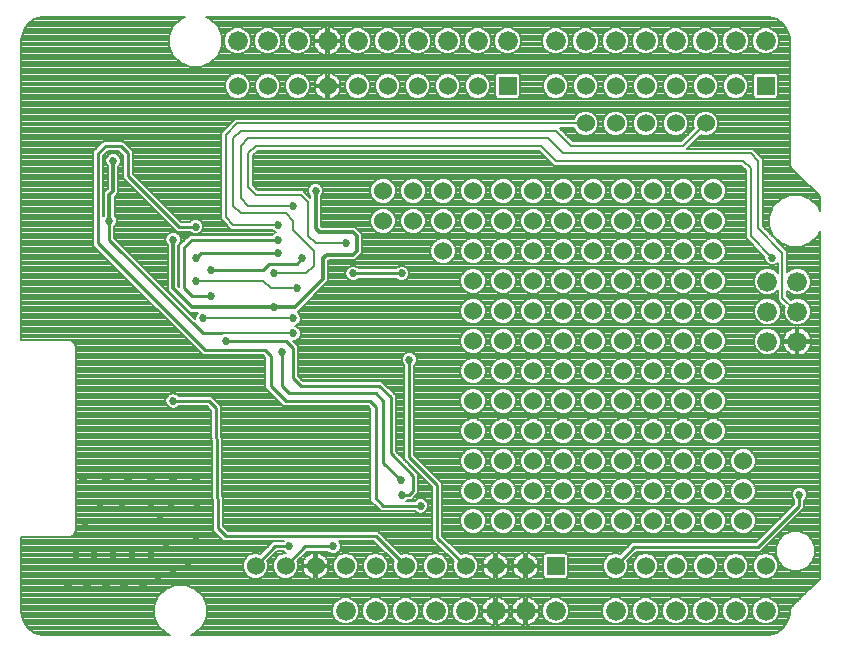
<source format=gbl>
G75*
G70*
%OFA0B0*%
%FSLAX24Y24*%
%IPPOS*%
%LPD*%
%AMOC8*
5,1,8,0,0,1.08239X$1,22.5*
%
%ADD10C,0.0600*%
%ADD11C,0.0660*%
%ADD12R,0.0600X0.0600*%
%ADD13C,0.0080*%
%ADD14C,0.0270*%
%ADD15C,0.0120*%
%ADD16C,0.0100*%
D10*
X009487Y002890D03*
X010487Y002890D03*
X011487Y002890D03*
X012487Y002890D03*
X013487Y002890D03*
X014487Y002890D03*
X015487Y002890D03*
X016487Y002890D03*
X017487Y002890D03*
X018487Y002890D03*
X018737Y004390D03*
X019737Y004390D03*
X020737Y004390D03*
X021737Y004390D03*
X022737Y004390D03*
X023737Y004390D03*
X024737Y004390D03*
X025737Y004390D03*
X025737Y005390D03*
X024737Y005390D03*
X023737Y005390D03*
X022737Y005390D03*
X021737Y005390D03*
X020737Y005390D03*
X019737Y005390D03*
X018737Y005390D03*
X017737Y005390D03*
X016737Y005390D03*
X016737Y004390D03*
X017737Y004390D03*
X017737Y006390D03*
X016737Y006390D03*
X016737Y007390D03*
X017737Y007390D03*
X018737Y007390D03*
X019737Y007390D03*
X020737Y007390D03*
X021737Y007390D03*
X022737Y007390D03*
X023737Y007390D03*
X024737Y007390D03*
X024737Y006390D03*
X025737Y006390D03*
X023737Y006390D03*
X022737Y006390D03*
X021737Y006390D03*
X020737Y006390D03*
X019737Y006390D03*
X018737Y006390D03*
X018737Y008390D03*
X019737Y008390D03*
X020737Y008390D03*
X021737Y008390D03*
X022737Y008390D03*
X023737Y008390D03*
X024737Y008390D03*
X024737Y009390D03*
X024737Y010390D03*
X023737Y010390D03*
X022737Y010390D03*
X022737Y009390D03*
X023737Y009390D03*
X021737Y009390D03*
X020737Y009390D03*
X020737Y010390D03*
X021737Y010390D03*
X021737Y011390D03*
X020737Y011390D03*
X020737Y012390D03*
X021737Y012390D03*
X022737Y012390D03*
X023737Y012390D03*
X024737Y012390D03*
X024737Y011390D03*
X023737Y011390D03*
X022737Y011390D03*
X022737Y013390D03*
X023737Y013390D03*
X024737Y013390D03*
X024737Y014390D03*
X024737Y015390D03*
X023737Y015390D03*
X022737Y015390D03*
X022737Y014390D03*
X023737Y014390D03*
X021737Y014390D03*
X020737Y014390D03*
X020737Y015390D03*
X021737Y015390D03*
X019737Y015390D03*
X018737Y015390D03*
X018737Y014390D03*
X019737Y014390D03*
X019737Y013390D03*
X018737Y013390D03*
X017737Y013390D03*
X016737Y013390D03*
X015737Y013390D03*
X015737Y014390D03*
X014737Y014390D03*
X014737Y015390D03*
X015737Y015390D03*
X016737Y015390D03*
X017737Y015390D03*
X017737Y014390D03*
X016737Y014390D03*
X016737Y012390D03*
X017737Y012390D03*
X018737Y012390D03*
X019737Y012390D03*
X019737Y011390D03*
X018737Y011390D03*
X017737Y011390D03*
X016737Y011390D03*
X016737Y010390D03*
X017737Y010390D03*
X018737Y010390D03*
X019737Y010390D03*
X019737Y009390D03*
X018737Y009390D03*
X017737Y009390D03*
X016737Y009390D03*
X016737Y008390D03*
X017737Y008390D03*
X020737Y013390D03*
X021737Y013390D03*
X021487Y017640D03*
X022487Y017640D03*
X023487Y017640D03*
X024487Y017640D03*
X024487Y018890D03*
X023487Y018890D03*
X022487Y018890D03*
X021487Y018890D03*
X020487Y018890D03*
X019487Y018890D03*
X020487Y017640D03*
X016887Y018890D03*
X015887Y018890D03*
X014887Y018890D03*
X013887Y018890D03*
X012887Y018890D03*
X011887Y018890D03*
X010887Y018890D03*
X009887Y018890D03*
X008887Y018890D03*
X013737Y015390D03*
X013737Y014390D03*
X025487Y018890D03*
X025487Y002890D03*
X026487Y002890D03*
X024487Y002890D03*
X023487Y002890D03*
X022487Y002890D03*
X021487Y002890D03*
D11*
X021487Y001390D03*
X022487Y001390D03*
X023487Y001390D03*
X024487Y001390D03*
X025487Y001390D03*
X026487Y001390D03*
X019487Y001390D03*
X018487Y001390D03*
X017487Y001390D03*
X016487Y001390D03*
X015487Y001390D03*
X014487Y001390D03*
X013487Y001390D03*
X012487Y001390D03*
X026542Y010370D03*
X027542Y010370D03*
X027542Y011370D03*
X026542Y011370D03*
X026542Y012370D03*
X027542Y012370D03*
X026487Y020390D03*
X025487Y020390D03*
X024487Y020390D03*
X023487Y020390D03*
X022487Y020390D03*
X021487Y020390D03*
X020487Y020390D03*
X019487Y020390D03*
X017887Y020390D03*
X016887Y020390D03*
X015887Y020390D03*
X014887Y020390D03*
X013887Y020390D03*
X012887Y020390D03*
X011887Y020390D03*
X010887Y020390D03*
X009887Y020390D03*
X008887Y020390D03*
D12*
X017887Y018890D03*
X026487Y018890D03*
X019487Y002890D03*
D13*
X001765Y001022D02*
X001687Y001263D01*
X001677Y001390D01*
X001677Y003862D01*
X001681Y003860D01*
X003293Y003860D01*
X003395Y003903D01*
X003474Y003981D01*
X003517Y004084D01*
X003517Y010196D01*
X003474Y010299D01*
X003395Y010377D01*
X003293Y010420D01*
X001681Y010420D01*
X001677Y010418D01*
X001677Y020390D01*
X001687Y020517D01*
X001765Y020758D01*
X001914Y020963D01*
X002119Y021112D01*
X002360Y021190D01*
X002487Y021200D01*
X007146Y021200D01*
X006989Y021135D01*
X006742Y020888D01*
X006608Y020565D01*
X006608Y020215D01*
X006742Y019892D01*
X006989Y019645D01*
X007312Y019511D01*
X007662Y019511D01*
X007985Y019645D01*
X008232Y019892D01*
X008366Y020215D01*
X008366Y020565D01*
X008232Y020888D01*
X007985Y021135D01*
X007828Y021200D01*
X026487Y021200D01*
X026614Y021190D01*
X026855Y021112D01*
X027060Y020963D01*
X027209Y020758D01*
X027287Y020517D01*
X027297Y020390D01*
X027297Y016211D01*
X027408Y016100D01*
X028297Y015211D01*
X028297Y014731D01*
X028232Y014888D01*
X027985Y015135D01*
X027662Y015269D01*
X027312Y015269D01*
X026989Y015135D01*
X026742Y014888D01*
X026608Y014565D01*
X026608Y014215D01*
X026742Y013892D01*
X026711Y013892D01*
X026742Y013892D02*
X026989Y013645D01*
X027312Y013511D01*
X027662Y013511D01*
X027985Y013645D01*
X028232Y013892D01*
X028297Y013892D01*
X028232Y013892D02*
X028297Y014049D01*
X028297Y002469D01*
X027408Y001580D01*
X027297Y001469D01*
X027297Y001390D01*
X027287Y001263D01*
X027209Y001022D01*
X027060Y000817D01*
X026855Y000668D01*
X026614Y000590D01*
X026487Y000580D01*
X007328Y000580D01*
X007485Y000645D01*
X007732Y000892D01*
X007866Y001215D01*
X007866Y001565D01*
X007732Y001888D01*
X007485Y002135D01*
X007162Y002269D01*
X006812Y002269D01*
X006489Y002135D01*
X006242Y001888D01*
X006108Y001565D01*
X006108Y001215D01*
X006242Y000892D01*
X006489Y000645D01*
X006646Y000580D01*
X002487Y000580D01*
X002360Y000590D01*
X002119Y000668D01*
X001914Y000817D01*
X001765Y001022D01*
X001768Y001018D02*
X006190Y001018D01*
X006222Y000940D02*
X001825Y000940D01*
X001882Y000861D02*
X006273Y000861D01*
X006351Y000783D02*
X001962Y000783D01*
X002070Y000704D02*
X006430Y000704D01*
X006536Y000626D02*
X002251Y000626D01*
X001741Y001097D02*
X006157Y001097D01*
X006125Y001175D02*
X001716Y001175D01*
X001690Y001254D02*
X006108Y001254D01*
X006108Y001332D02*
X001681Y001332D01*
X001677Y001411D02*
X006108Y001411D01*
X006108Y001489D02*
X001677Y001489D01*
X001677Y001568D02*
X006109Y001568D01*
X006142Y001646D02*
X001677Y001646D01*
X001677Y001725D02*
X006174Y001725D01*
X006207Y001803D02*
X001677Y001803D01*
X001677Y001882D02*
X006239Y001882D01*
X006314Y001960D02*
X001677Y001960D01*
X001677Y002039D02*
X006392Y002039D01*
X006471Y002117D02*
X001677Y002117D01*
X001677Y002196D02*
X006635Y002196D01*
X007339Y002196D02*
X028024Y002196D01*
X028102Y002274D02*
X001677Y002274D01*
X001677Y002353D02*
X028181Y002353D01*
X028259Y002431D02*
X001677Y002431D01*
X001677Y002510D02*
X009308Y002510D01*
X009249Y002534D02*
X009403Y002470D01*
X009570Y002470D01*
X009725Y002534D01*
X009843Y002652D01*
X009907Y002806D01*
X009907Y002974D01*
X009879Y003041D01*
X010214Y003376D01*
X010421Y003376D01*
X010467Y003330D01*
X010516Y003310D01*
X010403Y003310D01*
X010249Y003246D01*
X010131Y003128D01*
X010067Y002974D01*
X010067Y002806D01*
X010131Y002652D01*
X010249Y002534D01*
X010403Y002470D01*
X010570Y002470D01*
X010725Y002534D01*
X010843Y002652D01*
X010907Y002806D01*
X010907Y002974D01*
X010879Y003041D01*
X011207Y003370D01*
X011884Y003370D01*
X011930Y003324D01*
X012024Y003285D01*
X012125Y003285D01*
X012219Y003324D01*
X012290Y003395D01*
X012329Y003489D01*
X012329Y003591D01*
X012290Y003684D01*
X012255Y003720D01*
X013416Y003720D01*
X014095Y003041D01*
X014067Y002974D01*
X014067Y002806D01*
X014131Y002652D01*
X014249Y002534D01*
X014403Y002470D01*
X014570Y002470D01*
X014725Y002534D01*
X014843Y002652D01*
X014907Y002806D01*
X014907Y002974D01*
X014843Y003128D01*
X014725Y003246D01*
X014570Y003310D01*
X014403Y003310D01*
X014335Y003282D01*
X013557Y004060D01*
X008557Y004060D01*
X008406Y004212D01*
X008344Y008141D01*
X008344Y008210D01*
X008343Y008212D01*
X008343Y008213D01*
X008294Y008261D01*
X007995Y008560D01*
X006927Y008560D01*
X006881Y008606D01*
X006788Y008645D01*
X006686Y008645D01*
X006592Y008606D01*
X006521Y008534D01*
X006482Y008441D01*
X006482Y008339D01*
X006521Y008246D01*
X006592Y008174D01*
X006686Y008135D01*
X006788Y008135D01*
X006881Y008174D01*
X006927Y008220D01*
X007854Y008220D01*
X008005Y008068D01*
X008067Y004139D01*
X008067Y004070D01*
X008068Y004068D01*
X008068Y004067D01*
X008118Y004019D01*
X008317Y003820D01*
X008416Y003720D01*
X010425Y003720D01*
X010421Y003716D01*
X010073Y003716D01*
X009638Y003282D01*
X009570Y003310D01*
X009403Y003310D01*
X009249Y003246D01*
X009131Y003128D01*
X009067Y002974D01*
X009067Y002806D01*
X009131Y002652D01*
X009249Y002534D01*
X009195Y002588D02*
X001677Y002588D01*
X001677Y002667D02*
X009125Y002667D01*
X009092Y002745D02*
X001677Y002745D01*
X001677Y002824D02*
X009067Y002824D01*
X009067Y002902D02*
X001677Y002902D01*
X001677Y002981D02*
X009070Y002981D01*
X009102Y003059D02*
X001677Y003059D01*
X001677Y003138D02*
X009140Y003138D01*
X009219Y003216D02*
X001677Y003216D01*
X001677Y003295D02*
X009366Y003295D01*
X009608Y003295D02*
X009651Y003295D01*
X009729Y003373D02*
X001677Y003373D01*
X001677Y003452D02*
X009808Y003452D01*
X009886Y003530D02*
X001677Y003530D01*
X001677Y003609D02*
X009965Y003609D01*
X010043Y003687D02*
X001677Y003687D01*
X001677Y003766D02*
X008371Y003766D01*
X008292Y003844D02*
X001677Y003844D01*
X003415Y003923D02*
X008214Y003923D01*
X008135Y004001D02*
X003482Y004001D01*
X003515Y004080D02*
X008067Y004080D01*
X008067Y004158D02*
X003517Y004158D01*
X003517Y004237D02*
X008065Y004237D01*
X008064Y004315D02*
X003517Y004315D01*
X003517Y004394D02*
X008063Y004394D01*
X008062Y004472D02*
X003517Y004472D01*
X003517Y004551D02*
X008060Y004551D01*
X008059Y004629D02*
X003517Y004629D01*
X003517Y004708D02*
X008058Y004708D01*
X008057Y004786D02*
X003517Y004786D01*
X003517Y004865D02*
X008056Y004865D01*
X008054Y004943D02*
X003517Y004943D01*
X003517Y005022D02*
X008053Y005022D01*
X008052Y005100D02*
X003517Y005100D01*
X003517Y005179D02*
X008051Y005179D01*
X008049Y005257D02*
X003517Y005257D01*
X003517Y005336D02*
X008048Y005336D01*
X008047Y005414D02*
X003517Y005414D01*
X003517Y005493D02*
X008046Y005493D01*
X008044Y005571D02*
X003517Y005571D01*
X003517Y005650D02*
X008043Y005650D01*
X008042Y005728D02*
X003517Y005728D01*
X003517Y005807D02*
X008041Y005807D01*
X008040Y005885D02*
X003517Y005885D01*
X003517Y005964D02*
X008038Y005964D01*
X008037Y006042D02*
X003517Y006042D01*
X003517Y006121D02*
X008036Y006121D01*
X008035Y006199D02*
X003517Y006199D01*
X003517Y006278D02*
X008033Y006278D01*
X008032Y006356D02*
X003517Y006356D01*
X003517Y006435D02*
X008031Y006435D01*
X008030Y006513D02*
X003517Y006513D01*
X003517Y006592D02*
X008029Y006592D01*
X008027Y006670D02*
X003517Y006670D01*
X003517Y006749D02*
X008026Y006749D01*
X008025Y006827D02*
X003517Y006827D01*
X003517Y006906D02*
X008024Y006906D01*
X008022Y006984D02*
X003517Y006984D01*
X003517Y007063D02*
X008021Y007063D01*
X008020Y007141D02*
X003517Y007141D01*
X003517Y007220D02*
X008019Y007220D01*
X008018Y007298D02*
X003517Y007298D01*
X003517Y007377D02*
X008016Y007377D01*
X008015Y007455D02*
X003517Y007455D01*
X003517Y007534D02*
X008014Y007534D01*
X008013Y007612D02*
X003517Y007612D01*
X003517Y007691D02*
X008011Y007691D01*
X008010Y007769D02*
X003517Y007769D01*
X003517Y007848D02*
X008009Y007848D01*
X008008Y007926D02*
X003517Y007926D01*
X003517Y008005D02*
X008006Y008005D01*
X007991Y008083D02*
X003517Y008083D01*
X003517Y008162D02*
X006622Y008162D01*
X006526Y008240D02*
X003517Y008240D01*
X003517Y008319D02*
X006490Y008319D01*
X006482Y008397D02*
X003517Y008397D01*
X003517Y008476D02*
X006496Y008476D01*
X006540Y008554D02*
X003517Y008554D01*
X003517Y008633D02*
X006656Y008633D01*
X006818Y008633D02*
X010004Y008633D01*
X009925Y008711D02*
X003517Y008711D01*
X003517Y008790D02*
X009847Y008790D01*
X009817Y008820D02*
X010317Y008320D01*
X010416Y008220D01*
X013229Y008220D01*
X013317Y008132D01*
X013317Y005070D01*
X013567Y004820D01*
X013666Y004720D01*
X014796Y004720D01*
X014842Y004674D01*
X014936Y004635D01*
X015038Y004635D01*
X015131Y004674D01*
X015203Y004746D01*
X015242Y004839D01*
X015242Y004941D01*
X015203Y005034D01*
X015131Y005106D01*
X015038Y005145D01*
X014936Y005145D01*
X014842Y005106D01*
X014796Y005060D01*
X014517Y005060D01*
X014559Y005101D01*
X014689Y005101D01*
X014807Y005220D01*
X014907Y005320D01*
X014907Y005960D01*
X014157Y006710D01*
X014157Y008585D01*
X013782Y008960D01*
X013682Y009060D01*
X011057Y009060D01*
X010907Y009210D01*
X010907Y010210D01*
X010732Y010385D01*
X010788Y010385D01*
X010881Y010424D01*
X010953Y010496D01*
X010992Y010589D01*
X010992Y010691D01*
X010953Y010784D01*
X010881Y010856D01*
X010800Y010890D01*
X010881Y010924D01*
X010953Y010996D01*
X010992Y011089D01*
X010992Y011191D01*
X010953Y011284D01*
X010888Y011349D01*
X011811Y012273D01*
X011917Y012378D01*
X011917Y013065D01*
X011936Y013085D01*
X012811Y013085D01*
X012936Y013210D01*
X013042Y013315D01*
X013042Y013965D01*
X012917Y014090D01*
X012811Y014195D01*
X011686Y014195D01*
X011667Y014215D01*
X011667Y015209D01*
X011703Y015246D01*
X011742Y015339D01*
X011742Y015441D01*
X011703Y015534D01*
X011631Y015606D01*
X011538Y015645D01*
X011436Y015645D01*
X011342Y015606D01*
X011271Y015534D01*
X011232Y015441D01*
X011232Y015339D01*
X011271Y015246D01*
X011307Y015209D01*
X011307Y015171D01*
X011147Y015331D01*
X011147Y015331D01*
X011053Y015425D01*
X009553Y015425D01*
X009397Y015581D01*
X009397Y016574D01*
X009553Y016730D01*
X018921Y016730D01*
X019327Y016324D01*
X019421Y016230D01*
X025671Y016230D01*
X025827Y016074D01*
X025827Y013824D01*
X026451Y013200D01*
X026451Y013121D01*
X026489Y013027D01*
X026561Y012955D01*
X026655Y012916D01*
X026756Y012916D01*
X026850Y012955D01*
X026889Y012994D01*
X026889Y012659D01*
X026797Y012752D01*
X026632Y012820D01*
X026452Y012820D01*
X026287Y012752D01*
X026160Y012625D01*
X026092Y012460D01*
X026092Y012281D01*
X026160Y012115D01*
X026287Y011989D01*
X026452Y011920D01*
X026632Y011920D01*
X026797Y011989D01*
X026889Y012081D01*
X026889Y011761D01*
X026983Y011668D01*
X027121Y011530D01*
X027092Y011460D01*
X027092Y011281D01*
X027160Y011115D01*
X027287Y010989D01*
X027452Y010920D01*
X027632Y010920D01*
X027797Y010989D01*
X027923Y011115D01*
X027992Y011281D01*
X027992Y011460D01*
X027923Y011625D01*
X027797Y011752D01*
X027632Y011820D01*
X027452Y011820D01*
X027333Y011771D01*
X027209Y011894D01*
X027209Y012067D01*
X027287Y011989D01*
X027452Y011920D01*
X027632Y011920D01*
X027797Y011989D01*
X027923Y012115D01*
X027992Y012281D01*
X027992Y012460D01*
X027923Y012625D01*
X027797Y012752D01*
X027632Y012820D01*
X027452Y012820D01*
X027287Y012752D01*
X027209Y012674D01*
X027209Y013394D01*
X026397Y014206D01*
X026612Y014206D01*
X026608Y014285D02*
X026397Y014285D01*
X026397Y014363D02*
X026608Y014363D01*
X026608Y014442D02*
X026397Y014442D01*
X026397Y014520D02*
X026608Y014520D01*
X026622Y014599D02*
X026397Y014599D01*
X026397Y014677D02*
X026654Y014677D01*
X026687Y014756D02*
X026397Y014756D01*
X026397Y014834D02*
X026719Y014834D01*
X026766Y014913D02*
X026397Y014913D01*
X026397Y014991D02*
X026845Y014991D01*
X026923Y015070D02*
X026397Y015070D01*
X026397Y015148D02*
X027020Y015148D01*
X027210Y015227D02*
X026397Y015227D01*
X026397Y015305D02*
X028203Y015305D01*
X028125Y015384D02*
X026397Y015384D01*
X026397Y015462D02*
X028046Y015462D01*
X027968Y015541D02*
X026397Y015541D01*
X026397Y015619D02*
X027889Y015619D01*
X027811Y015698D02*
X026397Y015698D01*
X026397Y015776D02*
X027732Y015776D01*
X027654Y015855D02*
X026397Y015855D01*
X026397Y015933D02*
X027575Y015933D01*
X027497Y016012D02*
X026397Y016012D01*
X026397Y016090D02*
X027418Y016090D01*
X027340Y016169D02*
X026397Y016169D01*
X026397Y016247D02*
X027297Y016247D01*
X027297Y016326D02*
X026397Y016326D01*
X026397Y016404D02*
X027297Y016404D01*
X027297Y016483D02*
X026371Y016483D01*
X026397Y016456D02*
X026303Y016550D01*
X026053Y016800D01*
X023873Y016800D01*
X024325Y017252D01*
X024403Y017220D01*
X024570Y017220D01*
X024725Y017284D01*
X024843Y017402D01*
X024907Y017556D01*
X024907Y017724D01*
X024843Y017878D01*
X024725Y017996D01*
X024570Y018060D01*
X024403Y018060D01*
X024249Y017996D01*
X024131Y017878D01*
X024067Y017724D01*
X024067Y017556D01*
X024099Y017479D01*
X023671Y017050D01*
X020053Y017050D01*
X019623Y017480D01*
X020099Y017480D01*
X020131Y017402D01*
X020249Y017284D01*
X020403Y017220D01*
X020570Y017220D01*
X020725Y017284D01*
X020843Y017402D01*
X020907Y017556D01*
X020907Y017724D01*
X020843Y017878D01*
X020725Y017996D01*
X020570Y018060D01*
X020403Y018060D01*
X020249Y017996D01*
X020131Y017878D01*
X020099Y017800D01*
X008796Y017800D01*
X008327Y017331D01*
X008327Y014449D01*
X008421Y014355D01*
X008671Y014105D01*
X010036Y014105D01*
X010092Y014049D01*
X007694Y014049D01*
X007703Y014058D02*
X007742Y014152D01*
X007742Y014253D01*
X007703Y014347D01*
X007631Y014419D01*
X007538Y014457D01*
X007436Y014457D01*
X007342Y014419D01*
X007296Y014372D01*
X006995Y014372D01*
X005407Y015960D01*
X005407Y016710D01*
X005157Y016960D01*
X005057Y017060D01*
X004416Y017060D01*
X004317Y016960D01*
X004166Y016810D01*
X004067Y016710D01*
X004067Y013570D01*
X007629Y010007D01*
X007729Y009908D01*
X009729Y009908D01*
X009817Y009820D01*
X009817Y008820D01*
X009817Y008868D02*
X003517Y008868D01*
X003517Y008947D02*
X009817Y008947D01*
X009817Y009025D02*
X003517Y009025D01*
X003517Y009104D02*
X009817Y009104D01*
X009817Y009182D02*
X003517Y009182D01*
X003517Y009261D02*
X009817Y009261D01*
X009817Y009339D02*
X003517Y009339D01*
X003517Y009418D02*
X009817Y009418D01*
X009817Y009496D02*
X003517Y009496D01*
X003517Y009575D02*
X009817Y009575D01*
X009817Y009653D02*
X003517Y009653D01*
X003517Y009732D02*
X009817Y009732D01*
X009817Y009810D02*
X003517Y009810D01*
X003517Y009889D02*
X009748Y009889D01*
X010758Y010360D02*
X016317Y010360D01*
X016317Y010306D02*
X016381Y010152D01*
X016499Y010034D01*
X016653Y009970D01*
X016820Y009970D01*
X016975Y010034D01*
X017093Y010152D01*
X017157Y010306D01*
X017157Y010474D01*
X017093Y010628D01*
X016975Y010746D01*
X016820Y010810D01*
X016653Y010810D01*
X016499Y010746D01*
X016381Y010628D01*
X016317Y010474D01*
X016317Y010306D01*
X016327Y010281D02*
X010836Y010281D01*
X010907Y010203D02*
X016360Y010203D01*
X016409Y010124D02*
X010907Y010124D01*
X010907Y010046D02*
X016487Y010046D01*
X016653Y009810D02*
X016499Y009746D01*
X016381Y009628D01*
X016317Y009474D01*
X016317Y009306D01*
X016381Y009152D01*
X016499Y009034D01*
X016653Y008970D01*
X016820Y008970D01*
X016975Y009034D01*
X017093Y009152D01*
X017157Y009306D01*
X017157Y009474D01*
X017093Y009628D01*
X016975Y009746D01*
X016820Y009810D01*
X016653Y009810D01*
X016484Y009732D02*
X014867Y009732D01*
X014867Y009716D02*
X014867Y009818D01*
X014828Y009911D01*
X014756Y009983D01*
X014663Y010022D01*
X014561Y010022D01*
X014467Y009983D01*
X014396Y009911D01*
X014357Y009818D01*
X014357Y009716D01*
X014396Y009623D01*
X014442Y009576D01*
X014442Y006445D01*
X014541Y006345D01*
X015379Y005507D01*
X015379Y003757D01*
X015479Y003658D01*
X016095Y003041D01*
X016067Y002974D01*
X016067Y002806D01*
X016131Y002652D01*
X016249Y002534D01*
X016403Y002470D01*
X016570Y002470D01*
X016725Y002534D01*
X016843Y002652D01*
X016907Y002806D01*
X016907Y002974D01*
X016843Y003128D01*
X016725Y003246D01*
X016570Y003310D01*
X016403Y003310D01*
X016335Y003282D01*
X015719Y003898D01*
X015719Y005648D01*
X014782Y006585D01*
X014782Y009576D01*
X014828Y009623D01*
X014867Y009716D01*
X014841Y009653D02*
X016406Y009653D01*
X016359Y009575D02*
X014782Y009575D01*
X014782Y009496D02*
X016326Y009496D01*
X016317Y009418D02*
X014782Y009418D01*
X014782Y009339D02*
X016317Y009339D01*
X016336Y009261D02*
X014782Y009261D01*
X014782Y009182D02*
X016368Y009182D01*
X016429Y009104D02*
X014782Y009104D01*
X014782Y009025D02*
X016520Y009025D01*
X016604Y008790D02*
X014782Y008790D01*
X014782Y008868D02*
X028297Y008868D01*
X028297Y008790D02*
X024870Y008790D01*
X024820Y008810D02*
X024653Y008810D01*
X024499Y008746D01*
X024381Y008628D01*
X024317Y008474D01*
X024317Y008306D01*
X024381Y008152D01*
X024499Y008034D01*
X024653Y007970D01*
X024820Y007970D01*
X024975Y008034D01*
X025093Y008152D01*
X025157Y008306D01*
X025157Y008474D01*
X025093Y008628D01*
X024975Y008746D01*
X024820Y008810D01*
X024820Y008970D02*
X024975Y009034D01*
X025093Y009152D01*
X025157Y009306D01*
X025157Y009474D01*
X025093Y009628D01*
X024975Y009746D01*
X024820Y009810D01*
X024653Y009810D01*
X024499Y009746D01*
X024381Y009628D01*
X024317Y009474D01*
X024317Y009306D01*
X024381Y009152D01*
X024499Y009034D01*
X024653Y008970D01*
X024820Y008970D01*
X024953Y009025D02*
X028297Y009025D01*
X028297Y008947D02*
X014782Y008947D01*
X014442Y008947D02*
X013796Y008947D01*
X013717Y009025D02*
X014442Y009025D01*
X014442Y009104D02*
X011014Y009104D01*
X010935Y009182D02*
X014442Y009182D01*
X014442Y009261D02*
X010907Y009261D01*
X010907Y009339D02*
X014442Y009339D01*
X014442Y009418D02*
X010907Y009418D01*
X010907Y009496D02*
X014442Y009496D01*
X014442Y009575D02*
X010907Y009575D01*
X010907Y009653D02*
X014383Y009653D01*
X014357Y009732D02*
X010907Y009732D01*
X010907Y009810D02*
X014357Y009810D01*
X014386Y009889D02*
X010907Y009889D01*
X010907Y009967D02*
X014451Y009967D01*
X014772Y009967D02*
X026340Y009967D01*
X026287Y009989D02*
X026452Y009920D01*
X026632Y009920D01*
X026797Y009989D01*
X026923Y010115D01*
X026992Y010281D01*
X027080Y010281D01*
X027084Y010260D02*
X027106Y010190D01*
X027140Y010124D01*
X027183Y010064D01*
X027236Y010012D01*
X027296Y009968D01*
X027362Y009935D01*
X027432Y009912D01*
X027502Y009901D01*
X027502Y010330D01*
X027582Y010330D01*
X027582Y009901D01*
X027652Y009912D01*
X027722Y009935D01*
X027788Y009968D01*
X027848Y010012D01*
X027900Y010064D01*
X027944Y010124D01*
X028297Y010124D01*
X028297Y010046D02*
X027882Y010046D01*
X027944Y010124D02*
X027978Y010190D01*
X028000Y010260D01*
X028012Y010330D01*
X027582Y010330D01*
X027582Y010410D01*
X028012Y010410D01*
X028000Y010480D01*
X027978Y010551D01*
X027944Y010617D01*
X027900Y010676D01*
X027848Y010729D01*
X027788Y010772D01*
X027722Y010806D01*
X027652Y010829D01*
X027582Y010840D01*
X027582Y010410D01*
X027502Y010410D01*
X027502Y010330D01*
X027072Y010330D01*
X027084Y010260D01*
X027102Y010203D02*
X026960Y010203D01*
X026992Y010281D02*
X026992Y010460D01*
X026923Y010625D01*
X026797Y010752D01*
X026632Y010820D01*
X026452Y010820D01*
X026287Y010752D01*
X026160Y010625D01*
X026092Y010460D01*
X026092Y010281D01*
X025146Y010281D01*
X025157Y010306D02*
X025093Y010152D01*
X024975Y010034D01*
X024820Y009970D01*
X024653Y009970D01*
X024499Y010034D01*
X024381Y010152D01*
X024317Y010306D01*
X024317Y010474D01*
X024381Y010628D01*
X024499Y010746D01*
X024653Y010810D01*
X024820Y010810D01*
X024975Y010746D01*
X025093Y010628D01*
X025157Y010474D01*
X025157Y010306D01*
X025157Y010360D02*
X026092Y010360D01*
X026092Y010438D02*
X025157Y010438D01*
X025139Y010517D02*
X026115Y010517D01*
X026148Y010595D02*
X025107Y010595D01*
X025047Y010674D02*
X026209Y010674D01*
X026288Y010752D02*
X024960Y010752D01*
X024863Y010988D02*
X026290Y010988D01*
X026287Y010989D02*
X026452Y010920D01*
X026632Y010920D01*
X026797Y010989D01*
X026923Y011115D01*
X026992Y011281D01*
X026992Y011460D01*
X026923Y011625D01*
X026797Y011752D01*
X026632Y011820D01*
X026452Y011820D01*
X026287Y011752D01*
X026160Y011625D01*
X026092Y011460D01*
X026092Y011281D01*
X026160Y011115D01*
X026287Y010989D01*
X026210Y011066D02*
X025007Y011066D01*
X024975Y011034D02*
X025093Y011152D01*
X025157Y011306D01*
X025157Y011474D01*
X025093Y011628D01*
X024975Y011746D01*
X024820Y011810D01*
X024653Y011810D01*
X024499Y011746D01*
X024381Y011628D01*
X024317Y011474D01*
X024317Y011306D01*
X024381Y011152D01*
X024499Y011034D01*
X024653Y010970D01*
X024820Y010970D01*
X024975Y011034D01*
X025085Y011145D02*
X026148Y011145D01*
X026116Y011223D02*
X025122Y011223D01*
X025155Y011302D02*
X026092Y011302D01*
X026092Y011380D02*
X025157Y011380D01*
X025157Y011459D02*
X026092Y011459D01*
X026124Y011537D02*
X025131Y011537D01*
X025098Y011616D02*
X026156Y011616D01*
X026229Y011694D02*
X025027Y011694D01*
X024911Y011773D02*
X026337Y011773D01*
X026430Y011930D02*
X011468Y011930D01*
X011390Y011851D02*
X026889Y011851D01*
X026889Y011773D02*
X026747Y011773D01*
X026855Y011694D02*
X026957Y011694D01*
X026927Y011616D02*
X027035Y011616D01*
X026960Y011537D02*
X027114Y011537D01*
X027092Y011459D02*
X026992Y011459D01*
X026992Y011380D02*
X027092Y011380D01*
X027092Y011302D02*
X026992Y011302D01*
X026968Y011223D02*
X027116Y011223D01*
X027148Y011145D02*
X026936Y011145D01*
X026874Y011066D02*
X027210Y011066D01*
X027290Y010988D02*
X026794Y010988D01*
X026796Y010752D02*
X027268Y010752D01*
X027296Y010772D02*
X027236Y010729D01*
X027183Y010676D01*
X027140Y010617D01*
X027106Y010551D01*
X027084Y010480D01*
X027072Y010410D01*
X027502Y010410D01*
X027502Y010840D01*
X027432Y010829D01*
X027362Y010806D01*
X027296Y010772D01*
X027181Y010674D02*
X026875Y010674D01*
X026936Y010595D02*
X027129Y010595D01*
X027095Y010517D02*
X026969Y010517D01*
X026992Y010438D02*
X027077Y010438D01*
X026992Y010360D02*
X027502Y010360D01*
X027502Y010438D02*
X027582Y010438D01*
X027582Y010360D02*
X028297Y010360D01*
X028297Y010438D02*
X028007Y010438D01*
X027989Y010517D02*
X028297Y010517D01*
X028297Y010595D02*
X027955Y010595D01*
X027903Y010674D02*
X028297Y010674D01*
X028297Y010752D02*
X027816Y010752D01*
X027641Y010831D02*
X028297Y010831D01*
X028297Y010909D02*
X010846Y010909D01*
X010907Y010831D02*
X027443Y010831D01*
X027502Y010831D02*
X027582Y010831D01*
X027582Y010752D02*
X027502Y010752D01*
X027502Y010674D02*
X027582Y010674D01*
X027582Y010595D02*
X027502Y010595D01*
X027502Y010517D02*
X027582Y010517D01*
X027582Y010281D02*
X027502Y010281D01*
X027502Y010203D02*
X027582Y010203D01*
X027582Y010124D02*
X027502Y010124D01*
X027502Y010046D02*
X027582Y010046D01*
X027582Y009967D02*
X027502Y009967D01*
X027298Y009967D02*
X026744Y009967D01*
X026854Y010046D02*
X027202Y010046D01*
X027140Y010124D02*
X026927Y010124D01*
X026287Y009989D02*
X026160Y010115D01*
X026092Y010281D01*
X026124Y010203D02*
X025114Y010203D01*
X025065Y010124D02*
X026157Y010124D01*
X026230Y010046D02*
X024986Y010046D01*
X024989Y009732D02*
X028297Y009732D01*
X028297Y009810D02*
X014867Y009810D01*
X014838Y009889D02*
X028297Y009889D01*
X028297Y009967D02*
X027786Y009967D01*
X027982Y010203D02*
X028297Y010203D01*
X028297Y010281D02*
X028004Y010281D01*
X028297Y009653D02*
X025068Y009653D01*
X025115Y009575D02*
X028297Y009575D01*
X028297Y009496D02*
X025148Y009496D01*
X025157Y009418D02*
X028297Y009418D01*
X028297Y009339D02*
X025157Y009339D01*
X025138Y009261D02*
X028297Y009261D01*
X028297Y009182D02*
X025105Y009182D01*
X025044Y009104D02*
X028297Y009104D01*
X028297Y008711D02*
X025010Y008711D01*
X025088Y008633D02*
X028297Y008633D01*
X028297Y008554D02*
X025124Y008554D01*
X025156Y008476D02*
X028297Y008476D01*
X028297Y008397D02*
X025157Y008397D01*
X025157Y008319D02*
X028297Y008319D01*
X028297Y008240D02*
X025129Y008240D01*
X025097Y008162D02*
X028297Y008162D01*
X028297Y008083D02*
X025024Y008083D01*
X024904Y008005D02*
X028297Y008005D01*
X028297Y007926D02*
X014782Y007926D01*
X014782Y007848D02*
X028297Y007848D01*
X028297Y007769D02*
X024919Y007769D01*
X024975Y007746D02*
X024820Y007810D01*
X024653Y007810D01*
X024499Y007746D01*
X024381Y007628D01*
X024317Y007474D01*
X024317Y007306D01*
X024381Y007152D01*
X024499Y007034D01*
X024653Y006970D01*
X024820Y006970D01*
X024975Y007034D01*
X025093Y007152D01*
X025157Y007306D01*
X025157Y007474D01*
X025093Y007628D01*
X024975Y007746D01*
X025030Y007691D02*
X028297Y007691D01*
X028297Y007612D02*
X025100Y007612D01*
X025132Y007534D02*
X028297Y007534D01*
X028297Y007455D02*
X025157Y007455D01*
X025157Y007377D02*
X028297Y007377D01*
X028297Y007298D02*
X025153Y007298D01*
X025121Y007220D02*
X028297Y007220D01*
X028297Y007141D02*
X025082Y007141D01*
X025003Y007063D02*
X028297Y007063D01*
X028297Y006984D02*
X024854Y006984D01*
X024820Y006810D02*
X024653Y006810D01*
X024499Y006746D01*
X024381Y006628D01*
X024317Y006474D01*
X024317Y006306D01*
X024381Y006152D01*
X024499Y006034D01*
X024653Y005970D01*
X024820Y005970D01*
X024975Y006034D01*
X025093Y006152D01*
X025157Y006306D01*
X025157Y006474D01*
X025093Y006628D01*
X024975Y006746D01*
X024820Y006810D01*
X024969Y006749D02*
X025505Y006749D01*
X025499Y006746D02*
X025381Y006628D01*
X025317Y006474D01*
X025317Y006306D01*
X025381Y006152D01*
X025499Y006034D01*
X025653Y005970D01*
X025820Y005970D01*
X025975Y006034D01*
X026093Y006152D01*
X026157Y006306D01*
X026157Y006474D01*
X026093Y006628D01*
X025975Y006746D01*
X025820Y006810D01*
X025653Y006810D01*
X025499Y006746D01*
X025423Y006670D02*
X025051Y006670D01*
X025108Y006592D02*
X025366Y006592D01*
X025333Y006513D02*
X025141Y006513D01*
X025157Y006435D02*
X025317Y006435D01*
X025317Y006356D02*
X025157Y006356D01*
X025145Y006278D02*
X025329Y006278D01*
X025361Y006199D02*
X025112Y006199D01*
X025061Y006121D02*
X025412Y006121D01*
X025491Y006042D02*
X024983Y006042D01*
X024829Y005807D02*
X025645Y005807D01*
X025653Y005810D02*
X025499Y005746D01*
X025381Y005628D01*
X025317Y005474D01*
X025317Y005306D01*
X025381Y005152D01*
X025499Y005034D01*
X025653Y004970D01*
X025820Y004970D01*
X025975Y005034D01*
X026093Y005152D01*
X026157Y005306D01*
X026157Y005474D01*
X026093Y005628D01*
X025975Y005746D01*
X025820Y005810D01*
X025653Y005810D01*
X025829Y005807D02*
X028297Y005807D01*
X028297Y005885D02*
X015482Y005885D01*
X015404Y005964D02*
X028297Y005964D01*
X028297Y006042D02*
X025983Y006042D01*
X026061Y006121D02*
X028297Y006121D01*
X028297Y006199D02*
X026112Y006199D01*
X026145Y006278D02*
X028297Y006278D01*
X028297Y006356D02*
X026157Y006356D01*
X026157Y006435D02*
X028297Y006435D01*
X028297Y006513D02*
X026141Y006513D01*
X026108Y006592D02*
X028297Y006592D01*
X028297Y006670D02*
X026051Y006670D01*
X025969Y006749D02*
X028297Y006749D01*
X028297Y006827D02*
X014782Y006827D01*
X014782Y006749D02*
X016505Y006749D01*
X016499Y006746D02*
X016381Y006628D01*
X016317Y006474D01*
X016317Y006306D01*
X016381Y006152D01*
X016499Y006034D01*
X016653Y005970D01*
X016820Y005970D01*
X016975Y006034D01*
X017093Y006152D01*
X017157Y006306D01*
X017157Y006474D01*
X017093Y006628D01*
X016975Y006746D01*
X016820Y006810D01*
X016653Y006810D01*
X016499Y006746D01*
X016423Y006670D02*
X014782Y006670D01*
X014782Y006592D02*
X016366Y006592D01*
X016333Y006513D02*
X014854Y006513D01*
X014933Y006435D02*
X016317Y006435D01*
X016317Y006356D02*
X015011Y006356D01*
X015090Y006278D02*
X016329Y006278D01*
X016361Y006199D02*
X015168Y006199D01*
X015247Y006121D02*
X016412Y006121D01*
X016491Y006042D02*
X015325Y006042D01*
X015561Y005807D02*
X016645Y005807D01*
X016653Y005810D02*
X016499Y005746D01*
X016381Y005628D01*
X016317Y005474D01*
X016317Y005306D01*
X016381Y005152D01*
X016499Y005034D01*
X016653Y004970D01*
X016820Y004970D01*
X016975Y005034D01*
X017093Y005152D01*
X017157Y005306D01*
X017157Y005474D01*
X017093Y005628D01*
X016975Y005746D01*
X016820Y005810D01*
X016653Y005810D01*
X016829Y005807D02*
X017645Y005807D01*
X017653Y005810D02*
X017499Y005746D01*
X017381Y005628D01*
X017317Y005474D01*
X017317Y005306D01*
X017381Y005152D01*
X017499Y005034D01*
X017653Y004970D01*
X017820Y004970D01*
X017975Y005034D01*
X018093Y005152D01*
X018157Y005306D01*
X018157Y005474D01*
X018093Y005628D01*
X017975Y005746D01*
X017820Y005810D01*
X017653Y005810D01*
X017653Y005970D02*
X017820Y005970D01*
X017975Y006034D01*
X018093Y006152D01*
X018157Y006306D01*
X018157Y006474D01*
X018093Y006628D01*
X017975Y006746D01*
X017820Y006810D01*
X017653Y006810D01*
X017499Y006746D01*
X017381Y006628D01*
X017317Y006474D01*
X017317Y006306D01*
X017381Y006152D01*
X017499Y006034D01*
X017653Y005970D01*
X017491Y006042D02*
X016983Y006042D01*
X017061Y006121D02*
X017412Y006121D01*
X017361Y006199D02*
X017112Y006199D01*
X017145Y006278D02*
X017329Y006278D01*
X017317Y006356D02*
X017157Y006356D01*
X017157Y006435D02*
X017317Y006435D01*
X017333Y006513D02*
X017141Y006513D01*
X017108Y006592D02*
X017366Y006592D01*
X017423Y006670D02*
X017051Y006670D01*
X016969Y006749D02*
X017505Y006749D01*
X017969Y006749D02*
X018505Y006749D01*
X018499Y006746D02*
X018381Y006628D01*
X018317Y006474D01*
X018317Y006306D01*
X018381Y006152D01*
X018499Y006034D01*
X018653Y005970D01*
X018820Y005970D01*
X018975Y006034D01*
X019093Y006152D01*
X019157Y006306D01*
X019157Y006474D01*
X019093Y006628D01*
X018975Y006746D01*
X018820Y006810D01*
X018653Y006810D01*
X018499Y006746D01*
X018423Y006670D02*
X018051Y006670D01*
X018108Y006592D02*
X018366Y006592D01*
X018333Y006513D02*
X018141Y006513D01*
X018157Y006435D02*
X018317Y006435D01*
X018317Y006356D02*
X018157Y006356D01*
X018145Y006278D02*
X018329Y006278D01*
X018361Y006199D02*
X018112Y006199D01*
X018061Y006121D02*
X018412Y006121D01*
X018491Y006042D02*
X017983Y006042D01*
X017829Y005807D02*
X018645Y005807D01*
X018653Y005810D02*
X018499Y005746D01*
X018381Y005628D01*
X018317Y005474D01*
X018317Y005306D01*
X018381Y005152D01*
X018499Y005034D01*
X018653Y004970D01*
X018820Y004970D01*
X018975Y005034D01*
X019093Y005152D01*
X019157Y005306D01*
X019157Y005474D01*
X019093Y005628D01*
X018975Y005746D01*
X018820Y005810D01*
X018653Y005810D01*
X018829Y005807D02*
X019645Y005807D01*
X019653Y005810D02*
X019499Y005746D01*
X019381Y005628D01*
X019317Y005474D01*
X019317Y005306D01*
X019381Y005152D01*
X019499Y005034D01*
X019653Y004970D01*
X019820Y004970D01*
X019975Y005034D01*
X020093Y005152D01*
X020157Y005306D01*
X020157Y005474D01*
X020093Y005628D01*
X019975Y005746D01*
X019820Y005810D01*
X019653Y005810D01*
X019653Y005970D02*
X019820Y005970D01*
X019975Y006034D01*
X020093Y006152D01*
X020157Y006306D01*
X020157Y006474D01*
X020093Y006628D01*
X019975Y006746D01*
X019820Y006810D01*
X019653Y006810D01*
X019499Y006746D01*
X019381Y006628D01*
X019317Y006474D01*
X019317Y006306D01*
X019381Y006152D01*
X019499Y006034D01*
X019653Y005970D01*
X019491Y006042D02*
X018983Y006042D01*
X019061Y006121D02*
X019412Y006121D01*
X019361Y006199D02*
X019112Y006199D01*
X019145Y006278D02*
X019329Y006278D01*
X019317Y006356D02*
X019157Y006356D01*
X019157Y006435D02*
X019317Y006435D01*
X019333Y006513D02*
X019141Y006513D01*
X019108Y006592D02*
X019366Y006592D01*
X019423Y006670D02*
X019051Y006670D01*
X018969Y006749D02*
X019505Y006749D01*
X019969Y006749D02*
X020505Y006749D01*
X020499Y006746D02*
X020381Y006628D01*
X020317Y006474D01*
X020317Y006306D01*
X020381Y006152D01*
X020499Y006034D01*
X020653Y005970D01*
X020820Y005970D01*
X020975Y006034D01*
X021093Y006152D01*
X021157Y006306D01*
X021157Y006474D01*
X021093Y006628D01*
X020975Y006746D01*
X020820Y006810D01*
X020653Y006810D01*
X020499Y006746D01*
X020423Y006670D02*
X020051Y006670D01*
X020108Y006592D02*
X020366Y006592D01*
X020333Y006513D02*
X020141Y006513D01*
X020157Y006435D02*
X020317Y006435D01*
X020317Y006356D02*
X020157Y006356D01*
X020145Y006278D02*
X020329Y006278D01*
X020361Y006199D02*
X020112Y006199D01*
X020061Y006121D02*
X020412Y006121D01*
X020491Y006042D02*
X019983Y006042D01*
X019829Y005807D02*
X020645Y005807D01*
X020653Y005810D02*
X020499Y005746D01*
X020381Y005628D01*
X020317Y005474D01*
X020317Y005306D01*
X020381Y005152D01*
X020499Y005034D01*
X020653Y004970D01*
X020820Y004970D01*
X020975Y005034D01*
X021093Y005152D01*
X021157Y005306D01*
X021157Y005474D01*
X021093Y005628D01*
X020975Y005746D01*
X020820Y005810D01*
X020653Y005810D01*
X020829Y005807D02*
X021645Y005807D01*
X021653Y005810D02*
X021499Y005746D01*
X021381Y005628D01*
X021317Y005474D01*
X021317Y005306D01*
X021381Y005152D01*
X021499Y005034D01*
X021653Y004970D01*
X021820Y004970D01*
X021975Y005034D01*
X022093Y005152D01*
X022157Y005306D01*
X022157Y005474D01*
X022093Y005628D01*
X021975Y005746D01*
X021820Y005810D01*
X021653Y005810D01*
X021653Y005970D02*
X021820Y005970D01*
X021975Y006034D01*
X022093Y006152D01*
X022157Y006306D01*
X022157Y006474D01*
X022093Y006628D01*
X021975Y006746D01*
X021820Y006810D01*
X021653Y006810D01*
X021499Y006746D01*
X021381Y006628D01*
X021317Y006474D01*
X021317Y006306D01*
X021381Y006152D01*
X021499Y006034D01*
X021653Y005970D01*
X021491Y006042D02*
X020983Y006042D01*
X021061Y006121D02*
X021412Y006121D01*
X021361Y006199D02*
X021112Y006199D01*
X021145Y006278D02*
X021329Y006278D01*
X021317Y006356D02*
X021157Y006356D01*
X021157Y006435D02*
X021317Y006435D01*
X021333Y006513D02*
X021141Y006513D01*
X021108Y006592D02*
X021366Y006592D01*
X021423Y006670D02*
X021051Y006670D01*
X020969Y006749D02*
X021505Y006749D01*
X021969Y006749D02*
X022505Y006749D01*
X022499Y006746D02*
X022381Y006628D01*
X022317Y006474D01*
X022317Y006306D01*
X022381Y006152D01*
X022499Y006034D01*
X022653Y005970D01*
X022820Y005970D01*
X022975Y006034D01*
X023093Y006152D01*
X023157Y006306D01*
X023157Y006474D01*
X023093Y006628D01*
X022975Y006746D01*
X022820Y006810D01*
X022653Y006810D01*
X022499Y006746D01*
X022423Y006670D02*
X022051Y006670D01*
X022108Y006592D02*
X022366Y006592D01*
X022333Y006513D02*
X022141Y006513D01*
X022157Y006435D02*
X022317Y006435D01*
X022317Y006356D02*
X022157Y006356D01*
X022145Y006278D02*
X022329Y006278D01*
X022361Y006199D02*
X022112Y006199D01*
X022061Y006121D02*
X022412Y006121D01*
X022491Y006042D02*
X021983Y006042D01*
X021829Y005807D02*
X022645Y005807D01*
X022653Y005810D02*
X022499Y005746D01*
X022381Y005628D01*
X022317Y005474D01*
X022317Y005306D01*
X022381Y005152D01*
X022499Y005034D01*
X022653Y004970D01*
X022820Y004970D01*
X022975Y005034D01*
X023093Y005152D01*
X023157Y005306D01*
X023157Y005474D01*
X023093Y005628D01*
X022975Y005746D01*
X022820Y005810D01*
X022653Y005810D01*
X022829Y005807D02*
X023645Y005807D01*
X023653Y005810D02*
X023499Y005746D01*
X023381Y005628D01*
X023317Y005474D01*
X023317Y005306D01*
X023381Y005152D01*
X023499Y005034D01*
X023653Y004970D01*
X023820Y004970D01*
X023975Y005034D01*
X024093Y005152D01*
X024157Y005306D01*
X024157Y005474D01*
X024093Y005628D01*
X023975Y005746D01*
X023820Y005810D01*
X023653Y005810D01*
X023653Y005970D02*
X023820Y005970D01*
X023975Y006034D01*
X024093Y006152D01*
X024157Y006306D01*
X024157Y006474D01*
X024093Y006628D01*
X023975Y006746D01*
X023820Y006810D01*
X023653Y006810D01*
X023499Y006746D01*
X023381Y006628D01*
X023317Y006474D01*
X023317Y006306D01*
X023381Y006152D01*
X023499Y006034D01*
X023653Y005970D01*
X023491Y006042D02*
X022983Y006042D01*
X023061Y006121D02*
X023412Y006121D01*
X023361Y006199D02*
X023112Y006199D01*
X023145Y006278D02*
X023329Y006278D01*
X023317Y006356D02*
X023157Y006356D01*
X023157Y006435D02*
X023317Y006435D01*
X023333Y006513D02*
X023141Y006513D01*
X023108Y006592D02*
X023366Y006592D01*
X023423Y006670D02*
X023051Y006670D01*
X022969Y006749D02*
X023505Y006749D01*
X023969Y006749D02*
X024505Y006749D01*
X024423Y006670D02*
X024051Y006670D01*
X024108Y006592D02*
X024366Y006592D01*
X024333Y006513D02*
X024141Y006513D01*
X024157Y006435D02*
X024317Y006435D01*
X024317Y006356D02*
X024157Y006356D01*
X024145Y006278D02*
X024329Y006278D01*
X024361Y006199D02*
X024112Y006199D01*
X024061Y006121D02*
X024412Y006121D01*
X024491Y006042D02*
X023983Y006042D01*
X023829Y005807D02*
X024645Y005807D01*
X024653Y005810D02*
X024499Y005746D01*
X024381Y005628D01*
X024317Y005474D01*
X024317Y005306D01*
X024381Y005152D01*
X024499Y005034D01*
X024653Y004970D01*
X024820Y004970D01*
X024975Y005034D01*
X025093Y005152D01*
X025157Y005306D01*
X025157Y005474D01*
X025093Y005628D01*
X024975Y005746D01*
X024820Y005810D01*
X024653Y005810D01*
X024481Y005728D02*
X023993Y005728D01*
X024071Y005650D02*
X024402Y005650D01*
X024357Y005571D02*
X024116Y005571D01*
X024149Y005493D02*
X024325Y005493D01*
X024317Y005414D02*
X024157Y005414D01*
X024157Y005336D02*
X024317Y005336D01*
X024337Y005257D02*
X024136Y005257D01*
X024104Y005179D02*
X024370Y005179D01*
X024433Y005100D02*
X024041Y005100D01*
X023945Y005022D02*
X024529Y005022D01*
X024653Y004810D02*
X024499Y004746D01*
X024381Y004628D01*
X024317Y004474D01*
X024317Y004306D01*
X024381Y004152D01*
X024499Y004034D01*
X024653Y003970D01*
X024820Y003970D01*
X024975Y004034D01*
X025093Y004152D01*
X025157Y004306D01*
X025157Y004474D01*
X025093Y004628D01*
X024975Y004746D01*
X024820Y004810D01*
X024653Y004810D01*
X024595Y004786D02*
X023878Y004786D01*
X023820Y004810D02*
X023975Y004746D01*
X024093Y004628D01*
X024157Y004474D01*
X024157Y004306D01*
X024093Y004152D01*
X023975Y004034D01*
X023820Y003970D01*
X023653Y003970D01*
X023499Y004034D01*
X023381Y004152D01*
X023317Y004306D01*
X023317Y004474D01*
X023381Y004628D01*
X023499Y004746D01*
X023653Y004810D01*
X023820Y004810D01*
X024013Y004708D02*
X024460Y004708D01*
X024382Y004629D02*
X024092Y004629D01*
X024125Y004551D02*
X024349Y004551D01*
X024317Y004472D02*
X024157Y004472D01*
X024157Y004394D02*
X024317Y004394D01*
X024317Y004315D02*
X024157Y004315D01*
X024128Y004237D02*
X024346Y004237D01*
X024378Y004158D02*
X024095Y004158D01*
X024020Y004080D02*
X024453Y004080D01*
X024578Y004001D02*
X023895Y004001D01*
X023578Y004001D02*
X022895Y004001D01*
X022820Y003970D02*
X022975Y004034D01*
X023093Y004152D01*
X023157Y004306D01*
X023157Y004474D01*
X023093Y004628D01*
X022975Y004746D01*
X022820Y004810D01*
X022653Y004810D01*
X022499Y004746D01*
X022381Y004628D01*
X022317Y004474D01*
X022317Y004306D01*
X022381Y004152D01*
X022499Y004034D01*
X022653Y003970D01*
X022820Y003970D01*
X023020Y004080D02*
X023453Y004080D01*
X023378Y004158D02*
X023095Y004158D01*
X023128Y004237D02*
X023346Y004237D01*
X023317Y004315D02*
X023157Y004315D01*
X023157Y004394D02*
X023317Y004394D01*
X023317Y004472D02*
X023157Y004472D01*
X023125Y004551D02*
X023349Y004551D01*
X023382Y004629D02*
X023092Y004629D01*
X023013Y004708D02*
X023460Y004708D01*
X023595Y004786D02*
X022878Y004786D01*
X022595Y004786D02*
X021878Y004786D01*
X021820Y004810D02*
X021975Y004746D01*
X022093Y004628D01*
X022157Y004474D01*
X022157Y004306D01*
X022093Y004152D01*
X021975Y004034D01*
X021820Y003970D01*
X021653Y003970D01*
X021499Y004034D01*
X021381Y004152D01*
X021317Y004306D01*
X021317Y004474D01*
X021381Y004628D01*
X021499Y004746D01*
X021653Y004810D01*
X021820Y004810D01*
X022013Y004708D02*
X022460Y004708D01*
X022382Y004629D02*
X022092Y004629D01*
X022125Y004551D02*
X022349Y004551D01*
X022317Y004472D02*
X022157Y004472D01*
X022157Y004394D02*
X022317Y004394D01*
X022317Y004315D02*
X022157Y004315D01*
X022128Y004237D02*
X022346Y004237D01*
X022378Y004158D02*
X022095Y004158D01*
X022020Y004080D02*
X022453Y004080D01*
X022578Y004001D02*
X021895Y004001D01*
X021578Y004001D02*
X020895Y004001D01*
X020820Y003970D02*
X020975Y004034D01*
X021093Y004152D01*
X021157Y004306D01*
X021157Y004474D01*
X021093Y004628D01*
X020975Y004746D01*
X020820Y004810D01*
X020653Y004810D01*
X020499Y004746D01*
X020381Y004628D01*
X020317Y004474D01*
X020317Y004306D01*
X020381Y004152D01*
X020499Y004034D01*
X020653Y003970D01*
X020820Y003970D01*
X021020Y004080D02*
X021453Y004080D01*
X021378Y004158D02*
X021095Y004158D01*
X021128Y004237D02*
X021346Y004237D01*
X021317Y004315D02*
X021157Y004315D01*
X021157Y004394D02*
X021317Y004394D01*
X021317Y004472D02*
X021157Y004472D01*
X021125Y004551D02*
X021349Y004551D01*
X021382Y004629D02*
X021092Y004629D01*
X021013Y004708D02*
X021460Y004708D01*
X021595Y004786D02*
X020878Y004786D01*
X020595Y004786D02*
X019878Y004786D01*
X019820Y004810D02*
X019975Y004746D01*
X020093Y004628D01*
X020157Y004474D01*
X020157Y004306D01*
X020093Y004152D01*
X019975Y004034D01*
X019820Y003970D01*
X019653Y003970D01*
X019499Y004034D01*
X019381Y004152D01*
X019317Y004306D01*
X019317Y004474D01*
X019381Y004628D01*
X019499Y004746D01*
X019653Y004810D01*
X019820Y004810D01*
X020013Y004708D02*
X020460Y004708D01*
X020382Y004629D02*
X020092Y004629D01*
X020125Y004551D02*
X020349Y004551D01*
X020317Y004472D02*
X020157Y004472D01*
X020157Y004394D02*
X020317Y004394D01*
X020317Y004315D02*
X020157Y004315D01*
X020128Y004237D02*
X020346Y004237D01*
X020378Y004158D02*
X020095Y004158D01*
X020020Y004080D02*
X020453Y004080D01*
X020578Y004001D02*
X019895Y004001D01*
X019578Y004001D02*
X018895Y004001D01*
X018820Y003970D02*
X018975Y004034D01*
X019093Y004152D01*
X019157Y004306D01*
X019157Y004474D01*
X019093Y004628D01*
X018975Y004746D01*
X018820Y004810D01*
X018653Y004810D01*
X018499Y004746D01*
X018381Y004628D01*
X018317Y004474D01*
X018317Y004306D01*
X018381Y004152D01*
X018499Y004034D01*
X018653Y003970D01*
X018820Y003970D01*
X019020Y004080D02*
X019453Y004080D01*
X019378Y004158D02*
X019095Y004158D01*
X019128Y004237D02*
X019346Y004237D01*
X019317Y004315D02*
X019157Y004315D01*
X019157Y004394D02*
X019317Y004394D01*
X019317Y004472D02*
X019157Y004472D01*
X019125Y004551D02*
X019349Y004551D01*
X019382Y004629D02*
X019092Y004629D01*
X019013Y004708D02*
X019460Y004708D01*
X019595Y004786D02*
X018878Y004786D01*
X018595Y004786D02*
X017878Y004786D01*
X017820Y004810D02*
X017975Y004746D01*
X018093Y004628D01*
X018157Y004474D01*
X018157Y004306D01*
X018093Y004152D01*
X017975Y004034D01*
X017820Y003970D01*
X017653Y003970D01*
X017499Y004034D01*
X017381Y004152D01*
X017317Y004306D01*
X017317Y004474D01*
X017381Y004628D01*
X017499Y004746D01*
X017653Y004810D01*
X017820Y004810D01*
X018013Y004708D02*
X018460Y004708D01*
X018382Y004629D02*
X018092Y004629D01*
X018125Y004551D02*
X018349Y004551D01*
X018317Y004472D02*
X018157Y004472D01*
X018157Y004394D02*
X018317Y004394D01*
X018317Y004315D02*
X018157Y004315D01*
X018128Y004237D02*
X018346Y004237D01*
X018378Y004158D02*
X018095Y004158D01*
X018020Y004080D02*
X018453Y004080D01*
X018578Y004001D02*
X017895Y004001D01*
X017578Y004001D02*
X016895Y004001D01*
X016820Y003970D02*
X016975Y004034D01*
X017093Y004152D01*
X017157Y004306D01*
X017157Y004474D01*
X017093Y004628D01*
X016975Y004746D01*
X016820Y004810D01*
X016653Y004810D01*
X016499Y004746D01*
X016381Y004628D01*
X016317Y004474D01*
X016317Y004306D01*
X016381Y004152D01*
X016499Y004034D01*
X016653Y003970D01*
X016820Y003970D01*
X017020Y004080D02*
X017453Y004080D01*
X017378Y004158D02*
X017095Y004158D01*
X017128Y004237D02*
X017346Y004237D01*
X017317Y004315D02*
X017157Y004315D01*
X017157Y004394D02*
X017317Y004394D01*
X017317Y004472D02*
X017157Y004472D01*
X017125Y004551D02*
X017349Y004551D01*
X017382Y004629D02*
X017092Y004629D01*
X017013Y004708D02*
X017460Y004708D01*
X017595Y004786D02*
X016878Y004786D01*
X016595Y004786D02*
X015719Y004786D01*
X015719Y004708D02*
X016460Y004708D01*
X016382Y004629D02*
X015719Y004629D01*
X015719Y004551D02*
X016349Y004551D01*
X016317Y004472D02*
X015719Y004472D01*
X015719Y004394D02*
X016317Y004394D01*
X016317Y004315D02*
X015719Y004315D01*
X015719Y004237D02*
X016346Y004237D01*
X016378Y004158D02*
X015719Y004158D01*
X015719Y004080D02*
X016453Y004080D01*
X016578Y004001D02*
X015719Y004001D01*
X015719Y003923D02*
X026404Y003923D01*
X026482Y004001D02*
X025895Y004001D01*
X025820Y003970D02*
X025975Y004034D01*
X026093Y004152D01*
X026157Y004306D01*
X026157Y004474D01*
X026093Y004628D01*
X025975Y004746D01*
X025820Y004810D01*
X025653Y004810D01*
X025499Y004746D01*
X025381Y004628D01*
X025317Y004474D01*
X025317Y004306D01*
X025381Y004152D01*
X025499Y004034D01*
X025653Y003970D01*
X025820Y003970D01*
X026020Y004080D02*
X026561Y004080D01*
X026639Y004158D02*
X026095Y004158D01*
X026128Y004237D02*
X026718Y004237D01*
X026796Y004315D02*
X026157Y004315D01*
X026157Y004394D02*
X026875Y004394D01*
X026953Y004472D02*
X026157Y004472D01*
X026125Y004551D02*
X027032Y004551D01*
X027110Y004629D02*
X026092Y004629D01*
X026013Y004708D02*
X027189Y004708D01*
X027267Y004786D02*
X025878Y004786D01*
X025595Y004786D02*
X024878Y004786D01*
X025013Y004708D02*
X025460Y004708D01*
X025382Y004629D02*
X025092Y004629D01*
X025125Y004551D02*
X025349Y004551D01*
X025317Y004472D02*
X025157Y004472D01*
X025157Y004394D02*
X025317Y004394D01*
X025317Y004315D02*
X025157Y004315D01*
X025128Y004237D02*
X025346Y004237D01*
X025378Y004158D02*
X025095Y004158D01*
X025020Y004080D02*
X025453Y004080D01*
X025578Y004001D02*
X024895Y004001D01*
X024608Y003295D02*
X025366Y003295D01*
X025403Y003310D02*
X025249Y003246D01*
X025131Y003128D01*
X025067Y002974D01*
X025067Y002806D01*
X025131Y002652D01*
X025249Y002534D01*
X025403Y002470D01*
X025570Y002470D01*
X025725Y002534D01*
X025843Y002652D01*
X025907Y002806D01*
X025907Y002974D01*
X025843Y003128D01*
X025725Y003246D01*
X025570Y003310D01*
X025403Y003310D01*
X025608Y003295D02*
X026366Y003295D01*
X026403Y003310D02*
X026249Y003246D01*
X026131Y003128D01*
X026067Y002974D01*
X026067Y002806D01*
X026131Y002652D01*
X026249Y002534D01*
X026403Y002470D01*
X026570Y002470D01*
X026725Y002534D01*
X026843Y002652D01*
X026907Y002806D01*
X026907Y002974D01*
X026843Y003128D01*
X026725Y003246D01*
X026570Y003310D01*
X026403Y003310D01*
X026335Y003373D02*
X026824Y003373D01*
X026824Y003295D02*
X026608Y003295D01*
X026755Y003216D02*
X026842Y003216D01*
X026824Y003258D02*
X026925Y003015D01*
X027112Y002828D01*
X027355Y002728D01*
X027619Y002728D01*
X027862Y002828D01*
X028048Y003015D01*
X028149Y003258D01*
X028149Y003522D01*
X028048Y003765D01*
X027862Y003952D01*
X027619Y004052D01*
X027355Y004052D01*
X027112Y003952D01*
X026925Y003765D01*
X026824Y003522D01*
X026824Y003258D01*
X026833Y003138D02*
X026874Y003138D01*
X026871Y003059D02*
X026907Y003059D01*
X026904Y002981D02*
X026960Y002981D01*
X026907Y002902D02*
X027038Y002902D01*
X027123Y002824D02*
X026907Y002824D01*
X026881Y002745D02*
X027313Y002745D01*
X027661Y002745D02*
X028297Y002745D01*
X028297Y002667D02*
X026849Y002667D01*
X026779Y002588D02*
X028297Y002588D01*
X028297Y002510D02*
X026666Y002510D01*
X026308Y002510D02*
X025666Y002510D01*
X025779Y002588D02*
X026195Y002588D01*
X026125Y002667D02*
X025849Y002667D01*
X025881Y002745D02*
X026092Y002745D01*
X026067Y002824D02*
X025907Y002824D01*
X025907Y002902D02*
X026067Y002902D01*
X026070Y002981D02*
X025904Y002981D01*
X025871Y003059D02*
X026102Y003059D01*
X026140Y003138D02*
X025833Y003138D01*
X025755Y003216D02*
X026219Y003216D01*
X026307Y003345D02*
X026407Y003445D01*
X027782Y004820D01*
X027782Y005074D01*
X027828Y005121D01*
X027867Y005214D01*
X027867Y005316D01*
X027828Y005409D01*
X027756Y005481D01*
X027663Y005520D01*
X027561Y005520D01*
X027467Y005481D01*
X027396Y005409D01*
X027357Y005316D01*
X027357Y005214D01*
X027396Y005121D01*
X027442Y005074D01*
X027442Y004960D01*
X026166Y003685D01*
X022041Y003685D01*
X021638Y003282D01*
X021570Y003310D01*
X021403Y003310D01*
X021249Y003246D01*
X021131Y003128D01*
X021067Y002974D01*
X021067Y002806D01*
X021131Y002652D01*
X021249Y002534D01*
X021403Y002470D01*
X021570Y002470D01*
X021725Y002534D01*
X021843Y002652D01*
X021907Y002806D01*
X021907Y002974D01*
X021879Y003041D01*
X022182Y003345D01*
X026307Y003345D01*
X026414Y003452D02*
X026824Y003452D01*
X026828Y003530D02*
X026492Y003530D01*
X026571Y003609D02*
X026860Y003609D01*
X026893Y003687D02*
X026649Y003687D01*
X026728Y003766D02*
X026926Y003766D01*
X027004Y003844D02*
X026806Y003844D01*
X026885Y003923D02*
X027083Y003923D01*
X026963Y004001D02*
X027231Y004001D01*
X027120Y004158D02*
X028297Y004158D01*
X028297Y004080D02*
X027042Y004080D01*
X027199Y004237D02*
X028297Y004237D01*
X028297Y004315D02*
X027277Y004315D01*
X027356Y004394D02*
X028297Y004394D01*
X028297Y004472D02*
X027434Y004472D01*
X027513Y004551D02*
X028297Y004551D01*
X028297Y004629D02*
X027591Y004629D01*
X027670Y004708D02*
X028297Y004708D01*
X028297Y004786D02*
X027748Y004786D01*
X027782Y004865D02*
X028297Y004865D01*
X028297Y004943D02*
X027782Y004943D01*
X027782Y005022D02*
X028297Y005022D01*
X028297Y005100D02*
X027808Y005100D01*
X027852Y005179D02*
X028297Y005179D01*
X028297Y005257D02*
X027867Y005257D01*
X027859Y005336D02*
X028297Y005336D01*
X028297Y005414D02*
X027823Y005414D01*
X027729Y005493D02*
X028297Y005493D01*
X028297Y005571D02*
X026116Y005571D01*
X026149Y005493D02*
X027495Y005493D01*
X027400Y005414D02*
X026157Y005414D01*
X026157Y005336D02*
X027365Y005336D01*
X027357Y005257D02*
X026136Y005257D01*
X026104Y005179D02*
X027372Y005179D01*
X027416Y005100D02*
X026041Y005100D01*
X025945Y005022D02*
X027442Y005022D01*
X027424Y004943D02*
X015719Y004943D01*
X015719Y004865D02*
X027346Y004865D01*
X028297Y005650D02*
X026071Y005650D01*
X025993Y005728D02*
X028297Y005728D01*
X028297Y006906D02*
X014782Y006906D01*
X014782Y006984D02*
X016619Y006984D01*
X016653Y006970D02*
X016820Y006970D01*
X016975Y007034D01*
X017093Y007152D01*
X017157Y007306D01*
X017157Y007474D01*
X017093Y007628D01*
X016975Y007746D01*
X016820Y007810D01*
X016653Y007810D01*
X016499Y007746D01*
X016381Y007628D01*
X016317Y007474D01*
X016317Y007306D01*
X016381Y007152D01*
X016499Y007034D01*
X016653Y006970D01*
X016854Y006984D02*
X017619Y006984D01*
X017653Y006970D02*
X017820Y006970D01*
X017975Y007034D01*
X018093Y007152D01*
X018157Y007306D01*
X018157Y007474D01*
X018093Y007628D01*
X017975Y007746D01*
X017820Y007810D01*
X017653Y007810D01*
X017499Y007746D01*
X017381Y007628D01*
X017317Y007474D01*
X017317Y007306D01*
X017381Y007152D01*
X017499Y007034D01*
X017653Y006970D01*
X017854Y006984D02*
X018619Y006984D01*
X018653Y006970D02*
X018820Y006970D01*
X018975Y007034D01*
X019093Y007152D01*
X019157Y007306D01*
X019157Y007474D01*
X019093Y007628D01*
X018975Y007746D01*
X018820Y007810D01*
X018653Y007810D01*
X018499Y007746D01*
X018381Y007628D01*
X018317Y007474D01*
X018317Y007306D01*
X018381Y007152D01*
X018499Y007034D01*
X018653Y006970D01*
X018854Y006984D02*
X019619Y006984D01*
X019653Y006970D02*
X019820Y006970D01*
X019975Y007034D01*
X020093Y007152D01*
X020157Y007306D01*
X020157Y007474D01*
X020093Y007628D01*
X019975Y007746D01*
X019820Y007810D01*
X019653Y007810D01*
X019499Y007746D01*
X019381Y007628D01*
X019317Y007474D01*
X019317Y007306D01*
X019381Y007152D01*
X019499Y007034D01*
X019653Y006970D01*
X019854Y006984D02*
X020619Y006984D01*
X020653Y006970D02*
X020820Y006970D01*
X020975Y007034D01*
X021093Y007152D01*
X021157Y007306D01*
X021157Y007474D01*
X021093Y007628D01*
X020975Y007746D01*
X020820Y007810D01*
X020653Y007810D01*
X020499Y007746D01*
X020381Y007628D01*
X020317Y007474D01*
X020317Y007306D01*
X020381Y007152D01*
X020499Y007034D01*
X020653Y006970D01*
X020854Y006984D02*
X021619Y006984D01*
X021653Y006970D02*
X021820Y006970D01*
X021975Y007034D01*
X022093Y007152D01*
X022157Y007306D01*
X022157Y007474D01*
X022093Y007628D01*
X021975Y007746D01*
X021820Y007810D01*
X021653Y007810D01*
X021499Y007746D01*
X021381Y007628D01*
X021317Y007474D01*
X021317Y007306D01*
X021381Y007152D01*
X021499Y007034D01*
X021653Y006970D01*
X021854Y006984D02*
X022619Y006984D01*
X022653Y006970D02*
X022820Y006970D01*
X022975Y007034D01*
X023093Y007152D01*
X023157Y007306D01*
X023157Y007474D01*
X023093Y007628D01*
X022975Y007746D01*
X022820Y007810D01*
X022653Y007810D01*
X022499Y007746D01*
X022381Y007628D01*
X022317Y007474D01*
X022317Y007306D01*
X022381Y007152D01*
X022499Y007034D01*
X022653Y006970D01*
X022854Y006984D02*
X023619Y006984D01*
X023653Y006970D02*
X023820Y006970D01*
X023975Y007034D01*
X024093Y007152D01*
X024157Y007306D01*
X024157Y007474D01*
X024093Y007628D01*
X023975Y007746D01*
X023820Y007810D01*
X023653Y007810D01*
X023499Y007746D01*
X023381Y007628D01*
X023317Y007474D01*
X023317Y007306D01*
X023381Y007152D01*
X023499Y007034D01*
X023653Y006970D01*
X023854Y006984D02*
X024619Y006984D01*
X024470Y007063D02*
X024003Y007063D01*
X024082Y007141D02*
X024392Y007141D01*
X024353Y007220D02*
X024121Y007220D01*
X024153Y007298D02*
X024320Y007298D01*
X024317Y007377D02*
X024157Y007377D01*
X024157Y007455D02*
X024317Y007455D01*
X024342Y007534D02*
X024132Y007534D01*
X024100Y007612D02*
X024374Y007612D01*
X024443Y007691D02*
X024030Y007691D01*
X023919Y007769D02*
X024554Y007769D01*
X024570Y008005D02*
X023904Y008005D01*
X023975Y008034D02*
X024093Y008152D01*
X024157Y008306D01*
X024157Y008474D01*
X024093Y008628D01*
X023975Y008746D01*
X023820Y008810D01*
X023653Y008810D01*
X023499Y008746D01*
X023381Y008628D01*
X023317Y008474D01*
X023317Y008306D01*
X023381Y008152D01*
X023499Y008034D01*
X023653Y007970D01*
X023820Y007970D01*
X023975Y008034D01*
X024024Y008083D02*
X024450Y008083D01*
X024377Y008162D02*
X024097Y008162D01*
X024129Y008240D02*
X024344Y008240D01*
X024317Y008319D02*
X024157Y008319D01*
X024157Y008397D02*
X024317Y008397D01*
X024318Y008476D02*
X024156Y008476D01*
X024124Y008554D02*
X024350Y008554D01*
X024385Y008633D02*
X024088Y008633D01*
X024010Y008711D02*
X024464Y008711D01*
X024604Y008790D02*
X023870Y008790D01*
X023820Y008970D02*
X023653Y008970D01*
X023499Y009034D01*
X023381Y009152D01*
X023317Y009306D01*
X023317Y009474D01*
X023381Y009628D01*
X023499Y009746D01*
X023653Y009810D01*
X023820Y009810D01*
X023975Y009746D01*
X024093Y009628D01*
X024157Y009474D01*
X024157Y009306D01*
X024093Y009152D01*
X023975Y009034D01*
X023820Y008970D01*
X023953Y009025D02*
X024520Y009025D01*
X024429Y009104D02*
X024044Y009104D01*
X024105Y009182D02*
X024368Y009182D01*
X024336Y009261D02*
X024138Y009261D01*
X024157Y009339D02*
X024317Y009339D01*
X024317Y009418D02*
X024157Y009418D01*
X024148Y009496D02*
X024326Y009496D01*
X024359Y009575D02*
X024115Y009575D01*
X024068Y009653D02*
X024406Y009653D01*
X024484Y009732D02*
X023989Y009732D01*
X023820Y009970D02*
X023653Y009970D01*
X023499Y010034D01*
X023381Y010152D01*
X023317Y010306D01*
X023317Y010474D01*
X023381Y010628D01*
X023499Y010746D01*
X023653Y010810D01*
X023820Y010810D01*
X023975Y010746D01*
X024093Y010628D01*
X024157Y010474D01*
X024157Y010306D01*
X024093Y010152D01*
X023975Y010034D01*
X023820Y009970D01*
X023986Y010046D02*
X024487Y010046D01*
X024409Y010124D02*
X024065Y010124D01*
X024114Y010203D02*
X024360Y010203D01*
X024327Y010281D02*
X024146Y010281D01*
X024157Y010360D02*
X024317Y010360D01*
X024317Y010438D02*
X024157Y010438D01*
X024139Y010517D02*
X024335Y010517D01*
X024367Y010595D02*
X024107Y010595D01*
X024047Y010674D02*
X024426Y010674D01*
X024513Y010752D02*
X023960Y010752D01*
X023863Y010988D02*
X024611Y010988D01*
X024467Y011066D02*
X024007Y011066D01*
X023975Y011034D02*
X024093Y011152D01*
X024157Y011306D01*
X024157Y011474D01*
X024093Y011628D01*
X023975Y011746D01*
X023820Y011810D01*
X023653Y011810D01*
X023499Y011746D01*
X023381Y011628D01*
X023317Y011474D01*
X023317Y011306D01*
X023381Y011152D01*
X023499Y011034D01*
X023653Y010970D01*
X023820Y010970D01*
X023975Y011034D01*
X024085Y011145D02*
X024388Y011145D01*
X024351Y011223D02*
X024122Y011223D01*
X024155Y011302D02*
X024319Y011302D01*
X024317Y011380D02*
X024157Y011380D01*
X024157Y011459D02*
X024317Y011459D01*
X024343Y011537D02*
X024131Y011537D01*
X024098Y011616D02*
X024376Y011616D01*
X024447Y011694D02*
X024027Y011694D01*
X023911Y011773D02*
X024563Y011773D01*
X024653Y011970D02*
X024499Y012034D01*
X024381Y012152D01*
X024317Y012306D01*
X024317Y012474D01*
X024381Y012628D01*
X024499Y012746D01*
X024653Y012810D01*
X024820Y012810D01*
X024975Y012746D01*
X025093Y012628D01*
X025157Y012474D01*
X025157Y012306D01*
X025093Y012152D01*
X024975Y012034D01*
X024820Y011970D01*
X024653Y011970D01*
X024562Y012008D02*
X023912Y012008D01*
X023975Y012034D02*
X024093Y012152D01*
X024157Y012306D01*
X024157Y012474D01*
X024093Y012628D01*
X023975Y012746D01*
X023820Y012810D01*
X023653Y012810D01*
X023499Y012746D01*
X023381Y012628D01*
X023317Y012474D01*
X023317Y012306D01*
X023381Y012152D01*
X023499Y012034D01*
X023653Y011970D01*
X023820Y011970D01*
X023975Y012034D01*
X024027Y012087D02*
X024446Y012087D01*
X024375Y012165D02*
X024098Y012165D01*
X024131Y012244D02*
X024343Y012244D01*
X024317Y012322D02*
X024157Y012322D01*
X024157Y012401D02*
X024317Y012401D01*
X024319Y012479D02*
X024155Y012479D01*
X024122Y012558D02*
X024352Y012558D01*
X024389Y012636D02*
X024085Y012636D01*
X024006Y012715D02*
X024467Y012715D01*
X024612Y012793D02*
X023861Y012793D01*
X023820Y012970D02*
X023653Y012970D01*
X023499Y013034D01*
X023381Y013152D01*
X023317Y013306D01*
X023317Y013474D01*
X023381Y013628D01*
X023499Y013746D01*
X023653Y013810D01*
X023820Y013810D01*
X023975Y013746D01*
X024093Y013628D01*
X024157Y013474D01*
X024157Y013306D01*
X024093Y013152D01*
X023975Y013034D01*
X023820Y012970D01*
X023962Y013029D02*
X024512Y013029D01*
X024499Y013034D02*
X024653Y012970D01*
X024820Y012970D01*
X024975Y013034D01*
X025093Y013152D01*
X025157Y013306D01*
X025157Y013474D01*
X025093Y013628D01*
X024975Y013746D01*
X024820Y013810D01*
X024653Y013810D01*
X024499Y013746D01*
X024381Y013628D01*
X024317Y013474D01*
X024317Y013306D01*
X024381Y013152D01*
X024499Y013034D01*
X024426Y013107D02*
X024048Y013107D01*
X024107Y013186D02*
X024367Y013186D01*
X024334Y013264D02*
X024139Y013264D01*
X024157Y013343D02*
X024317Y013343D01*
X024317Y013421D02*
X024157Y013421D01*
X024146Y013500D02*
X024328Y013500D01*
X024360Y013578D02*
X024114Y013578D01*
X024064Y013657D02*
X024409Y013657D01*
X024488Y013735D02*
X023986Y013735D01*
X023822Y013971D02*
X024652Y013971D01*
X024653Y013970D02*
X024820Y013970D01*
X024975Y014034D01*
X025093Y014152D01*
X025157Y014306D01*
X025157Y014474D01*
X025093Y014628D01*
X024975Y014746D01*
X024820Y014810D01*
X024653Y014810D01*
X024499Y014746D01*
X024381Y014628D01*
X024317Y014474D01*
X024317Y014306D01*
X024381Y014152D01*
X024499Y014034D01*
X024653Y013970D01*
X024822Y013971D02*
X025827Y013971D01*
X025827Y014049D02*
X024990Y014049D01*
X025068Y014128D02*
X025827Y014128D01*
X025827Y014206D02*
X025115Y014206D01*
X025148Y014285D02*
X025827Y014285D01*
X025827Y014363D02*
X025157Y014363D01*
X025157Y014442D02*
X025827Y014442D01*
X025827Y014520D02*
X025138Y014520D01*
X025105Y014599D02*
X025827Y014599D01*
X025827Y014677D02*
X025044Y014677D01*
X024952Y014756D02*
X025827Y014756D01*
X025827Y014834D02*
X011667Y014834D01*
X011667Y014756D02*
X013522Y014756D01*
X013499Y014746D02*
X013381Y014628D01*
X013317Y014474D01*
X013317Y014306D01*
X013381Y014152D01*
X013499Y014034D01*
X013653Y013970D01*
X013820Y013970D01*
X013975Y014034D01*
X014093Y014152D01*
X014157Y014306D01*
X014157Y014474D01*
X014093Y014628D01*
X013975Y014746D01*
X013820Y014810D01*
X013653Y014810D01*
X013499Y014746D01*
X013430Y014677D02*
X011667Y014677D01*
X011667Y014599D02*
X013369Y014599D01*
X013336Y014520D02*
X011667Y014520D01*
X011667Y014442D02*
X013317Y014442D01*
X013317Y014363D02*
X011667Y014363D01*
X011667Y014285D02*
X013326Y014285D01*
X013358Y014206D02*
X011675Y014206D01*
X011237Y013890D02*
X011237Y015015D01*
X010987Y015265D01*
X009487Y015265D01*
X009237Y015515D01*
X009237Y016640D01*
X009487Y016890D01*
X018987Y016890D01*
X019487Y016390D01*
X025737Y016390D01*
X025987Y016140D01*
X025987Y013890D01*
X026706Y013171D01*
X026451Y013186D02*
X025107Y013186D01*
X025139Y013264D02*
X026387Y013264D01*
X026308Y013343D02*
X025157Y013343D01*
X025157Y013421D02*
X026230Y013421D01*
X026151Y013500D02*
X025146Y013500D01*
X025114Y013578D02*
X026073Y013578D01*
X025994Y013657D02*
X025064Y013657D01*
X024986Y013735D02*
X025916Y013735D01*
X025837Y013814D02*
X013042Y013814D01*
X013042Y013892D02*
X025827Y013892D01*
X026237Y014140D02*
X026237Y016390D01*
X025987Y016640D01*
X019737Y016640D01*
X019237Y017140D01*
X009237Y017140D01*
X008987Y016890D01*
X008987Y015140D01*
X009237Y014890D01*
X010737Y014890D01*
X010487Y014640D02*
X008987Y014640D01*
X008737Y014890D01*
X008737Y017140D01*
X008987Y017390D01*
X019487Y017390D01*
X019987Y016890D01*
X023737Y016890D01*
X024487Y017640D01*
X024787Y017346D02*
X027297Y017346D01*
X027297Y017268D02*
X024685Y017268D01*
X024852Y017425D02*
X027297Y017425D01*
X027297Y017503D02*
X024885Y017503D01*
X024907Y017582D02*
X027297Y017582D01*
X027297Y017660D02*
X024907Y017660D01*
X024901Y017739D02*
X027297Y017739D01*
X027297Y017817D02*
X024868Y017817D01*
X024825Y017896D02*
X027297Y017896D01*
X027297Y017974D02*
X024747Y017974D01*
X024588Y018053D02*
X027297Y018053D01*
X027297Y018131D02*
X001677Y018131D01*
X001677Y018053D02*
X020385Y018053D01*
X020227Y017974D02*
X001677Y017974D01*
X001677Y017896D02*
X020148Y017896D01*
X020106Y017817D02*
X001677Y017817D01*
X001677Y017739D02*
X008734Y017739D01*
X008656Y017660D02*
X001677Y017660D01*
X001677Y017582D02*
X008577Y017582D01*
X008499Y017503D02*
X001677Y017503D01*
X001677Y017425D02*
X008420Y017425D01*
X008342Y017346D02*
X001677Y017346D01*
X001677Y017268D02*
X008327Y017268D01*
X008327Y017189D02*
X001677Y017189D01*
X001677Y017111D02*
X008327Y017111D01*
X008327Y017032D02*
X005085Y017032D01*
X005164Y016954D02*
X008327Y016954D01*
X008327Y016875D02*
X005242Y016875D01*
X005321Y016797D02*
X008327Y016797D01*
X008327Y016718D02*
X005399Y016718D01*
X005407Y016640D02*
X008327Y016640D01*
X008327Y016561D02*
X005407Y016561D01*
X005407Y016483D02*
X008327Y016483D01*
X008327Y016404D02*
X005407Y016404D01*
X005407Y016326D02*
X008327Y016326D01*
X008327Y016247D02*
X005407Y016247D01*
X005407Y016169D02*
X008327Y016169D01*
X008327Y016090D02*
X005407Y016090D01*
X005407Y016012D02*
X008327Y016012D01*
X008327Y015933D02*
X005434Y015933D01*
X005513Y015855D02*
X008327Y015855D01*
X008327Y015776D02*
X005591Y015776D01*
X005670Y015698D02*
X008327Y015698D01*
X008327Y015619D02*
X005748Y015619D01*
X005827Y015541D02*
X008327Y015541D01*
X008327Y015462D02*
X005905Y015462D01*
X005984Y015384D02*
X008327Y015384D01*
X008327Y015305D02*
X006062Y015305D01*
X006141Y015227D02*
X008327Y015227D01*
X008327Y015148D02*
X006219Y015148D01*
X006298Y015070D02*
X008327Y015070D01*
X008327Y014991D02*
X006376Y014991D01*
X006455Y014913D02*
X008327Y014913D01*
X008327Y014834D02*
X006533Y014834D01*
X006612Y014756D02*
X008327Y014756D01*
X008327Y014677D02*
X006690Y014677D01*
X006769Y014599D02*
X008327Y014599D01*
X008327Y014520D02*
X006847Y014520D01*
X006926Y014442D02*
X007398Y014442D01*
X007576Y014442D02*
X008334Y014442D01*
X008413Y014363D02*
X007687Y014363D01*
X007729Y014285D02*
X008491Y014285D01*
X008570Y014206D02*
X007742Y014206D01*
X007732Y014128D02*
X008648Y014128D01*
X008737Y014265D02*
X008487Y014515D01*
X008487Y017265D01*
X008862Y017640D01*
X020487Y017640D01*
X020787Y017346D02*
X021187Y017346D01*
X021131Y017402D02*
X021249Y017284D01*
X021403Y017220D01*
X021570Y017220D01*
X021725Y017284D01*
X021843Y017402D01*
X021907Y017556D01*
X021907Y017724D01*
X021843Y017878D01*
X021725Y017996D01*
X021570Y018060D01*
X021403Y018060D01*
X021249Y017996D01*
X021131Y017878D01*
X021067Y017724D01*
X021067Y017556D01*
X021131Y017402D01*
X021122Y017425D02*
X020852Y017425D01*
X020885Y017503D02*
X021089Y017503D01*
X021067Y017582D02*
X020907Y017582D01*
X020907Y017660D02*
X021067Y017660D01*
X021073Y017739D02*
X020901Y017739D01*
X020868Y017817D02*
X021106Y017817D01*
X021148Y017896D02*
X020825Y017896D01*
X020747Y017974D02*
X021227Y017974D01*
X021385Y018053D02*
X020588Y018053D01*
X020570Y018470D02*
X020725Y018534D01*
X020843Y018652D01*
X020907Y018806D01*
X020907Y018974D01*
X020843Y019128D01*
X020725Y019246D01*
X020570Y019310D01*
X020403Y019310D01*
X020249Y019246D01*
X020131Y019128D01*
X020067Y018974D01*
X020067Y018806D01*
X020131Y018652D01*
X020249Y018534D01*
X020403Y018470D01*
X020570Y018470D01*
X020700Y018524D02*
X021274Y018524D01*
X021249Y018534D02*
X021403Y018470D01*
X021570Y018470D01*
X021725Y018534D01*
X021843Y018652D01*
X021907Y018806D01*
X021907Y018974D01*
X021843Y019128D01*
X021725Y019246D01*
X021570Y019310D01*
X021403Y019310D01*
X021249Y019246D01*
X021131Y019128D01*
X021067Y018974D01*
X021067Y018806D01*
X021131Y018652D01*
X021249Y018534D01*
X021181Y018602D02*
X020793Y018602D01*
X020855Y018681D02*
X021119Y018681D01*
X021087Y018759D02*
X020887Y018759D01*
X020907Y018838D02*
X021067Y018838D01*
X021067Y018916D02*
X020907Y018916D01*
X020898Y018995D02*
X021076Y018995D01*
X021108Y019073D02*
X020866Y019073D01*
X020819Y019152D02*
X021154Y019152D01*
X021233Y019230D02*
X020741Y019230D01*
X020574Y019309D02*
X021400Y019309D01*
X021574Y019309D02*
X022400Y019309D01*
X022403Y019310D02*
X022249Y019246D01*
X022131Y019128D01*
X022067Y018974D01*
X022067Y018806D01*
X022131Y018652D01*
X022249Y018534D01*
X022403Y018470D01*
X022570Y018470D01*
X022725Y018534D01*
X022843Y018652D01*
X022907Y018806D01*
X022907Y018974D01*
X022843Y019128D01*
X022725Y019246D01*
X022570Y019310D01*
X022403Y019310D01*
X022574Y019309D02*
X023400Y019309D01*
X023403Y019310D02*
X023249Y019246D01*
X023131Y019128D01*
X023067Y018974D01*
X023067Y018806D01*
X023131Y018652D01*
X023249Y018534D01*
X023403Y018470D01*
X023570Y018470D01*
X023725Y018534D01*
X023843Y018652D01*
X023907Y018806D01*
X023907Y018974D01*
X023843Y019128D01*
X023725Y019246D01*
X023570Y019310D01*
X023403Y019310D01*
X023574Y019309D02*
X024400Y019309D01*
X024403Y019310D02*
X024249Y019246D01*
X024131Y019128D01*
X024067Y018974D01*
X024067Y018806D01*
X024131Y018652D01*
X024249Y018534D01*
X024403Y018470D01*
X024570Y018470D01*
X024725Y018534D01*
X024843Y018652D01*
X024907Y018806D01*
X024907Y018974D01*
X024843Y019128D01*
X024725Y019246D01*
X024570Y019310D01*
X024403Y019310D01*
X024574Y019309D02*
X025400Y019309D01*
X025403Y019310D02*
X025249Y019246D01*
X025131Y019128D01*
X025067Y018974D01*
X025067Y018806D01*
X025131Y018652D01*
X025249Y018534D01*
X025403Y018470D01*
X025570Y018470D01*
X025725Y018534D01*
X025843Y018652D01*
X025907Y018806D01*
X025907Y018974D01*
X025843Y019128D01*
X025725Y019246D01*
X025570Y019310D01*
X025403Y019310D01*
X025574Y019309D02*
X026136Y019309D01*
X026137Y019310D02*
X026067Y019240D01*
X026067Y018540D01*
X026137Y018470D01*
X026837Y018470D01*
X026907Y018540D01*
X026907Y019240D01*
X026837Y019310D01*
X026137Y019310D01*
X026067Y019230D02*
X025741Y019230D01*
X025819Y019152D02*
X026067Y019152D01*
X026067Y019073D02*
X025866Y019073D01*
X025898Y018995D02*
X026067Y018995D01*
X026067Y018916D02*
X025907Y018916D01*
X025907Y018838D02*
X026067Y018838D01*
X026067Y018759D02*
X025887Y018759D01*
X025855Y018681D02*
X026067Y018681D01*
X026067Y018602D02*
X025793Y018602D01*
X025700Y018524D02*
X026084Y018524D01*
X026890Y018524D02*
X027297Y018524D01*
X027297Y018602D02*
X026907Y018602D01*
X026907Y018681D02*
X027297Y018681D01*
X027297Y018759D02*
X026907Y018759D01*
X026907Y018838D02*
X027297Y018838D01*
X027297Y018916D02*
X026907Y018916D01*
X026907Y018995D02*
X027297Y018995D01*
X027297Y019073D02*
X026907Y019073D01*
X026907Y019152D02*
X027297Y019152D01*
X027297Y019230D02*
X026907Y019230D01*
X026838Y019309D02*
X027297Y019309D01*
X027297Y019387D02*
X001677Y019387D01*
X001677Y019309D02*
X008800Y019309D01*
X008803Y019310D02*
X008649Y019246D01*
X008531Y019128D01*
X008467Y018974D01*
X008467Y018806D01*
X008531Y018652D01*
X008649Y018534D01*
X008803Y018470D01*
X008970Y018470D01*
X009125Y018534D01*
X009243Y018652D01*
X009307Y018806D01*
X009307Y018974D01*
X009243Y019128D01*
X009125Y019246D01*
X008970Y019310D01*
X008803Y019310D01*
X008974Y019309D02*
X009800Y019309D01*
X009803Y019310D02*
X009649Y019246D01*
X009531Y019128D01*
X009467Y018974D01*
X009467Y018806D01*
X009531Y018652D01*
X009649Y018534D01*
X009803Y018470D01*
X009970Y018470D01*
X010125Y018534D01*
X010243Y018652D01*
X010307Y018806D01*
X010307Y018974D01*
X010243Y019128D01*
X010125Y019246D01*
X009970Y019310D01*
X009803Y019310D01*
X009974Y019309D02*
X010800Y019309D01*
X010803Y019310D02*
X010649Y019246D01*
X010531Y019128D01*
X010467Y018974D01*
X010467Y018806D01*
X010531Y018652D01*
X010649Y018534D01*
X010803Y018470D01*
X010970Y018470D01*
X011125Y018534D01*
X011243Y018652D01*
X011307Y018806D01*
X011307Y018974D01*
X011243Y019128D01*
X011125Y019246D01*
X010970Y019310D01*
X010803Y019310D01*
X010974Y019309D02*
X011751Y019309D01*
X011784Y019319D02*
X011718Y019298D01*
X011656Y019266D01*
X011600Y019226D01*
X011551Y019177D01*
X011511Y019121D01*
X011479Y019059D01*
X011458Y018993D01*
X011448Y018930D01*
X011847Y018930D01*
X011847Y019329D01*
X011784Y019319D01*
X011847Y019309D02*
X011927Y019309D01*
X011927Y019329D02*
X011927Y018930D01*
X012326Y018930D01*
X012316Y018993D01*
X012295Y019059D01*
X012263Y019121D01*
X012222Y019177D01*
X012174Y019226D01*
X012117Y019266D01*
X012056Y019298D01*
X011990Y019319D01*
X011927Y019329D01*
X012023Y019309D02*
X012800Y019309D01*
X012803Y019310D02*
X012649Y019246D01*
X012531Y019128D01*
X012467Y018974D01*
X012467Y018806D01*
X012531Y018652D01*
X012649Y018534D01*
X012803Y018470D01*
X012970Y018470D01*
X013125Y018534D01*
X013243Y018652D01*
X013307Y018806D01*
X013307Y018974D01*
X013243Y019128D01*
X013125Y019246D01*
X012970Y019310D01*
X012803Y019310D01*
X012974Y019309D02*
X013800Y019309D01*
X013803Y019310D02*
X013649Y019246D01*
X013531Y019128D01*
X013467Y018974D01*
X013467Y018806D01*
X013531Y018652D01*
X013649Y018534D01*
X013803Y018470D01*
X013970Y018470D01*
X014125Y018534D01*
X014243Y018652D01*
X014307Y018806D01*
X014307Y018974D01*
X014243Y019128D01*
X014125Y019246D01*
X013970Y019310D01*
X013803Y019310D01*
X013974Y019309D02*
X014800Y019309D01*
X014803Y019310D02*
X014649Y019246D01*
X014531Y019128D01*
X014467Y018974D01*
X014467Y018806D01*
X014531Y018652D01*
X014649Y018534D01*
X014803Y018470D01*
X014970Y018470D01*
X015125Y018534D01*
X015243Y018652D01*
X015307Y018806D01*
X015307Y018974D01*
X015243Y019128D01*
X015125Y019246D01*
X014970Y019310D01*
X014803Y019310D01*
X014974Y019309D02*
X015800Y019309D01*
X015803Y019310D02*
X015649Y019246D01*
X015531Y019128D01*
X015467Y018974D01*
X015467Y018806D01*
X015531Y018652D01*
X015649Y018534D01*
X015803Y018470D01*
X015970Y018470D01*
X016125Y018534D01*
X016243Y018652D01*
X016307Y018806D01*
X016307Y018974D01*
X016243Y019128D01*
X016125Y019246D01*
X015970Y019310D01*
X015803Y019310D01*
X015974Y019309D02*
X016800Y019309D01*
X016803Y019310D02*
X016649Y019246D01*
X016531Y019128D01*
X016467Y018974D01*
X016467Y018806D01*
X016531Y018652D01*
X016649Y018534D01*
X016803Y018470D01*
X016970Y018470D01*
X017125Y018534D01*
X017243Y018652D01*
X017307Y018806D01*
X017307Y018974D01*
X017243Y019128D01*
X017125Y019246D01*
X016970Y019310D01*
X016803Y019310D01*
X016974Y019309D02*
X017536Y019309D01*
X017537Y019310D02*
X017467Y019240D01*
X017467Y018540D01*
X017537Y018470D01*
X018237Y018470D01*
X018307Y018540D01*
X018307Y019240D01*
X018237Y019310D01*
X017537Y019310D01*
X017467Y019230D02*
X017141Y019230D01*
X017219Y019152D02*
X017467Y019152D01*
X017467Y019073D02*
X017266Y019073D01*
X017298Y018995D02*
X017467Y018995D01*
X017467Y018916D02*
X017307Y018916D01*
X017307Y018838D02*
X017467Y018838D01*
X017467Y018759D02*
X017287Y018759D01*
X017255Y018681D02*
X017467Y018681D01*
X017467Y018602D02*
X017193Y018602D01*
X017100Y018524D02*
X017484Y018524D01*
X018290Y018524D02*
X019274Y018524D01*
X019249Y018534D02*
X019403Y018470D01*
X019570Y018470D01*
X019725Y018534D01*
X019843Y018652D01*
X019907Y018806D01*
X019907Y018974D01*
X019843Y019128D01*
X019725Y019246D01*
X019570Y019310D01*
X019403Y019310D01*
X019249Y019246D01*
X019131Y019128D01*
X019067Y018974D01*
X019067Y018806D01*
X019131Y018652D01*
X019249Y018534D01*
X019181Y018602D02*
X018307Y018602D01*
X018307Y018681D02*
X019119Y018681D01*
X019087Y018759D02*
X018307Y018759D01*
X018307Y018838D02*
X019067Y018838D01*
X019067Y018916D02*
X018307Y018916D01*
X018307Y018995D02*
X019076Y018995D01*
X019108Y019073D02*
X018307Y019073D01*
X018307Y019152D02*
X019154Y019152D01*
X019233Y019230D02*
X018307Y019230D01*
X018238Y019309D02*
X019400Y019309D01*
X019574Y019309D02*
X020400Y019309D01*
X020233Y019230D02*
X019741Y019230D01*
X019819Y019152D02*
X020154Y019152D01*
X020108Y019073D02*
X019866Y019073D01*
X019898Y018995D02*
X020076Y018995D01*
X020067Y018916D02*
X019907Y018916D01*
X019907Y018838D02*
X020067Y018838D01*
X020087Y018759D02*
X019887Y018759D01*
X019855Y018681D02*
X020119Y018681D01*
X020181Y018602D02*
X019793Y018602D01*
X019700Y018524D02*
X020274Y018524D01*
X020122Y017425D02*
X019679Y017425D01*
X019757Y017346D02*
X020187Y017346D01*
X020289Y017268D02*
X019836Y017268D01*
X019914Y017189D02*
X023810Y017189D01*
X023888Y017268D02*
X023685Y017268D01*
X023725Y017284D02*
X023843Y017402D01*
X023907Y017556D01*
X023907Y017724D01*
X023843Y017878D01*
X023725Y017996D01*
X023570Y018060D01*
X023403Y018060D01*
X023249Y017996D01*
X023131Y017878D01*
X023067Y017724D01*
X023067Y017556D01*
X023131Y017402D01*
X023249Y017284D01*
X023403Y017220D01*
X023570Y017220D01*
X023725Y017284D01*
X023787Y017346D02*
X023967Y017346D01*
X024045Y017425D02*
X023852Y017425D01*
X023885Y017503D02*
X024089Y017503D01*
X024067Y017582D02*
X023907Y017582D01*
X023907Y017660D02*
X024067Y017660D01*
X024073Y017739D02*
X023901Y017739D01*
X023868Y017817D02*
X024106Y017817D01*
X024148Y017896D02*
X023825Y017896D01*
X023747Y017974D02*
X024227Y017974D01*
X024385Y018053D02*
X023588Y018053D01*
X023385Y018053D02*
X022588Y018053D01*
X022570Y018060D02*
X022403Y018060D01*
X022249Y017996D01*
X022131Y017878D01*
X022067Y017724D01*
X022067Y017556D01*
X022131Y017402D01*
X022249Y017284D01*
X022403Y017220D01*
X022570Y017220D01*
X022725Y017284D01*
X022843Y017402D01*
X022907Y017556D01*
X022907Y017724D01*
X022843Y017878D01*
X022725Y017996D01*
X022570Y018060D01*
X022385Y018053D02*
X021588Y018053D01*
X021747Y017974D02*
X022227Y017974D01*
X022148Y017896D02*
X021825Y017896D01*
X021868Y017817D02*
X022106Y017817D01*
X022073Y017739D02*
X021901Y017739D01*
X021907Y017660D02*
X022067Y017660D01*
X022067Y017582D02*
X021907Y017582D01*
X021885Y017503D02*
X022089Y017503D01*
X022122Y017425D02*
X021852Y017425D01*
X021787Y017346D02*
X022187Y017346D01*
X022289Y017268D02*
X021685Y017268D01*
X021289Y017268D02*
X020685Y017268D01*
X019993Y017111D02*
X023731Y017111D01*
X023948Y016875D02*
X027297Y016875D01*
X027297Y016797D02*
X026057Y016797D01*
X026135Y016718D02*
X027297Y016718D01*
X027297Y016640D02*
X026214Y016640D01*
X026292Y016561D02*
X027297Y016561D01*
X027297Y016954D02*
X024027Y016954D01*
X024105Y017032D02*
X027297Y017032D01*
X027297Y017111D02*
X024184Y017111D01*
X024262Y017189D02*
X027297Y017189D01*
X026397Y016456D02*
X026397Y014206D01*
X026476Y014128D02*
X026644Y014128D01*
X026677Y014049D02*
X026554Y014049D01*
X026633Y013971D02*
X026709Y013971D01*
X026790Y013814D02*
X026820Y013814D01*
X026868Y013735D02*
X026899Y013735D01*
X026947Y013657D02*
X026977Y013657D01*
X027025Y013578D02*
X027150Y013578D01*
X027104Y013500D02*
X028297Y013500D01*
X028297Y013578D02*
X027824Y013578D01*
X027996Y013657D02*
X028297Y013657D01*
X028297Y013735D02*
X028075Y013735D01*
X028153Y013814D02*
X028297Y013814D01*
X028297Y013971D02*
X028265Y013971D01*
X028297Y013421D02*
X027182Y013421D01*
X027209Y013343D02*
X028297Y013343D01*
X028297Y013264D02*
X027209Y013264D01*
X027209Y013186D02*
X028297Y013186D01*
X028297Y013107D02*
X027209Y013107D01*
X027209Y013029D02*
X028297Y013029D01*
X028297Y012950D02*
X027209Y012950D01*
X027209Y012872D02*
X028297Y012872D01*
X028297Y012793D02*
X027697Y012793D01*
X027834Y012715D02*
X028297Y012715D01*
X028297Y012636D02*
X027913Y012636D01*
X027952Y012558D02*
X028297Y012558D01*
X028297Y012479D02*
X027984Y012479D01*
X027992Y012401D02*
X028297Y012401D01*
X028297Y012322D02*
X027992Y012322D01*
X027977Y012244D02*
X028297Y012244D01*
X028297Y012165D02*
X027944Y012165D01*
X027895Y012087D02*
X028297Y012087D01*
X028297Y012008D02*
X027816Y012008D01*
X027654Y011930D02*
X028297Y011930D01*
X028297Y011851D02*
X027252Y011851D01*
X027209Y011930D02*
X027430Y011930D01*
X027268Y012008D02*
X027209Y012008D01*
X027049Y011828D02*
X027049Y013328D01*
X026237Y014140D01*
X025827Y014913D02*
X011667Y014913D01*
X011667Y014991D02*
X013603Y014991D01*
X013653Y014970D02*
X013820Y014970D01*
X013975Y015034D01*
X014093Y015152D01*
X014157Y015306D01*
X014157Y015474D01*
X014093Y015628D01*
X013975Y015746D01*
X013820Y015810D01*
X013653Y015810D01*
X013499Y015746D01*
X013381Y015628D01*
X013317Y015474D01*
X013317Y015306D01*
X013381Y015152D01*
X013499Y015034D01*
X013653Y014970D01*
X013463Y015070D02*
X011667Y015070D01*
X011667Y015148D02*
X013385Y015148D01*
X013350Y015227D02*
X011684Y015227D01*
X011728Y015305D02*
X013317Y015305D01*
X013317Y015384D02*
X011742Y015384D01*
X011733Y015462D02*
X013317Y015462D01*
X013345Y015541D02*
X011697Y015541D01*
X011600Y015619D02*
X013377Y015619D01*
X013450Y015698D02*
X009397Y015698D01*
X009397Y015776D02*
X013571Y015776D01*
X013902Y015776D02*
X014571Y015776D01*
X014499Y015746D02*
X014381Y015628D01*
X014317Y015474D01*
X014317Y015306D01*
X014381Y015152D01*
X014499Y015034D01*
X014653Y014970D01*
X014820Y014970D01*
X014975Y015034D01*
X015093Y015152D01*
X015157Y015306D01*
X015157Y015474D01*
X015093Y015628D01*
X014975Y015746D01*
X014820Y015810D01*
X014653Y015810D01*
X014499Y015746D01*
X014450Y015698D02*
X014023Y015698D01*
X014097Y015619D02*
X014377Y015619D01*
X014345Y015541D02*
X014129Y015541D01*
X014157Y015462D02*
X014317Y015462D01*
X014317Y015384D02*
X014157Y015384D01*
X014156Y015305D02*
X014317Y015305D01*
X014350Y015227D02*
X014124Y015227D01*
X014089Y015148D02*
X014385Y015148D01*
X014463Y015070D02*
X014010Y015070D01*
X013871Y014991D02*
X014603Y014991D01*
X014653Y014810D02*
X014499Y014746D01*
X014381Y014628D01*
X014317Y014474D01*
X014317Y014306D01*
X014381Y014152D01*
X014499Y014034D01*
X014653Y013970D01*
X014820Y013970D01*
X014975Y014034D01*
X015093Y014152D01*
X015157Y014306D01*
X015157Y014474D01*
X015093Y014628D01*
X014975Y014746D01*
X014820Y014810D01*
X014653Y014810D01*
X014522Y014756D02*
X013952Y014756D01*
X014044Y014677D02*
X014430Y014677D01*
X014369Y014599D02*
X014105Y014599D01*
X014138Y014520D02*
X014336Y014520D01*
X014317Y014442D02*
X014157Y014442D01*
X014157Y014363D02*
X014317Y014363D01*
X014326Y014285D02*
X014148Y014285D01*
X014115Y014206D02*
X014358Y014206D01*
X014405Y014128D02*
X014068Y014128D01*
X013990Y014049D02*
X014484Y014049D01*
X014652Y013971D02*
X013822Y013971D01*
X013652Y013971D02*
X013036Y013971D01*
X012957Y014049D02*
X013484Y014049D01*
X013405Y014128D02*
X012879Y014128D01*
X013042Y013735D02*
X015488Y013735D01*
X015499Y013746D02*
X015381Y013628D01*
X015317Y013474D01*
X015317Y013306D01*
X015381Y013152D01*
X015499Y013034D01*
X015653Y012970D01*
X015820Y012970D01*
X015975Y013034D01*
X016093Y013152D01*
X016157Y013306D01*
X016157Y013474D01*
X016093Y013628D01*
X015975Y013746D01*
X015820Y013810D01*
X015653Y013810D01*
X015499Y013746D01*
X015409Y013657D02*
X013042Y013657D01*
X013042Y013578D02*
X015360Y013578D01*
X015328Y013500D02*
X013042Y013500D01*
X013042Y013421D02*
X015317Y013421D01*
X015317Y013343D02*
X013042Y013343D01*
X012990Y013264D02*
X015334Y013264D01*
X015367Y013186D02*
X012912Y013186D01*
X012833Y013107D02*
X015426Y013107D01*
X015512Y013029D02*
X011917Y013029D01*
X011917Y012950D02*
X026573Y012950D01*
X026489Y013029D02*
X024962Y013029D01*
X025048Y013107D02*
X026456Y013107D01*
X026838Y012950D02*
X026889Y012950D01*
X026889Y012872D02*
X014469Y012872D01*
X014506Y012856D02*
X014413Y012895D01*
X014311Y012895D01*
X014217Y012856D01*
X014171Y012810D01*
X012927Y012810D01*
X012881Y012856D01*
X012788Y012895D01*
X012686Y012895D01*
X012592Y012856D01*
X012521Y012784D01*
X012482Y012691D01*
X012482Y012589D01*
X012521Y012496D01*
X012592Y012424D01*
X012686Y012385D01*
X012788Y012385D01*
X012881Y012424D01*
X012927Y012470D01*
X014171Y012470D01*
X014217Y012424D01*
X014311Y012385D01*
X014413Y012385D01*
X014506Y012424D01*
X014578Y012496D01*
X014617Y012589D01*
X014617Y012691D01*
X014578Y012784D01*
X014506Y012856D01*
X014569Y012793D02*
X016612Y012793D01*
X016653Y012810D02*
X016499Y012746D01*
X016381Y012628D01*
X016317Y012474D01*
X016317Y012306D01*
X016381Y012152D01*
X016499Y012034D01*
X016653Y011970D01*
X016820Y011970D01*
X016975Y012034D01*
X017093Y012152D01*
X017157Y012306D01*
X017157Y012474D01*
X017093Y012628D01*
X016975Y012746D01*
X016820Y012810D01*
X016653Y012810D01*
X016653Y012970D02*
X016499Y013034D01*
X016381Y013152D01*
X016317Y013306D01*
X016317Y013474D01*
X016381Y013628D01*
X016499Y013746D01*
X016653Y013810D01*
X016820Y013810D01*
X016975Y013746D01*
X017093Y013628D01*
X017157Y013474D01*
X017157Y013306D01*
X017093Y013152D01*
X016975Y013034D01*
X016820Y012970D01*
X016653Y012970D01*
X016512Y013029D02*
X015962Y013029D01*
X016048Y013107D02*
X016426Y013107D01*
X016367Y013186D02*
X016107Y013186D01*
X016139Y013264D02*
X016334Y013264D01*
X016317Y013343D02*
X016157Y013343D01*
X016157Y013421D02*
X016317Y013421D01*
X016328Y013500D02*
X016146Y013500D01*
X016114Y013578D02*
X016360Y013578D01*
X016409Y013657D02*
X016064Y013657D01*
X015986Y013735D02*
X016488Y013735D01*
X016652Y013971D02*
X015822Y013971D01*
X015820Y013970D02*
X015975Y014034D01*
X016093Y014152D01*
X016157Y014306D01*
X016157Y014474D01*
X016093Y014628D01*
X015975Y014746D01*
X015820Y014810D01*
X015653Y014810D01*
X015499Y014746D01*
X015381Y014628D01*
X015317Y014474D01*
X015317Y014306D01*
X015381Y014152D01*
X015499Y014034D01*
X015653Y013970D01*
X015820Y013970D01*
X015652Y013971D02*
X014822Y013971D01*
X014990Y014049D02*
X015484Y014049D01*
X015405Y014128D02*
X015068Y014128D01*
X015115Y014206D02*
X015358Y014206D01*
X015326Y014285D02*
X015148Y014285D01*
X015157Y014363D02*
X015317Y014363D01*
X015317Y014442D02*
X015157Y014442D01*
X015138Y014520D02*
X015336Y014520D01*
X015369Y014599D02*
X015105Y014599D01*
X015044Y014677D02*
X015430Y014677D01*
X015522Y014756D02*
X014952Y014756D01*
X014871Y014991D02*
X015603Y014991D01*
X015653Y014970D02*
X015820Y014970D01*
X015975Y015034D01*
X016093Y015152D01*
X016157Y015306D01*
X016157Y015474D01*
X016093Y015628D01*
X015975Y015746D01*
X015820Y015810D01*
X015653Y015810D01*
X015499Y015746D01*
X015381Y015628D01*
X015317Y015474D01*
X015317Y015306D01*
X015381Y015152D01*
X015499Y015034D01*
X015653Y014970D01*
X015463Y015070D02*
X015010Y015070D01*
X015089Y015148D02*
X015385Y015148D01*
X015350Y015227D02*
X015124Y015227D01*
X015156Y015305D02*
X015317Y015305D01*
X015317Y015384D02*
X015157Y015384D01*
X015157Y015462D02*
X015317Y015462D01*
X015345Y015541D02*
X015129Y015541D01*
X015097Y015619D02*
X015377Y015619D01*
X015450Y015698D02*
X015023Y015698D01*
X014902Y015776D02*
X015571Y015776D01*
X015902Y015776D02*
X016571Y015776D01*
X016499Y015746D02*
X016381Y015628D01*
X016317Y015474D01*
X016317Y015306D01*
X016381Y015152D01*
X016499Y015034D01*
X016653Y014970D01*
X016820Y014970D01*
X016975Y015034D01*
X017093Y015152D01*
X017157Y015306D01*
X017157Y015474D01*
X017093Y015628D01*
X016975Y015746D01*
X016820Y015810D01*
X016653Y015810D01*
X016499Y015746D01*
X016450Y015698D02*
X016023Y015698D01*
X016097Y015619D02*
X016377Y015619D01*
X016345Y015541D02*
X016129Y015541D01*
X016157Y015462D02*
X016317Y015462D01*
X016317Y015384D02*
X016157Y015384D01*
X016156Y015305D02*
X016317Y015305D01*
X016350Y015227D02*
X016124Y015227D01*
X016089Y015148D02*
X016385Y015148D01*
X016463Y015070D02*
X016010Y015070D01*
X015871Y014991D02*
X016603Y014991D01*
X016653Y014810D02*
X016499Y014746D01*
X016381Y014628D01*
X016317Y014474D01*
X016317Y014306D01*
X016381Y014152D01*
X016499Y014034D01*
X016653Y013970D01*
X016820Y013970D01*
X016975Y014034D01*
X017093Y014152D01*
X017157Y014306D01*
X017157Y014474D01*
X017093Y014628D01*
X016975Y014746D01*
X016820Y014810D01*
X016653Y014810D01*
X016522Y014756D02*
X015952Y014756D01*
X016044Y014677D02*
X016430Y014677D01*
X016369Y014599D02*
X016105Y014599D01*
X016138Y014520D02*
X016336Y014520D01*
X016317Y014442D02*
X016157Y014442D01*
X016157Y014363D02*
X016317Y014363D01*
X016326Y014285D02*
X016148Y014285D01*
X016115Y014206D02*
X016358Y014206D01*
X016405Y014128D02*
X016068Y014128D01*
X015990Y014049D02*
X016484Y014049D01*
X016822Y013971D02*
X017652Y013971D01*
X017653Y013970D02*
X017820Y013970D01*
X017975Y014034D01*
X018093Y014152D01*
X018157Y014306D01*
X018157Y014474D01*
X018093Y014628D01*
X017975Y014746D01*
X017820Y014810D01*
X017653Y014810D01*
X017499Y014746D01*
X017381Y014628D01*
X017317Y014474D01*
X017317Y014306D01*
X017381Y014152D01*
X017499Y014034D01*
X017653Y013970D01*
X017653Y013810D02*
X017499Y013746D01*
X017381Y013628D01*
X017317Y013474D01*
X017317Y013306D01*
X017381Y013152D01*
X017499Y013034D01*
X017653Y012970D01*
X017820Y012970D01*
X017975Y013034D01*
X018093Y013152D01*
X018157Y013306D01*
X018157Y013474D01*
X018093Y013628D01*
X017975Y013746D01*
X017820Y013810D01*
X017653Y013810D01*
X017488Y013735D02*
X016986Y013735D01*
X017064Y013657D02*
X017409Y013657D01*
X017360Y013578D02*
X017114Y013578D01*
X017146Y013500D02*
X017328Y013500D01*
X017317Y013421D02*
X017157Y013421D01*
X017157Y013343D02*
X017317Y013343D01*
X017334Y013264D02*
X017139Y013264D01*
X017107Y013186D02*
X017367Y013186D01*
X017426Y013107D02*
X017048Y013107D01*
X016962Y013029D02*
X017512Y013029D01*
X017612Y012793D02*
X016861Y012793D01*
X017006Y012715D02*
X017467Y012715D01*
X017499Y012746D02*
X017381Y012628D01*
X017317Y012474D01*
X017317Y012306D01*
X017381Y012152D01*
X017499Y012034D01*
X017653Y011970D01*
X017820Y011970D01*
X017975Y012034D01*
X018093Y012152D01*
X018157Y012306D01*
X018157Y012474D01*
X018093Y012628D01*
X017975Y012746D01*
X017820Y012810D01*
X017653Y012810D01*
X017499Y012746D01*
X017389Y012636D02*
X017085Y012636D01*
X017122Y012558D02*
X017352Y012558D01*
X017319Y012479D02*
X017155Y012479D01*
X017157Y012401D02*
X017317Y012401D01*
X017317Y012322D02*
X017157Y012322D01*
X017131Y012244D02*
X017343Y012244D01*
X017375Y012165D02*
X017098Y012165D01*
X017027Y012087D02*
X017446Y012087D01*
X017562Y012008D02*
X016912Y012008D01*
X016820Y011810D02*
X016653Y011810D01*
X016499Y011746D01*
X016381Y011628D01*
X016317Y011474D01*
X016317Y011306D01*
X016381Y011152D01*
X016499Y011034D01*
X016653Y010970D01*
X016820Y010970D01*
X016975Y011034D01*
X017093Y011152D01*
X017157Y011306D01*
X017157Y011474D01*
X017093Y011628D01*
X016975Y011746D01*
X016820Y011810D01*
X016911Y011773D02*
X017563Y011773D01*
X017499Y011746D02*
X017653Y011810D01*
X017820Y011810D01*
X017975Y011746D01*
X018093Y011628D01*
X018157Y011474D01*
X018157Y011306D01*
X018093Y011152D01*
X017975Y011034D01*
X017820Y010970D01*
X017653Y010970D01*
X017499Y011034D01*
X017381Y011152D01*
X017317Y011306D01*
X017317Y011474D01*
X017381Y011628D01*
X017499Y011746D01*
X017447Y011694D02*
X017027Y011694D01*
X017098Y011616D02*
X017376Y011616D01*
X017343Y011537D02*
X017131Y011537D01*
X017157Y011459D02*
X017317Y011459D01*
X017317Y011380D02*
X017157Y011380D01*
X017155Y011302D02*
X017319Y011302D01*
X017351Y011223D02*
X017122Y011223D01*
X017085Y011145D02*
X017388Y011145D01*
X017467Y011066D02*
X017007Y011066D01*
X016863Y010988D02*
X017611Y010988D01*
X017653Y010810D02*
X017499Y010746D01*
X017381Y010628D01*
X017317Y010474D01*
X017317Y010306D01*
X017381Y010152D01*
X017499Y010034D01*
X017653Y009970D01*
X017820Y009970D01*
X017975Y010034D01*
X018093Y010152D01*
X018157Y010306D01*
X018157Y010474D01*
X018093Y010628D01*
X017975Y010746D01*
X017820Y010810D01*
X017653Y010810D01*
X017513Y010752D02*
X016960Y010752D01*
X017047Y010674D02*
X017426Y010674D01*
X017367Y010595D02*
X017107Y010595D01*
X017139Y010517D02*
X017335Y010517D01*
X017317Y010438D02*
X017157Y010438D01*
X017157Y010360D02*
X017317Y010360D01*
X017327Y010281D02*
X017146Y010281D01*
X017114Y010203D02*
X017360Y010203D01*
X017409Y010124D02*
X017065Y010124D01*
X016986Y010046D02*
X017487Y010046D01*
X017653Y009810D02*
X017499Y009746D01*
X017381Y009628D01*
X017317Y009474D01*
X017317Y009306D01*
X017381Y009152D01*
X017499Y009034D01*
X017653Y008970D01*
X017820Y008970D01*
X017975Y009034D01*
X018093Y009152D01*
X018157Y009306D01*
X018157Y009474D01*
X018093Y009628D01*
X017975Y009746D01*
X017820Y009810D01*
X017653Y009810D01*
X017484Y009732D02*
X016989Y009732D01*
X017068Y009653D02*
X017406Y009653D01*
X017359Y009575D02*
X017115Y009575D01*
X017148Y009496D02*
X017326Y009496D01*
X017317Y009418D02*
X017157Y009418D01*
X017157Y009339D02*
X017317Y009339D01*
X017336Y009261D02*
X017138Y009261D01*
X017105Y009182D02*
X017368Y009182D01*
X017429Y009104D02*
X017044Y009104D01*
X016953Y009025D02*
X017520Y009025D01*
X017604Y008790D02*
X016870Y008790D01*
X016820Y008810D02*
X016653Y008810D01*
X016499Y008746D01*
X016381Y008628D01*
X016317Y008474D01*
X016317Y008306D01*
X016381Y008152D01*
X016499Y008034D01*
X016653Y007970D01*
X016820Y007970D01*
X016975Y008034D01*
X017093Y008152D01*
X017157Y008306D01*
X017157Y008474D01*
X017093Y008628D01*
X016975Y008746D01*
X016820Y008810D01*
X017010Y008711D02*
X017464Y008711D01*
X017499Y008746D02*
X017381Y008628D01*
X017317Y008474D01*
X017317Y008306D01*
X017381Y008152D01*
X017499Y008034D01*
X017653Y007970D01*
X017820Y007970D01*
X017975Y008034D01*
X018093Y008152D01*
X018157Y008306D01*
X018157Y008474D01*
X018093Y008628D01*
X017975Y008746D01*
X017820Y008810D01*
X017653Y008810D01*
X017499Y008746D01*
X017385Y008633D02*
X017088Y008633D01*
X017124Y008554D02*
X017350Y008554D01*
X017318Y008476D02*
X017156Y008476D01*
X017157Y008397D02*
X017317Y008397D01*
X017317Y008319D02*
X017157Y008319D01*
X017129Y008240D02*
X017344Y008240D01*
X017377Y008162D02*
X017097Y008162D01*
X017024Y008083D02*
X017450Y008083D01*
X017570Y008005D02*
X016904Y008005D01*
X016919Y007769D02*
X017554Y007769D01*
X017443Y007691D02*
X017030Y007691D01*
X017100Y007612D02*
X017374Y007612D01*
X017342Y007534D02*
X017132Y007534D01*
X017157Y007455D02*
X017317Y007455D01*
X017317Y007377D02*
X017157Y007377D01*
X017153Y007298D02*
X017320Y007298D01*
X017353Y007220D02*
X017121Y007220D01*
X017082Y007141D02*
X017392Y007141D01*
X017470Y007063D02*
X017003Y007063D01*
X016470Y007063D02*
X014782Y007063D01*
X014782Y007141D02*
X016392Y007141D01*
X016353Y007220D02*
X014782Y007220D01*
X014782Y007298D02*
X016320Y007298D01*
X016317Y007377D02*
X014782Y007377D01*
X014782Y007455D02*
X016317Y007455D01*
X016342Y007534D02*
X014782Y007534D01*
X014782Y007612D02*
X016374Y007612D01*
X016443Y007691D02*
X014782Y007691D01*
X014782Y007769D02*
X016554Y007769D01*
X016570Y008005D02*
X014782Y008005D01*
X014782Y008083D02*
X016450Y008083D01*
X016377Y008162D02*
X014782Y008162D01*
X014782Y008240D02*
X016344Y008240D01*
X016317Y008319D02*
X014782Y008319D01*
X014782Y008397D02*
X016317Y008397D01*
X016318Y008476D02*
X014782Y008476D01*
X014782Y008554D02*
X016350Y008554D01*
X016385Y008633D02*
X014782Y008633D01*
X014782Y008711D02*
X016464Y008711D01*
X017870Y008790D02*
X018604Y008790D01*
X018653Y008810D02*
X018499Y008746D01*
X018381Y008628D01*
X018317Y008474D01*
X018317Y008306D01*
X018381Y008152D01*
X018499Y008034D01*
X018653Y007970D01*
X018820Y007970D01*
X018975Y008034D01*
X019093Y008152D01*
X019157Y008306D01*
X019157Y008474D01*
X019093Y008628D01*
X018975Y008746D01*
X018820Y008810D01*
X018653Y008810D01*
X018653Y008970D02*
X018499Y009034D01*
X018381Y009152D01*
X018317Y009306D01*
X018317Y009474D01*
X018381Y009628D01*
X018499Y009746D01*
X018653Y009810D01*
X018820Y009810D01*
X018975Y009746D01*
X019093Y009628D01*
X019157Y009474D01*
X019157Y009306D01*
X019093Y009152D01*
X018975Y009034D01*
X018820Y008970D01*
X018653Y008970D01*
X018520Y009025D02*
X017953Y009025D01*
X018044Y009104D02*
X018429Y009104D01*
X018368Y009182D02*
X018105Y009182D01*
X018138Y009261D02*
X018336Y009261D01*
X018317Y009339D02*
X018157Y009339D01*
X018157Y009418D02*
X018317Y009418D01*
X018326Y009496D02*
X018148Y009496D01*
X018115Y009575D02*
X018359Y009575D01*
X018406Y009653D02*
X018068Y009653D01*
X017989Y009732D02*
X018484Y009732D01*
X018653Y009970D02*
X018820Y009970D01*
X018975Y010034D01*
X019093Y010152D01*
X019157Y010306D01*
X019157Y010474D01*
X019093Y010628D01*
X018975Y010746D01*
X018820Y010810D01*
X018653Y010810D01*
X018499Y010746D01*
X018381Y010628D01*
X018317Y010474D01*
X018317Y010306D01*
X018381Y010152D01*
X018499Y010034D01*
X018653Y009970D01*
X018487Y010046D02*
X017986Y010046D01*
X018065Y010124D02*
X018409Y010124D01*
X018360Y010203D02*
X018114Y010203D01*
X018146Y010281D02*
X018327Y010281D01*
X018317Y010360D02*
X018157Y010360D01*
X018157Y010438D02*
X018317Y010438D01*
X018335Y010517D02*
X018139Y010517D01*
X018107Y010595D02*
X018367Y010595D01*
X018426Y010674D02*
X018047Y010674D01*
X017960Y010752D02*
X018513Y010752D01*
X018611Y010988D02*
X017863Y010988D01*
X018007Y011066D02*
X018467Y011066D01*
X018499Y011034D02*
X018653Y010970D01*
X018820Y010970D01*
X018975Y011034D01*
X019093Y011152D01*
X019157Y011306D01*
X019157Y011474D01*
X019093Y011628D01*
X018975Y011746D01*
X018820Y011810D01*
X018653Y011810D01*
X018499Y011746D01*
X018381Y011628D01*
X018317Y011474D01*
X018317Y011306D01*
X018381Y011152D01*
X018499Y011034D01*
X018388Y011145D02*
X018085Y011145D01*
X018122Y011223D02*
X018351Y011223D01*
X018319Y011302D02*
X018155Y011302D01*
X018157Y011380D02*
X018317Y011380D01*
X018317Y011459D02*
X018157Y011459D01*
X018131Y011537D02*
X018343Y011537D01*
X018376Y011616D02*
X018098Y011616D01*
X018027Y011694D02*
X018447Y011694D01*
X018563Y011773D02*
X017911Y011773D01*
X017912Y012008D02*
X018562Y012008D01*
X018499Y012034D02*
X018653Y011970D01*
X018820Y011970D01*
X018975Y012034D01*
X019093Y012152D01*
X019157Y012306D01*
X019157Y012474D01*
X019093Y012628D01*
X018975Y012746D01*
X018820Y012810D01*
X018653Y012810D01*
X018499Y012746D01*
X018381Y012628D01*
X018317Y012474D01*
X018317Y012306D01*
X018381Y012152D01*
X018499Y012034D01*
X018446Y012087D02*
X018027Y012087D01*
X018098Y012165D02*
X018375Y012165D01*
X018343Y012244D02*
X018131Y012244D01*
X018157Y012322D02*
X018317Y012322D01*
X018317Y012401D02*
X018157Y012401D01*
X018155Y012479D02*
X018319Y012479D01*
X018352Y012558D02*
X018122Y012558D01*
X018085Y012636D02*
X018389Y012636D01*
X018467Y012715D02*
X018006Y012715D01*
X017861Y012793D02*
X018612Y012793D01*
X018653Y012970D02*
X018499Y013034D01*
X018381Y013152D01*
X018317Y013306D01*
X018317Y013474D01*
X018381Y013628D01*
X018499Y013746D01*
X018653Y013810D01*
X018820Y013810D01*
X018975Y013746D01*
X019093Y013628D01*
X019157Y013474D01*
X019157Y013306D01*
X019093Y013152D01*
X018975Y013034D01*
X018820Y012970D01*
X018653Y012970D01*
X018512Y013029D02*
X017962Y013029D01*
X018048Y013107D02*
X018426Y013107D01*
X018367Y013186D02*
X018107Y013186D01*
X018139Y013264D02*
X018334Y013264D01*
X018317Y013343D02*
X018157Y013343D01*
X018157Y013421D02*
X018317Y013421D01*
X018328Y013500D02*
X018146Y013500D01*
X018114Y013578D02*
X018360Y013578D01*
X018409Y013657D02*
X018064Y013657D01*
X017986Y013735D02*
X018488Y013735D01*
X018652Y013971D02*
X017822Y013971D01*
X017990Y014049D02*
X018484Y014049D01*
X018499Y014034D02*
X018653Y013970D01*
X018820Y013970D01*
X018975Y014034D01*
X019093Y014152D01*
X019157Y014306D01*
X019157Y014474D01*
X019093Y014628D01*
X018975Y014746D01*
X018820Y014810D01*
X018653Y014810D01*
X018499Y014746D01*
X018381Y014628D01*
X018317Y014474D01*
X018317Y014306D01*
X018381Y014152D01*
X018499Y014034D01*
X018405Y014128D02*
X018068Y014128D01*
X018115Y014206D02*
X018358Y014206D01*
X018326Y014285D02*
X018148Y014285D01*
X018157Y014363D02*
X018317Y014363D01*
X018317Y014442D02*
X018157Y014442D01*
X018138Y014520D02*
X018336Y014520D01*
X018369Y014599D02*
X018105Y014599D01*
X018044Y014677D02*
X018430Y014677D01*
X018522Y014756D02*
X017952Y014756D01*
X017871Y014991D02*
X018603Y014991D01*
X018653Y014970D02*
X018499Y015034D01*
X018381Y015152D01*
X018317Y015306D01*
X018317Y015474D01*
X018381Y015628D01*
X018499Y015746D01*
X018653Y015810D01*
X018820Y015810D01*
X018975Y015746D01*
X019093Y015628D01*
X019157Y015474D01*
X019157Y015306D01*
X019093Y015152D01*
X018975Y015034D01*
X018820Y014970D01*
X018653Y014970D01*
X018463Y015070D02*
X018010Y015070D01*
X017975Y015034D02*
X018093Y015152D01*
X018157Y015306D01*
X018157Y015474D01*
X018093Y015628D01*
X017975Y015746D01*
X017820Y015810D01*
X017653Y015810D01*
X017499Y015746D01*
X017381Y015628D01*
X017317Y015474D01*
X017317Y015306D01*
X017381Y015152D01*
X017499Y015034D01*
X017653Y014970D01*
X017820Y014970D01*
X017975Y015034D01*
X018089Y015148D02*
X018385Y015148D01*
X018350Y015227D02*
X018124Y015227D01*
X018156Y015305D02*
X018317Y015305D01*
X018317Y015384D02*
X018157Y015384D01*
X018157Y015462D02*
X018317Y015462D01*
X018345Y015541D02*
X018129Y015541D01*
X018097Y015619D02*
X018377Y015619D01*
X018450Y015698D02*
X018023Y015698D01*
X017902Y015776D02*
X018571Y015776D01*
X018902Y015776D02*
X019571Y015776D01*
X019499Y015746D02*
X019381Y015628D01*
X019317Y015474D01*
X019317Y015306D01*
X019381Y015152D01*
X019499Y015034D01*
X019653Y014970D01*
X019820Y014970D01*
X019975Y015034D01*
X020093Y015152D01*
X020157Y015306D01*
X020157Y015474D01*
X020093Y015628D01*
X019975Y015746D01*
X019820Y015810D01*
X019653Y015810D01*
X019499Y015746D01*
X019450Y015698D02*
X019023Y015698D01*
X019097Y015619D02*
X019377Y015619D01*
X019345Y015541D02*
X019129Y015541D01*
X019157Y015462D02*
X019317Y015462D01*
X019317Y015384D02*
X019157Y015384D01*
X019156Y015305D02*
X019317Y015305D01*
X019350Y015227D02*
X019124Y015227D01*
X019089Y015148D02*
X019385Y015148D01*
X019463Y015070D02*
X019010Y015070D01*
X018871Y014991D02*
X019603Y014991D01*
X019653Y014810D02*
X019499Y014746D01*
X019381Y014628D01*
X019317Y014474D01*
X019317Y014306D01*
X019381Y014152D01*
X019499Y014034D01*
X019653Y013970D01*
X019820Y013970D01*
X019975Y014034D01*
X020093Y014152D01*
X020157Y014306D01*
X020157Y014474D01*
X020093Y014628D01*
X019975Y014746D01*
X019820Y014810D01*
X019653Y014810D01*
X019522Y014756D02*
X018952Y014756D01*
X019044Y014677D02*
X019430Y014677D01*
X019369Y014599D02*
X019105Y014599D01*
X019138Y014520D02*
X019336Y014520D01*
X019317Y014442D02*
X019157Y014442D01*
X019157Y014363D02*
X019317Y014363D01*
X019326Y014285D02*
X019148Y014285D01*
X019115Y014206D02*
X019358Y014206D01*
X019405Y014128D02*
X019068Y014128D01*
X018990Y014049D02*
X019484Y014049D01*
X019652Y013971D02*
X018822Y013971D01*
X018986Y013735D02*
X019488Y013735D01*
X019499Y013746D02*
X019381Y013628D01*
X019317Y013474D01*
X019317Y013306D01*
X019381Y013152D01*
X019499Y013034D01*
X019653Y012970D01*
X019820Y012970D01*
X019975Y013034D01*
X020093Y013152D01*
X020157Y013306D01*
X020157Y013474D01*
X020093Y013628D01*
X019975Y013746D01*
X019820Y013810D01*
X019653Y013810D01*
X019499Y013746D01*
X019409Y013657D02*
X019064Y013657D01*
X019114Y013578D02*
X019360Y013578D01*
X019328Y013500D02*
X019146Y013500D01*
X019157Y013421D02*
X019317Y013421D01*
X019317Y013343D02*
X019157Y013343D01*
X019139Y013264D02*
X019334Y013264D01*
X019367Y013186D02*
X019107Y013186D01*
X019048Y013107D02*
X019426Y013107D01*
X019512Y013029D02*
X018962Y013029D01*
X018861Y012793D02*
X019612Y012793D01*
X019653Y012810D02*
X019499Y012746D01*
X019381Y012628D01*
X019317Y012474D01*
X019317Y012306D01*
X019381Y012152D01*
X019499Y012034D01*
X019653Y011970D01*
X019820Y011970D01*
X019975Y012034D01*
X020093Y012152D01*
X020157Y012306D01*
X020157Y012474D01*
X020093Y012628D01*
X019975Y012746D01*
X019820Y012810D01*
X019653Y012810D01*
X019467Y012715D02*
X019006Y012715D01*
X019085Y012636D02*
X019389Y012636D01*
X019352Y012558D02*
X019122Y012558D01*
X019155Y012479D02*
X019319Y012479D01*
X019317Y012401D02*
X019157Y012401D01*
X019157Y012322D02*
X019317Y012322D01*
X019343Y012244D02*
X019131Y012244D01*
X019098Y012165D02*
X019375Y012165D01*
X019446Y012087D02*
X019027Y012087D01*
X018912Y012008D02*
X019562Y012008D01*
X019653Y011810D02*
X019499Y011746D01*
X019381Y011628D01*
X019317Y011474D01*
X019317Y011306D01*
X019381Y011152D01*
X019499Y011034D01*
X019653Y010970D01*
X019820Y010970D01*
X019975Y011034D01*
X020093Y011152D01*
X020157Y011306D01*
X020157Y011474D01*
X020093Y011628D01*
X019975Y011746D01*
X019820Y011810D01*
X019653Y011810D01*
X019563Y011773D02*
X018911Y011773D01*
X019027Y011694D02*
X019447Y011694D01*
X019376Y011616D02*
X019098Y011616D01*
X019131Y011537D02*
X019343Y011537D01*
X019317Y011459D02*
X019157Y011459D01*
X019157Y011380D02*
X019317Y011380D01*
X019319Y011302D02*
X019155Y011302D01*
X019122Y011223D02*
X019351Y011223D01*
X019388Y011145D02*
X019085Y011145D01*
X019007Y011066D02*
X019467Y011066D01*
X019611Y010988D02*
X018863Y010988D01*
X018960Y010752D02*
X019513Y010752D01*
X019499Y010746D02*
X019381Y010628D01*
X019317Y010474D01*
X019317Y010306D01*
X019381Y010152D01*
X019499Y010034D01*
X019653Y009970D01*
X019820Y009970D01*
X019975Y010034D01*
X020093Y010152D01*
X020157Y010306D01*
X020157Y010474D01*
X020093Y010628D01*
X019975Y010746D01*
X019820Y010810D01*
X019653Y010810D01*
X019499Y010746D01*
X019426Y010674D02*
X019047Y010674D01*
X019107Y010595D02*
X019367Y010595D01*
X019335Y010517D02*
X019139Y010517D01*
X019157Y010438D02*
X019317Y010438D01*
X019317Y010360D02*
X019157Y010360D01*
X019146Y010281D02*
X019327Y010281D01*
X019360Y010203D02*
X019114Y010203D01*
X019065Y010124D02*
X019409Y010124D01*
X019487Y010046D02*
X018986Y010046D01*
X018989Y009732D02*
X019484Y009732D01*
X019499Y009746D02*
X019381Y009628D01*
X019317Y009474D01*
X019317Y009306D01*
X019381Y009152D01*
X019499Y009034D01*
X019653Y008970D01*
X019820Y008970D01*
X019975Y009034D01*
X020093Y009152D01*
X020157Y009306D01*
X020157Y009474D01*
X020093Y009628D01*
X019975Y009746D01*
X019820Y009810D01*
X019653Y009810D01*
X019499Y009746D01*
X019406Y009653D02*
X019068Y009653D01*
X019115Y009575D02*
X019359Y009575D01*
X019326Y009496D02*
X019148Y009496D01*
X019157Y009418D02*
X019317Y009418D01*
X019317Y009339D02*
X019157Y009339D01*
X019138Y009261D02*
X019336Y009261D01*
X019368Y009182D02*
X019105Y009182D01*
X019044Y009104D02*
X019429Y009104D01*
X019520Y009025D02*
X018953Y009025D01*
X018870Y008790D02*
X019604Y008790D01*
X019653Y008810D02*
X019499Y008746D01*
X019381Y008628D01*
X019317Y008474D01*
X019317Y008306D01*
X019381Y008152D01*
X019499Y008034D01*
X019653Y007970D01*
X019820Y007970D01*
X019975Y008034D01*
X020093Y008152D01*
X020157Y008306D01*
X020157Y008474D01*
X020093Y008628D01*
X019975Y008746D01*
X019820Y008810D01*
X019653Y008810D01*
X019464Y008711D02*
X019010Y008711D01*
X019088Y008633D02*
X019385Y008633D01*
X019350Y008554D02*
X019124Y008554D01*
X019156Y008476D02*
X019318Y008476D01*
X019317Y008397D02*
X019157Y008397D01*
X019157Y008319D02*
X019317Y008319D01*
X019344Y008240D02*
X019129Y008240D01*
X019097Y008162D02*
X019377Y008162D01*
X019450Y008083D02*
X019024Y008083D01*
X018904Y008005D02*
X019570Y008005D01*
X019554Y007769D02*
X018919Y007769D01*
X019030Y007691D02*
X019443Y007691D01*
X019374Y007612D02*
X019100Y007612D01*
X019132Y007534D02*
X019342Y007534D01*
X019317Y007455D02*
X019157Y007455D01*
X019157Y007377D02*
X019317Y007377D01*
X019320Y007298D02*
X019153Y007298D01*
X019121Y007220D02*
X019353Y007220D01*
X019392Y007141D02*
X019082Y007141D01*
X019003Y007063D02*
X019470Y007063D01*
X020003Y007063D02*
X020470Y007063D01*
X020392Y007141D02*
X020082Y007141D01*
X020121Y007220D02*
X020353Y007220D01*
X020320Y007298D02*
X020153Y007298D01*
X020157Y007377D02*
X020317Y007377D01*
X020317Y007455D02*
X020157Y007455D01*
X020132Y007534D02*
X020342Y007534D01*
X020374Y007612D02*
X020100Y007612D01*
X020030Y007691D02*
X020443Y007691D01*
X020554Y007769D02*
X019919Y007769D01*
X019904Y008005D02*
X020570Y008005D01*
X020499Y008034D02*
X020653Y007970D01*
X020820Y007970D01*
X020975Y008034D01*
X021093Y008152D01*
X021157Y008306D01*
X021157Y008474D01*
X021093Y008628D01*
X020975Y008746D01*
X020820Y008810D01*
X020653Y008810D01*
X020499Y008746D01*
X020381Y008628D01*
X020317Y008474D01*
X020317Y008306D01*
X020381Y008152D01*
X020499Y008034D01*
X020450Y008083D02*
X020024Y008083D01*
X020097Y008162D02*
X020377Y008162D01*
X020344Y008240D02*
X020129Y008240D01*
X020157Y008319D02*
X020317Y008319D01*
X020317Y008397D02*
X020157Y008397D01*
X020156Y008476D02*
X020318Y008476D01*
X020350Y008554D02*
X020124Y008554D01*
X020088Y008633D02*
X020385Y008633D01*
X020464Y008711D02*
X020010Y008711D01*
X019870Y008790D02*
X020604Y008790D01*
X020653Y008970D02*
X020499Y009034D01*
X020381Y009152D01*
X020317Y009306D01*
X020317Y009474D01*
X020381Y009628D01*
X020499Y009746D01*
X020653Y009810D01*
X020820Y009810D01*
X020975Y009746D01*
X021093Y009628D01*
X021157Y009474D01*
X021157Y009306D01*
X021093Y009152D01*
X020975Y009034D01*
X020820Y008970D01*
X020653Y008970D01*
X020520Y009025D02*
X019953Y009025D01*
X020044Y009104D02*
X020429Y009104D01*
X020368Y009182D02*
X020105Y009182D01*
X020138Y009261D02*
X020336Y009261D01*
X020317Y009339D02*
X020157Y009339D01*
X020157Y009418D02*
X020317Y009418D01*
X020326Y009496D02*
X020148Y009496D01*
X020115Y009575D02*
X020359Y009575D01*
X020406Y009653D02*
X020068Y009653D01*
X019989Y009732D02*
X020484Y009732D01*
X020653Y009970D02*
X020820Y009970D01*
X020975Y010034D01*
X021093Y010152D01*
X021157Y010306D01*
X021157Y010474D01*
X021093Y010628D01*
X020975Y010746D01*
X020820Y010810D01*
X020653Y010810D01*
X020499Y010746D01*
X020381Y010628D01*
X020317Y010474D01*
X020317Y010306D01*
X020381Y010152D01*
X020499Y010034D01*
X020653Y009970D01*
X020487Y010046D02*
X019986Y010046D01*
X020065Y010124D02*
X020409Y010124D01*
X020360Y010203D02*
X020114Y010203D01*
X020146Y010281D02*
X020327Y010281D01*
X020317Y010360D02*
X020157Y010360D01*
X020157Y010438D02*
X020317Y010438D01*
X020335Y010517D02*
X020139Y010517D01*
X020107Y010595D02*
X020367Y010595D01*
X020426Y010674D02*
X020047Y010674D01*
X019960Y010752D02*
X020513Y010752D01*
X020611Y010988D02*
X019863Y010988D01*
X020007Y011066D02*
X020467Y011066D01*
X020499Y011034D02*
X020653Y010970D01*
X020820Y010970D01*
X020975Y011034D01*
X021093Y011152D01*
X021157Y011306D01*
X021157Y011474D01*
X021093Y011628D01*
X020975Y011746D01*
X020820Y011810D01*
X020653Y011810D01*
X020499Y011746D01*
X020381Y011628D01*
X020317Y011474D01*
X020317Y011306D01*
X020381Y011152D01*
X020499Y011034D01*
X020388Y011145D02*
X020085Y011145D01*
X020122Y011223D02*
X020351Y011223D01*
X020319Y011302D02*
X020155Y011302D01*
X020157Y011380D02*
X020317Y011380D01*
X020317Y011459D02*
X020157Y011459D01*
X020131Y011537D02*
X020343Y011537D01*
X020376Y011616D02*
X020098Y011616D01*
X020027Y011694D02*
X020447Y011694D01*
X020563Y011773D02*
X019911Y011773D01*
X019912Y012008D02*
X020562Y012008D01*
X020499Y012034D02*
X020653Y011970D01*
X020820Y011970D01*
X020975Y012034D01*
X021093Y012152D01*
X021157Y012306D01*
X021157Y012474D01*
X021093Y012628D01*
X020975Y012746D01*
X020820Y012810D01*
X020653Y012810D01*
X020499Y012746D01*
X020381Y012628D01*
X020317Y012474D01*
X020317Y012306D01*
X020381Y012152D01*
X020499Y012034D01*
X020446Y012087D02*
X020027Y012087D01*
X020098Y012165D02*
X020375Y012165D01*
X020343Y012244D02*
X020131Y012244D01*
X020157Y012322D02*
X020317Y012322D01*
X020317Y012401D02*
X020157Y012401D01*
X020155Y012479D02*
X020319Y012479D01*
X020352Y012558D02*
X020122Y012558D01*
X020085Y012636D02*
X020389Y012636D01*
X020467Y012715D02*
X020006Y012715D01*
X019861Y012793D02*
X020612Y012793D01*
X020653Y012970D02*
X020499Y013034D01*
X020381Y013152D01*
X020317Y013306D01*
X020317Y013474D01*
X020381Y013628D01*
X020499Y013746D01*
X020653Y013810D01*
X020820Y013810D01*
X020975Y013746D01*
X021093Y013628D01*
X021157Y013474D01*
X021157Y013306D01*
X021093Y013152D01*
X020975Y013034D01*
X020820Y012970D01*
X020653Y012970D01*
X020512Y013029D02*
X019962Y013029D01*
X020048Y013107D02*
X020426Y013107D01*
X020367Y013186D02*
X020107Y013186D01*
X020139Y013264D02*
X020334Y013264D01*
X020317Y013343D02*
X020157Y013343D01*
X020157Y013421D02*
X020317Y013421D01*
X020328Y013500D02*
X020146Y013500D01*
X020114Y013578D02*
X020360Y013578D01*
X020409Y013657D02*
X020064Y013657D01*
X019986Y013735D02*
X020488Y013735D01*
X020652Y013971D02*
X019822Y013971D01*
X019990Y014049D02*
X020484Y014049D01*
X020499Y014034D02*
X020653Y013970D01*
X020820Y013970D01*
X020975Y014034D01*
X021093Y014152D01*
X021157Y014306D01*
X021157Y014474D01*
X021093Y014628D01*
X020975Y014746D01*
X020820Y014810D01*
X020653Y014810D01*
X020499Y014746D01*
X020381Y014628D01*
X020317Y014474D01*
X020317Y014306D01*
X020381Y014152D01*
X020499Y014034D01*
X020405Y014128D02*
X020068Y014128D01*
X020115Y014206D02*
X020358Y014206D01*
X020326Y014285D02*
X020148Y014285D01*
X020157Y014363D02*
X020317Y014363D01*
X020317Y014442D02*
X020157Y014442D01*
X020138Y014520D02*
X020336Y014520D01*
X020369Y014599D02*
X020105Y014599D01*
X020044Y014677D02*
X020430Y014677D01*
X020522Y014756D02*
X019952Y014756D01*
X019871Y014991D02*
X020603Y014991D01*
X020653Y014970D02*
X020499Y015034D01*
X020381Y015152D01*
X020317Y015306D01*
X020317Y015474D01*
X020381Y015628D01*
X020499Y015746D01*
X020653Y015810D01*
X020820Y015810D01*
X020975Y015746D01*
X021093Y015628D01*
X021157Y015474D01*
X021157Y015306D01*
X021093Y015152D01*
X020975Y015034D01*
X020820Y014970D01*
X020653Y014970D01*
X020463Y015070D02*
X020010Y015070D01*
X020089Y015148D02*
X020385Y015148D01*
X020350Y015227D02*
X020124Y015227D01*
X020156Y015305D02*
X020317Y015305D01*
X020317Y015384D02*
X020157Y015384D01*
X020157Y015462D02*
X020317Y015462D01*
X020345Y015541D02*
X020129Y015541D01*
X020097Y015619D02*
X020377Y015619D01*
X020450Y015698D02*
X020023Y015698D01*
X019902Y015776D02*
X020571Y015776D01*
X020902Y015776D02*
X021571Y015776D01*
X021499Y015746D02*
X021381Y015628D01*
X021317Y015474D01*
X021317Y015306D01*
X021381Y015152D01*
X021499Y015034D01*
X021653Y014970D01*
X021820Y014970D01*
X021975Y015034D01*
X022093Y015152D01*
X022157Y015306D01*
X022157Y015474D01*
X022093Y015628D01*
X021975Y015746D01*
X021820Y015810D01*
X021653Y015810D01*
X021499Y015746D01*
X021450Y015698D02*
X021023Y015698D01*
X021097Y015619D02*
X021377Y015619D01*
X021345Y015541D02*
X021129Y015541D01*
X021157Y015462D02*
X021317Y015462D01*
X021317Y015384D02*
X021157Y015384D01*
X021156Y015305D02*
X021317Y015305D01*
X021350Y015227D02*
X021124Y015227D01*
X021089Y015148D02*
X021385Y015148D01*
X021463Y015070D02*
X021010Y015070D01*
X020871Y014991D02*
X021603Y014991D01*
X021653Y014810D02*
X021499Y014746D01*
X021381Y014628D01*
X021317Y014474D01*
X021317Y014306D01*
X021381Y014152D01*
X021499Y014034D01*
X021653Y013970D01*
X021820Y013970D01*
X021975Y014034D01*
X022093Y014152D01*
X022157Y014306D01*
X022157Y014474D01*
X022093Y014628D01*
X021975Y014746D01*
X021820Y014810D01*
X021653Y014810D01*
X021522Y014756D02*
X020952Y014756D01*
X021044Y014677D02*
X021430Y014677D01*
X021369Y014599D02*
X021105Y014599D01*
X021138Y014520D02*
X021336Y014520D01*
X021317Y014442D02*
X021157Y014442D01*
X021157Y014363D02*
X021317Y014363D01*
X021326Y014285D02*
X021148Y014285D01*
X021115Y014206D02*
X021358Y014206D01*
X021405Y014128D02*
X021068Y014128D01*
X020990Y014049D02*
X021484Y014049D01*
X021652Y013971D02*
X020822Y013971D01*
X020986Y013735D02*
X021488Y013735D01*
X021499Y013746D02*
X021381Y013628D01*
X021317Y013474D01*
X021317Y013306D01*
X021381Y013152D01*
X021499Y013034D01*
X021653Y012970D01*
X021820Y012970D01*
X021975Y013034D01*
X022093Y013152D01*
X022157Y013306D01*
X022157Y013474D01*
X022093Y013628D01*
X021975Y013746D01*
X021820Y013810D01*
X021653Y013810D01*
X021499Y013746D01*
X021409Y013657D02*
X021064Y013657D01*
X021114Y013578D02*
X021360Y013578D01*
X021328Y013500D02*
X021146Y013500D01*
X021157Y013421D02*
X021317Y013421D01*
X021317Y013343D02*
X021157Y013343D01*
X021139Y013264D02*
X021334Y013264D01*
X021367Y013186D02*
X021107Y013186D01*
X021048Y013107D02*
X021426Y013107D01*
X021512Y013029D02*
X020962Y013029D01*
X020861Y012793D02*
X021612Y012793D01*
X021653Y012810D02*
X021499Y012746D01*
X021381Y012628D01*
X021317Y012474D01*
X021317Y012306D01*
X021381Y012152D01*
X021499Y012034D01*
X021653Y011970D01*
X021820Y011970D01*
X021975Y012034D01*
X022093Y012152D01*
X022157Y012306D01*
X022157Y012474D01*
X022093Y012628D01*
X021975Y012746D01*
X021820Y012810D01*
X021653Y012810D01*
X021467Y012715D02*
X021006Y012715D01*
X021085Y012636D02*
X021389Y012636D01*
X021352Y012558D02*
X021122Y012558D01*
X021155Y012479D02*
X021319Y012479D01*
X021317Y012401D02*
X021157Y012401D01*
X021157Y012322D02*
X021317Y012322D01*
X021343Y012244D02*
X021131Y012244D01*
X021098Y012165D02*
X021375Y012165D01*
X021446Y012087D02*
X021027Y012087D01*
X020912Y012008D02*
X021562Y012008D01*
X021653Y011810D02*
X021499Y011746D01*
X021381Y011628D01*
X021317Y011474D01*
X021317Y011306D01*
X021381Y011152D01*
X021499Y011034D01*
X021653Y010970D01*
X021820Y010970D01*
X021975Y011034D01*
X022093Y011152D01*
X022157Y011306D01*
X022157Y011474D01*
X022093Y011628D01*
X021975Y011746D01*
X021820Y011810D01*
X021653Y011810D01*
X021563Y011773D02*
X020911Y011773D01*
X021027Y011694D02*
X021447Y011694D01*
X021376Y011616D02*
X021098Y011616D01*
X021131Y011537D02*
X021343Y011537D01*
X021317Y011459D02*
X021157Y011459D01*
X021157Y011380D02*
X021317Y011380D01*
X021319Y011302D02*
X021155Y011302D01*
X021122Y011223D02*
X021351Y011223D01*
X021388Y011145D02*
X021085Y011145D01*
X021007Y011066D02*
X021467Y011066D01*
X021611Y010988D02*
X020863Y010988D01*
X020960Y010752D02*
X021513Y010752D01*
X021499Y010746D02*
X021381Y010628D01*
X021317Y010474D01*
X021317Y010306D01*
X021381Y010152D01*
X021499Y010034D01*
X021653Y009970D01*
X021820Y009970D01*
X021975Y010034D01*
X022093Y010152D01*
X022157Y010306D01*
X022157Y010474D01*
X022093Y010628D01*
X021975Y010746D01*
X021820Y010810D01*
X021653Y010810D01*
X021499Y010746D01*
X021426Y010674D02*
X021047Y010674D01*
X021107Y010595D02*
X021367Y010595D01*
X021335Y010517D02*
X021139Y010517D01*
X021157Y010438D02*
X021317Y010438D01*
X021317Y010360D02*
X021157Y010360D01*
X021146Y010281D02*
X021327Y010281D01*
X021360Y010203D02*
X021114Y010203D01*
X021065Y010124D02*
X021409Y010124D01*
X021487Y010046D02*
X020986Y010046D01*
X020989Y009732D02*
X021484Y009732D01*
X021499Y009746D02*
X021381Y009628D01*
X021317Y009474D01*
X021317Y009306D01*
X021381Y009152D01*
X021499Y009034D01*
X021653Y008970D01*
X021820Y008970D01*
X021975Y009034D01*
X022093Y009152D01*
X022157Y009306D01*
X022157Y009474D01*
X022093Y009628D01*
X021975Y009746D01*
X021820Y009810D01*
X021653Y009810D01*
X021499Y009746D01*
X021406Y009653D02*
X021068Y009653D01*
X021115Y009575D02*
X021359Y009575D01*
X021326Y009496D02*
X021148Y009496D01*
X021157Y009418D02*
X021317Y009418D01*
X021317Y009339D02*
X021157Y009339D01*
X021138Y009261D02*
X021336Y009261D01*
X021368Y009182D02*
X021105Y009182D01*
X021044Y009104D02*
X021429Y009104D01*
X021520Y009025D02*
X020953Y009025D01*
X020870Y008790D02*
X021604Y008790D01*
X021653Y008810D02*
X021499Y008746D01*
X021381Y008628D01*
X021317Y008474D01*
X021317Y008306D01*
X021381Y008152D01*
X021499Y008034D01*
X021653Y007970D01*
X021820Y007970D01*
X021975Y008034D01*
X022093Y008152D01*
X022157Y008306D01*
X022157Y008474D01*
X022093Y008628D01*
X021975Y008746D01*
X021820Y008810D01*
X021653Y008810D01*
X021464Y008711D02*
X021010Y008711D01*
X021088Y008633D02*
X021385Y008633D01*
X021350Y008554D02*
X021124Y008554D01*
X021156Y008476D02*
X021318Y008476D01*
X021317Y008397D02*
X021157Y008397D01*
X021157Y008319D02*
X021317Y008319D01*
X021344Y008240D02*
X021129Y008240D01*
X021097Y008162D02*
X021377Y008162D01*
X021450Y008083D02*
X021024Y008083D01*
X020904Y008005D02*
X021570Y008005D01*
X021554Y007769D02*
X020919Y007769D01*
X021030Y007691D02*
X021443Y007691D01*
X021374Y007612D02*
X021100Y007612D01*
X021132Y007534D02*
X021342Y007534D01*
X021317Y007455D02*
X021157Y007455D01*
X021157Y007377D02*
X021317Y007377D01*
X021320Y007298D02*
X021153Y007298D01*
X021121Y007220D02*
X021353Y007220D01*
X021392Y007141D02*
X021082Y007141D01*
X021003Y007063D02*
X021470Y007063D01*
X022003Y007063D02*
X022470Y007063D01*
X022392Y007141D02*
X022082Y007141D01*
X022121Y007220D02*
X022353Y007220D01*
X022320Y007298D02*
X022153Y007298D01*
X022157Y007377D02*
X022317Y007377D01*
X022317Y007455D02*
X022157Y007455D01*
X022132Y007534D02*
X022342Y007534D01*
X022374Y007612D02*
X022100Y007612D01*
X022030Y007691D02*
X022443Y007691D01*
X022554Y007769D02*
X021919Y007769D01*
X021904Y008005D02*
X022570Y008005D01*
X022499Y008034D02*
X022653Y007970D01*
X022820Y007970D01*
X022975Y008034D01*
X023093Y008152D01*
X023157Y008306D01*
X023157Y008474D01*
X023093Y008628D01*
X022975Y008746D01*
X022820Y008810D01*
X022653Y008810D01*
X022499Y008746D01*
X022381Y008628D01*
X022317Y008474D01*
X022317Y008306D01*
X022381Y008152D01*
X022499Y008034D01*
X022450Y008083D02*
X022024Y008083D01*
X022097Y008162D02*
X022377Y008162D01*
X022344Y008240D02*
X022129Y008240D01*
X022157Y008319D02*
X022317Y008319D01*
X022317Y008397D02*
X022157Y008397D01*
X022156Y008476D02*
X022318Y008476D01*
X022350Y008554D02*
X022124Y008554D01*
X022088Y008633D02*
X022385Y008633D01*
X022464Y008711D02*
X022010Y008711D01*
X021870Y008790D02*
X022604Y008790D01*
X022653Y008970D02*
X022499Y009034D01*
X022381Y009152D01*
X022317Y009306D01*
X022317Y009474D01*
X022381Y009628D01*
X022499Y009746D01*
X022653Y009810D01*
X022820Y009810D01*
X022975Y009746D01*
X023093Y009628D01*
X023157Y009474D01*
X023157Y009306D01*
X023093Y009152D01*
X022975Y009034D01*
X022820Y008970D01*
X022653Y008970D01*
X022520Y009025D02*
X021953Y009025D01*
X022044Y009104D02*
X022429Y009104D01*
X022368Y009182D02*
X022105Y009182D01*
X022138Y009261D02*
X022336Y009261D01*
X022317Y009339D02*
X022157Y009339D01*
X022157Y009418D02*
X022317Y009418D01*
X022326Y009496D02*
X022148Y009496D01*
X022115Y009575D02*
X022359Y009575D01*
X022406Y009653D02*
X022068Y009653D01*
X021989Y009732D02*
X022484Y009732D01*
X022653Y009970D02*
X022820Y009970D01*
X022975Y010034D01*
X023093Y010152D01*
X023157Y010306D01*
X023157Y010474D01*
X023093Y010628D01*
X022975Y010746D01*
X022820Y010810D01*
X022653Y010810D01*
X022499Y010746D01*
X022381Y010628D01*
X022317Y010474D01*
X022317Y010306D01*
X022381Y010152D01*
X022499Y010034D01*
X022653Y009970D01*
X022487Y010046D02*
X021986Y010046D01*
X022065Y010124D02*
X022409Y010124D01*
X022360Y010203D02*
X022114Y010203D01*
X022146Y010281D02*
X022327Y010281D01*
X022317Y010360D02*
X022157Y010360D01*
X022157Y010438D02*
X022317Y010438D01*
X022335Y010517D02*
X022139Y010517D01*
X022107Y010595D02*
X022367Y010595D01*
X022426Y010674D02*
X022047Y010674D01*
X021960Y010752D02*
X022513Y010752D01*
X022611Y010988D02*
X021863Y010988D01*
X022007Y011066D02*
X022467Y011066D01*
X022499Y011034D02*
X022653Y010970D01*
X022820Y010970D01*
X022975Y011034D01*
X023093Y011152D01*
X023157Y011306D01*
X023157Y011474D01*
X023093Y011628D01*
X022975Y011746D01*
X022820Y011810D01*
X022653Y011810D01*
X022499Y011746D01*
X022381Y011628D01*
X022317Y011474D01*
X022317Y011306D01*
X022381Y011152D01*
X022499Y011034D01*
X022388Y011145D02*
X022085Y011145D01*
X022122Y011223D02*
X022351Y011223D01*
X022319Y011302D02*
X022155Y011302D01*
X022157Y011380D02*
X022317Y011380D01*
X022317Y011459D02*
X022157Y011459D01*
X022131Y011537D02*
X022343Y011537D01*
X022376Y011616D02*
X022098Y011616D01*
X022027Y011694D02*
X022447Y011694D01*
X022563Y011773D02*
X021911Y011773D01*
X021912Y012008D02*
X022562Y012008D01*
X022499Y012034D02*
X022653Y011970D01*
X022820Y011970D01*
X022975Y012034D01*
X023093Y012152D01*
X023157Y012306D01*
X023157Y012474D01*
X023093Y012628D01*
X022975Y012746D01*
X022820Y012810D01*
X022653Y012810D01*
X022499Y012746D01*
X022381Y012628D01*
X022317Y012474D01*
X022317Y012306D01*
X022381Y012152D01*
X022499Y012034D01*
X022446Y012087D02*
X022027Y012087D01*
X022098Y012165D02*
X022375Y012165D01*
X022343Y012244D02*
X022131Y012244D01*
X022157Y012322D02*
X022317Y012322D01*
X022317Y012401D02*
X022157Y012401D01*
X022155Y012479D02*
X022319Y012479D01*
X022352Y012558D02*
X022122Y012558D01*
X022085Y012636D02*
X022389Y012636D01*
X022467Y012715D02*
X022006Y012715D01*
X021861Y012793D02*
X022612Y012793D01*
X022653Y012970D02*
X022499Y013034D01*
X022381Y013152D01*
X022317Y013306D01*
X022317Y013474D01*
X022381Y013628D01*
X022499Y013746D01*
X022653Y013810D01*
X022820Y013810D01*
X022975Y013746D01*
X023093Y013628D01*
X023157Y013474D01*
X023157Y013306D01*
X023093Y013152D01*
X022975Y013034D01*
X022820Y012970D01*
X022653Y012970D01*
X022512Y013029D02*
X021962Y013029D01*
X022048Y013107D02*
X022426Y013107D01*
X022367Y013186D02*
X022107Y013186D01*
X022139Y013264D02*
X022334Y013264D01*
X022317Y013343D02*
X022157Y013343D01*
X022157Y013421D02*
X022317Y013421D01*
X022328Y013500D02*
X022146Y013500D01*
X022114Y013578D02*
X022360Y013578D01*
X022409Y013657D02*
X022064Y013657D01*
X021986Y013735D02*
X022488Y013735D01*
X022652Y013971D02*
X021822Y013971D01*
X021990Y014049D02*
X022484Y014049D01*
X022499Y014034D02*
X022653Y013970D01*
X022820Y013970D01*
X022975Y014034D01*
X023093Y014152D01*
X023157Y014306D01*
X023157Y014474D01*
X023093Y014628D01*
X022975Y014746D01*
X022820Y014810D01*
X022653Y014810D01*
X022499Y014746D01*
X022381Y014628D01*
X022317Y014474D01*
X022317Y014306D01*
X022381Y014152D01*
X022499Y014034D01*
X022405Y014128D02*
X022068Y014128D01*
X022115Y014206D02*
X022358Y014206D01*
X022326Y014285D02*
X022148Y014285D01*
X022157Y014363D02*
X022317Y014363D01*
X022317Y014442D02*
X022157Y014442D01*
X022138Y014520D02*
X022336Y014520D01*
X022369Y014599D02*
X022105Y014599D01*
X022044Y014677D02*
X022430Y014677D01*
X022522Y014756D02*
X021952Y014756D01*
X021871Y014991D02*
X022603Y014991D01*
X022653Y014970D02*
X022499Y015034D01*
X022381Y015152D01*
X022317Y015306D01*
X022317Y015474D01*
X022381Y015628D01*
X022499Y015746D01*
X022653Y015810D01*
X022820Y015810D01*
X022975Y015746D01*
X023093Y015628D01*
X023157Y015474D01*
X023157Y015306D01*
X023093Y015152D01*
X022975Y015034D01*
X022820Y014970D01*
X022653Y014970D01*
X022463Y015070D02*
X022010Y015070D01*
X022089Y015148D02*
X022385Y015148D01*
X022350Y015227D02*
X022124Y015227D01*
X022156Y015305D02*
X022317Y015305D01*
X022317Y015384D02*
X022157Y015384D01*
X022157Y015462D02*
X022317Y015462D01*
X022345Y015541D02*
X022129Y015541D01*
X022097Y015619D02*
X022377Y015619D01*
X022450Y015698D02*
X022023Y015698D01*
X021902Y015776D02*
X022571Y015776D01*
X022902Y015776D02*
X023571Y015776D01*
X023499Y015746D02*
X023381Y015628D01*
X023317Y015474D01*
X023317Y015306D01*
X023381Y015152D01*
X023499Y015034D01*
X023653Y014970D01*
X023820Y014970D01*
X023975Y015034D01*
X024093Y015152D01*
X024157Y015306D01*
X024157Y015474D01*
X024093Y015628D01*
X023975Y015746D01*
X023820Y015810D01*
X023653Y015810D01*
X023499Y015746D01*
X023450Y015698D02*
X023023Y015698D01*
X023097Y015619D02*
X023377Y015619D01*
X023345Y015541D02*
X023129Y015541D01*
X023157Y015462D02*
X023317Y015462D01*
X023317Y015384D02*
X023157Y015384D01*
X023156Y015305D02*
X023317Y015305D01*
X023350Y015227D02*
X023124Y015227D01*
X023089Y015148D02*
X023385Y015148D01*
X023463Y015070D02*
X023010Y015070D01*
X022871Y014991D02*
X023603Y014991D01*
X023653Y014810D02*
X023499Y014746D01*
X023381Y014628D01*
X023317Y014474D01*
X023317Y014306D01*
X023381Y014152D01*
X023499Y014034D01*
X023653Y013970D01*
X023820Y013970D01*
X023975Y014034D01*
X024093Y014152D01*
X024157Y014306D01*
X024157Y014474D01*
X024093Y014628D01*
X023975Y014746D01*
X023820Y014810D01*
X023653Y014810D01*
X023522Y014756D02*
X022952Y014756D01*
X023044Y014677D02*
X023430Y014677D01*
X023369Y014599D02*
X023105Y014599D01*
X023138Y014520D02*
X023336Y014520D01*
X023317Y014442D02*
X023157Y014442D01*
X023157Y014363D02*
X023317Y014363D01*
X023326Y014285D02*
X023148Y014285D01*
X023115Y014206D02*
X023358Y014206D01*
X023405Y014128D02*
X023068Y014128D01*
X022990Y014049D02*
X023484Y014049D01*
X023652Y013971D02*
X022822Y013971D01*
X022986Y013735D02*
X023488Y013735D01*
X023409Y013657D02*
X023064Y013657D01*
X023114Y013578D02*
X023360Y013578D01*
X023328Y013500D02*
X023146Y013500D01*
X023157Y013421D02*
X023317Y013421D01*
X023317Y013343D02*
X023157Y013343D01*
X023139Y013264D02*
X023334Y013264D01*
X023367Y013186D02*
X023107Y013186D01*
X023048Y013107D02*
X023426Y013107D01*
X023512Y013029D02*
X022962Y013029D01*
X022861Y012793D02*
X023612Y012793D01*
X023467Y012715D02*
X023006Y012715D01*
X023085Y012636D02*
X023389Y012636D01*
X023352Y012558D02*
X023122Y012558D01*
X023155Y012479D02*
X023319Y012479D01*
X023317Y012401D02*
X023157Y012401D01*
X023157Y012322D02*
X023317Y012322D01*
X023343Y012244D02*
X023131Y012244D01*
X023098Y012165D02*
X023375Y012165D01*
X023446Y012087D02*
X023027Y012087D01*
X022912Y012008D02*
X023562Y012008D01*
X023563Y011773D02*
X022911Y011773D01*
X023027Y011694D02*
X023447Y011694D01*
X023376Y011616D02*
X023098Y011616D01*
X023131Y011537D02*
X023343Y011537D01*
X023317Y011459D02*
X023157Y011459D01*
X023157Y011380D02*
X023317Y011380D01*
X023319Y011302D02*
X023155Y011302D01*
X023122Y011223D02*
X023351Y011223D01*
X023388Y011145D02*
X023085Y011145D01*
X023007Y011066D02*
X023467Y011066D01*
X023611Y010988D02*
X022863Y010988D01*
X022960Y010752D02*
X023513Y010752D01*
X023426Y010674D02*
X023047Y010674D01*
X023107Y010595D02*
X023367Y010595D01*
X023335Y010517D02*
X023139Y010517D01*
X023157Y010438D02*
X023317Y010438D01*
X023317Y010360D02*
X023157Y010360D01*
X023146Y010281D02*
X023327Y010281D01*
X023360Y010203D02*
X023114Y010203D01*
X023065Y010124D02*
X023409Y010124D01*
X023487Y010046D02*
X022986Y010046D01*
X022989Y009732D02*
X023484Y009732D01*
X023406Y009653D02*
X023068Y009653D01*
X023115Y009575D02*
X023359Y009575D01*
X023326Y009496D02*
X023148Y009496D01*
X023157Y009418D02*
X023317Y009418D01*
X023317Y009339D02*
X023157Y009339D01*
X023138Y009261D02*
X023336Y009261D01*
X023368Y009182D02*
X023105Y009182D01*
X023044Y009104D02*
X023429Y009104D01*
X023520Y009025D02*
X022953Y009025D01*
X022870Y008790D02*
X023604Y008790D01*
X023464Y008711D02*
X023010Y008711D01*
X023088Y008633D02*
X023385Y008633D01*
X023350Y008554D02*
X023124Y008554D01*
X023156Y008476D02*
X023318Y008476D01*
X023317Y008397D02*
X023157Y008397D01*
X023157Y008319D02*
X023317Y008319D01*
X023344Y008240D02*
X023129Y008240D01*
X023097Y008162D02*
X023377Y008162D01*
X023450Y008083D02*
X023024Y008083D01*
X022904Y008005D02*
X023570Y008005D01*
X023554Y007769D02*
X022919Y007769D01*
X023030Y007691D02*
X023443Y007691D01*
X023374Y007612D02*
X023100Y007612D01*
X023132Y007534D02*
X023342Y007534D01*
X023317Y007455D02*
X023157Y007455D01*
X023157Y007377D02*
X023317Y007377D01*
X023320Y007298D02*
X023153Y007298D01*
X023121Y007220D02*
X023353Y007220D01*
X023392Y007141D02*
X023082Y007141D01*
X023003Y007063D02*
X023470Y007063D01*
X023481Y005728D02*
X022993Y005728D01*
X023071Y005650D02*
X023402Y005650D01*
X023357Y005571D02*
X023116Y005571D01*
X023149Y005493D02*
X023325Y005493D01*
X023317Y005414D02*
X023157Y005414D01*
X023157Y005336D02*
X023317Y005336D01*
X023337Y005257D02*
X023136Y005257D01*
X023104Y005179D02*
X023370Y005179D01*
X023433Y005100D02*
X023041Y005100D01*
X022945Y005022D02*
X023529Y005022D01*
X022529Y005022D02*
X021945Y005022D01*
X022041Y005100D02*
X022433Y005100D01*
X022370Y005179D02*
X022104Y005179D01*
X022136Y005257D02*
X022337Y005257D01*
X022317Y005336D02*
X022157Y005336D01*
X022157Y005414D02*
X022317Y005414D01*
X022325Y005493D02*
X022149Y005493D01*
X022116Y005571D02*
X022357Y005571D01*
X022402Y005650D02*
X022071Y005650D01*
X021993Y005728D02*
X022481Y005728D01*
X021481Y005728D02*
X020993Y005728D01*
X021071Y005650D02*
X021402Y005650D01*
X021357Y005571D02*
X021116Y005571D01*
X021149Y005493D02*
X021325Y005493D01*
X021317Y005414D02*
X021157Y005414D01*
X021157Y005336D02*
X021317Y005336D01*
X021337Y005257D02*
X021136Y005257D01*
X021104Y005179D02*
X021370Y005179D01*
X021433Y005100D02*
X021041Y005100D01*
X020945Y005022D02*
X021529Y005022D01*
X020529Y005022D02*
X019945Y005022D01*
X020041Y005100D02*
X020433Y005100D01*
X020370Y005179D02*
X020104Y005179D01*
X020136Y005257D02*
X020337Y005257D01*
X020317Y005336D02*
X020157Y005336D01*
X020157Y005414D02*
X020317Y005414D01*
X020325Y005493D02*
X020149Y005493D01*
X020116Y005571D02*
X020357Y005571D01*
X020402Y005650D02*
X020071Y005650D01*
X019993Y005728D02*
X020481Y005728D01*
X019481Y005728D02*
X018993Y005728D01*
X019071Y005650D02*
X019402Y005650D01*
X019357Y005571D02*
X019116Y005571D01*
X019149Y005493D02*
X019325Y005493D01*
X019317Y005414D02*
X019157Y005414D01*
X019157Y005336D02*
X019317Y005336D01*
X019337Y005257D02*
X019136Y005257D01*
X019104Y005179D02*
X019370Y005179D01*
X019433Y005100D02*
X019041Y005100D01*
X018945Y005022D02*
X019529Y005022D01*
X018529Y005022D02*
X017945Y005022D01*
X018041Y005100D02*
X018433Y005100D01*
X018370Y005179D02*
X018104Y005179D01*
X018136Y005257D02*
X018337Y005257D01*
X018317Y005336D02*
X018157Y005336D01*
X018157Y005414D02*
X018317Y005414D01*
X018325Y005493D02*
X018149Y005493D01*
X018116Y005571D02*
X018357Y005571D01*
X018402Y005650D02*
X018071Y005650D01*
X017993Y005728D02*
X018481Y005728D01*
X017481Y005728D02*
X016993Y005728D01*
X017071Y005650D02*
X017402Y005650D01*
X017357Y005571D02*
X017116Y005571D01*
X017149Y005493D02*
X017325Y005493D01*
X017317Y005414D02*
X017157Y005414D01*
X017157Y005336D02*
X017317Y005336D01*
X017337Y005257D02*
X017136Y005257D01*
X017104Y005179D02*
X017370Y005179D01*
X017433Y005100D02*
X017041Y005100D01*
X016945Y005022D02*
X017529Y005022D01*
X016529Y005022D02*
X015719Y005022D01*
X015719Y005100D02*
X016433Y005100D01*
X016370Y005179D02*
X015719Y005179D01*
X015719Y005257D02*
X016337Y005257D01*
X016317Y005336D02*
X015719Y005336D01*
X015719Y005414D02*
X016317Y005414D01*
X016325Y005493D02*
X015719Y005493D01*
X015719Y005571D02*
X016357Y005571D01*
X016402Y005650D02*
X015718Y005650D01*
X015639Y005728D02*
X016481Y005728D01*
X015379Y005493D02*
X014907Y005493D01*
X014907Y005571D02*
X015315Y005571D01*
X015237Y005650D02*
X014907Y005650D01*
X014907Y005728D02*
X015158Y005728D01*
X015080Y005807D02*
X014907Y005807D01*
X014907Y005885D02*
X015001Y005885D01*
X014923Y005964D02*
X014904Y005964D01*
X014844Y006042D02*
X014825Y006042D01*
X014766Y006121D02*
X014747Y006121D01*
X014687Y006199D02*
X014668Y006199D01*
X014609Y006278D02*
X014590Y006278D01*
X014530Y006356D02*
X014511Y006356D01*
X014452Y006435D02*
X014433Y006435D01*
X014442Y006513D02*
X014354Y006513D01*
X014276Y006592D02*
X014442Y006592D01*
X014442Y006670D02*
X014197Y006670D01*
X014157Y006749D02*
X014442Y006749D01*
X014442Y006827D02*
X014157Y006827D01*
X014157Y006906D02*
X014442Y006906D01*
X014442Y006984D02*
X014157Y006984D01*
X014157Y007063D02*
X014442Y007063D01*
X014442Y007141D02*
X014157Y007141D01*
X014157Y007220D02*
X014442Y007220D01*
X014442Y007298D02*
X014157Y007298D01*
X014157Y007377D02*
X014442Y007377D01*
X014442Y007455D02*
X014157Y007455D01*
X014157Y007534D02*
X014442Y007534D01*
X014442Y007612D02*
X014157Y007612D01*
X014157Y007691D02*
X014442Y007691D01*
X014442Y007769D02*
X014157Y007769D01*
X014157Y007848D02*
X014442Y007848D01*
X014442Y007926D02*
X014157Y007926D01*
X014157Y008005D02*
X014442Y008005D01*
X014442Y008083D02*
X014157Y008083D01*
X014157Y008162D02*
X014442Y008162D01*
X014442Y008240D02*
X014157Y008240D01*
X014157Y008319D02*
X014442Y008319D01*
X014442Y008397D02*
X014157Y008397D01*
X014157Y008476D02*
X014442Y008476D01*
X014442Y008554D02*
X014157Y008554D01*
X014110Y008633D02*
X014442Y008633D01*
X014442Y008711D02*
X014031Y008711D01*
X013953Y008790D02*
X014442Y008790D01*
X014442Y008868D02*
X013874Y008868D01*
X013287Y008162D02*
X008344Y008162D01*
X008345Y008083D02*
X013317Y008083D01*
X013317Y008005D02*
X008347Y008005D01*
X008348Y007926D02*
X013317Y007926D01*
X013317Y007848D02*
X008349Y007848D01*
X008350Y007769D02*
X013317Y007769D01*
X013317Y007691D02*
X008351Y007691D01*
X008353Y007612D02*
X013317Y007612D01*
X013317Y007534D02*
X008354Y007534D01*
X008355Y007455D02*
X013317Y007455D01*
X013317Y007377D02*
X008356Y007377D01*
X008358Y007298D02*
X013317Y007298D01*
X013317Y007220D02*
X008359Y007220D01*
X008360Y007141D02*
X013317Y007141D01*
X013317Y007063D02*
X008361Y007063D01*
X008362Y006984D02*
X013317Y006984D01*
X013317Y006906D02*
X008364Y006906D01*
X008365Y006827D02*
X013317Y006827D01*
X013317Y006749D02*
X008366Y006749D01*
X008367Y006670D02*
X013317Y006670D01*
X013317Y006592D02*
X008369Y006592D01*
X008370Y006513D02*
X013317Y006513D01*
X013317Y006435D02*
X008371Y006435D01*
X008372Y006356D02*
X013317Y006356D01*
X013317Y006278D02*
X008373Y006278D01*
X008375Y006199D02*
X013317Y006199D01*
X013317Y006121D02*
X008376Y006121D01*
X008377Y006042D02*
X013317Y006042D01*
X013317Y005964D02*
X008378Y005964D01*
X008380Y005885D02*
X013317Y005885D01*
X013317Y005807D02*
X008381Y005807D01*
X008382Y005728D02*
X013317Y005728D01*
X013317Y005650D02*
X008383Y005650D01*
X008385Y005571D02*
X013317Y005571D01*
X013317Y005493D02*
X008386Y005493D01*
X008387Y005414D02*
X013317Y005414D01*
X013317Y005336D02*
X008388Y005336D01*
X008389Y005257D02*
X013317Y005257D01*
X013317Y005179D02*
X008391Y005179D01*
X008392Y005100D02*
X013317Y005100D01*
X013365Y005022D02*
X008393Y005022D01*
X008394Y004943D02*
X013443Y004943D01*
X013522Y004865D02*
X008396Y004865D01*
X008397Y004786D02*
X013600Y004786D01*
X013616Y004001D02*
X015379Y004001D01*
X015379Y003923D02*
X013695Y003923D01*
X013773Y003844D02*
X015379Y003844D01*
X015379Y003766D02*
X013852Y003766D01*
X013930Y003687D02*
X015449Y003687D01*
X015528Y003609D02*
X014009Y003609D01*
X014087Y003530D02*
X015606Y003530D01*
X015685Y003452D02*
X014166Y003452D01*
X014244Y003373D02*
X015763Y003373D01*
X015842Y003295D02*
X015608Y003295D01*
X015570Y003310D02*
X015403Y003310D01*
X015249Y003246D01*
X015131Y003128D01*
X015067Y002974D01*
X015067Y002806D01*
X015131Y002652D01*
X015249Y002534D01*
X015403Y002470D01*
X015570Y002470D01*
X015725Y002534D01*
X015843Y002652D01*
X015907Y002806D01*
X015907Y002974D01*
X015843Y003128D01*
X015725Y003246D01*
X015570Y003310D01*
X015366Y003295D02*
X014608Y003295D01*
X014755Y003216D02*
X015219Y003216D01*
X015140Y003138D02*
X014833Y003138D01*
X014871Y003059D02*
X015102Y003059D01*
X015070Y002981D02*
X014904Y002981D01*
X014907Y002902D02*
X015067Y002902D01*
X015067Y002824D02*
X014907Y002824D01*
X014881Y002745D02*
X015092Y002745D01*
X015125Y002667D02*
X014849Y002667D01*
X014779Y002588D02*
X015195Y002588D01*
X015308Y002510D02*
X014666Y002510D01*
X014308Y002510D02*
X013666Y002510D01*
X013725Y002534D02*
X013843Y002652D01*
X013907Y002806D01*
X013907Y002974D01*
X013843Y003128D01*
X013725Y003246D01*
X013570Y003310D01*
X013403Y003310D01*
X013249Y003246D01*
X013131Y003128D01*
X013067Y002974D01*
X013067Y002806D01*
X013131Y002652D01*
X013249Y002534D01*
X013403Y002470D01*
X013570Y002470D01*
X013725Y002534D01*
X013779Y002588D02*
X014195Y002588D01*
X014125Y002667D02*
X013849Y002667D01*
X013881Y002745D02*
X014092Y002745D01*
X014067Y002824D02*
X013907Y002824D01*
X013907Y002902D02*
X014067Y002902D01*
X014070Y002981D02*
X013904Y002981D01*
X013871Y003059D02*
X014077Y003059D01*
X013999Y003138D02*
X013833Y003138D01*
X013755Y003216D02*
X013920Y003216D01*
X013842Y003295D02*
X013608Y003295D01*
X013763Y003373D02*
X012268Y003373D01*
X012314Y003452D02*
X013685Y003452D01*
X013606Y003530D02*
X012329Y003530D01*
X012322Y003609D02*
X013528Y003609D01*
X013449Y003687D02*
X012288Y003687D01*
X012403Y003310D02*
X012249Y003246D01*
X012131Y003128D01*
X012067Y002974D01*
X012067Y002806D01*
X012131Y002652D01*
X012249Y002534D01*
X012403Y002470D01*
X012570Y002470D01*
X012725Y002534D01*
X012843Y002652D01*
X012907Y002806D01*
X012907Y002974D01*
X012843Y003128D01*
X012725Y003246D01*
X012570Y003310D01*
X012403Y003310D01*
X012366Y003295D02*
X012148Y003295D01*
X012219Y003216D02*
X011783Y003216D01*
X011774Y003226D02*
X011717Y003266D01*
X011656Y003298D01*
X011590Y003319D01*
X011527Y003329D01*
X011527Y002930D01*
X011926Y002930D01*
X011916Y002993D01*
X011895Y003059D01*
X011863Y003121D01*
X011822Y003177D01*
X011774Y003226D01*
X011851Y003138D02*
X012140Y003138D01*
X012102Y003059D02*
X011895Y003059D01*
X011918Y002981D02*
X012070Y002981D01*
X012067Y002902D02*
X011527Y002902D01*
X011527Y002930D02*
X011527Y002850D01*
X011926Y002850D01*
X011916Y002787D01*
X011895Y002721D01*
X011863Y002659D01*
X011822Y002603D01*
X011774Y002554D01*
X011717Y002514D01*
X011656Y002482D01*
X011590Y002461D01*
X011527Y002451D01*
X011527Y002850D01*
X011447Y002850D01*
X011447Y002451D01*
X011384Y002461D01*
X011318Y002482D01*
X011256Y002514D01*
X011200Y002554D01*
X011151Y002603D01*
X011111Y002659D01*
X011079Y002721D01*
X011058Y002787D01*
X011048Y002850D01*
X011447Y002850D01*
X011447Y002930D01*
X011447Y003329D01*
X011384Y003319D01*
X011318Y003298D01*
X011256Y003266D01*
X011200Y003226D01*
X011151Y003177D01*
X011111Y003121D01*
X011079Y003059D01*
X011058Y002993D01*
X011048Y002930D01*
X011447Y002930D01*
X011527Y002930D01*
X011527Y002981D02*
X011447Y002981D01*
X011447Y003059D02*
X011527Y003059D01*
X011527Y003138D02*
X011447Y003138D01*
X011447Y003216D02*
X011527Y003216D01*
X011527Y003295D02*
X011447Y003295D01*
X011312Y003295D02*
X011132Y003295D01*
X011191Y003216D02*
X011053Y003216D01*
X011123Y003138D02*
X010975Y003138D01*
X010896Y003059D02*
X011079Y003059D01*
X011056Y002981D02*
X010904Y002981D01*
X010907Y002902D02*
X011447Y002902D01*
X011447Y002824D02*
X011527Y002824D01*
X011527Y002745D02*
X011447Y002745D01*
X011447Y002667D02*
X011527Y002667D01*
X011527Y002588D02*
X011447Y002588D01*
X011447Y002510D02*
X011527Y002510D01*
X011709Y002510D02*
X012308Y002510D01*
X012195Y002588D02*
X011807Y002588D01*
X011867Y002667D02*
X012125Y002667D01*
X012092Y002745D02*
X011902Y002745D01*
X011922Y002824D02*
X012067Y002824D01*
X012666Y002510D02*
X013308Y002510D01*
X013195Y002588D02*
X012779Y002588D01*
X012849Y002667D02*
X013125Y002667D01*
X013092Y002745D02*
X012881Y002745D01*
X012907Y002824D02*
X013067Y002824D01*
X013067Y002902D02*
X012907Y002902D01*
X012904Y002981D02*
X013070Y002981D01*
X013102Y003059D02*
X012871Y003059D01*
X012833Y003138D02*
X013140Y003138D01*
X013219Y003216D02*
X012755Y003216D01*
X012608Y003295D02*
X013366Y003295D01*
X014323Y003295D02*
X014366Y003295D01*
X015379Y004080D02*
X008538Y004080D01*
X008459Y004158D02*
X015379Y004158D01*
X015379Y004237D02*
X008405Y004237D01*
X008404Y004315D02*
X015379Y004315D01*
X015379Y004394D02*
X008403Y004394D01*
X008402Y004472D02*
X015379Y004472D01*
X015379Y004551D02*
X008400Y004551D01*
X008399Y004629D02*
X015379Y004629D01*
X015379Y004708D02*
X015165Y004708D01*
X015220Y004786D02*
X015379Y004786D01*
X015379Y004865D02*
X015242Y004865D01*
X015241Y004943D02*
X015379Y004943D01*
X015379Y005022D02*
X015208Y005022D01*
X015137Y005100D02*
X015379Y005100D01*
X015379Y005179D02*
X014766Y005179D01*
X014836Y005100D02*
X014558Y005100D01*
X014844Y005257D02*
X015379Y005257D01*
X015379Y005336D02*
X014907Y005336D01*
X014907Y005414D02*
X015379Y005414D01*
X014809Y004708D02*
X008398Y004708D01*
X010132Y003295D02*
X010366Y003295D01*
X010424Y003373D02*
X010210Y003373D01*
X010219Y003216D02*
X010053Y003216D01*
X009975Y003138D02*
X010140Y003138D01*
X010102Y003059D02*
X009896Y003059D01*
X009904Y002981D02*
X010070Y002981D01*
X010067Y002902D02*
X009907Y002902D01*
X009907Y002824D02*
X010067Y002824D01*
X010092Y002745D02*
X009881Y002745D01*
X009849Y002667D02*
X010125Y002667D01*
X010195Y002588D02*
X009779Y002588D01*
X009666Y002510D02*
X010308Y002510D01*
X010666Y002510D02*
X011264Y002510D01*
X011167Y002588D02*
X010779Y002588D01*
X010849Y002667D02*
X011107Y002667D01*
X011071Y002745D02*
X010881Y002745D01*
X010907Y002824D02*
X011052Y002824D01*
X011662Y003295D02*
X012000Y003295D01*
X012397Y001840D02*
X012232Y001771D01*
X012105Y001645D01*
X012037Y001480D01*
X012037Y001300D01*
X012105Y001135D01*
X012232Y001009D01*
X012397Y000940D01*
X012576Y000940D01*
X012742Y001009D01*
X012868Y001135D01*
X012937Y001300D01*
X012937Y001480D01*
X012868Y001645D01*
X012742Y001771D01*
X012576Y001840D01*
X012397Y001840D01*
X012308Y001803D02*
X007767Y001803D01*
X007735Y001882D02*
X027710Y001882D01*
X027788Y001960D02*
X007660Y001960D01*
X007581Y002039D02*
X027867Y002039D01*
X027945Y002117D02*
X007503Y002117D01*
X007800Y001725D02*
X012185Y001725D01*
X012106Y001646D02*
X007832Y001646D01*
X007865Y001568D02*
X012073Y001568D01*
X012041Y001489D02*
X007866Y001489D01*
X007866Y001411D02*
X012037Y001411D01*
X012037Y001332D02*
X007866Y001332D01*
X007866Y001254D02*
X012056Y001254D01*
X012089Y001175D02*
X007849Y001175D01*
X007817Y001097D02*
X012144Y001097D01*
X012222Y001018D02*
X007784Y001018D01*
X007752Y000940D02*
X017352Y000940D01*
X017377Y000932D02*
X017447Y000920D01*
X017447Y001350D01*
X017527Y001350D01*
X017527Y001430D01*
X017956Y001430D01*
X017945Y001500D01*
X017922Y001570D01*
X017889Y001636D01*
X017845Y001696D01*
X017793Y001748D01*
X017733Y001792D01*
X017667Y001826D01*
X017597Y001848D01*
X017527Y001860D01*
X017527Y001430D01*
X017447Y001430D01*
X017447Y001860D01*
X017377Y001848D01*
X017306Y001826D01*
X017241Y001792D01*
X017181Y001748D01*
X017128Y001696D01*
X017085Y001636D01*
X017051Y001570D01*
X017028Y001500D01*
X017017Y001430D01*
X017447Y001430D01*
X017447Y001350D01*
X017017Y001350D01*
X017028Y001280D01*
X017051Y001210D01*
X017085Y001144D01*
X017128Y001084D01*
X017181Y001032D01*
X017241Y000988D01*
X017306Y000954D01*
X017377Y000932D01*
X017447Y000940D02*
X017527Y000940D01*
X017527Y000920D02*
X017597Y000932D01*
X017667Y000954D01*
X017733Y000988D01*
X017793Y001032D01*
X017845Y001084D01*
X017889Y001144D01*
X017922Y001210D01*
X017945Y001280D01*
X017956Y001350D01*
X017527Y001350D01*
X017527Y000920D01*
X017621Y000940D02*
X018352Y000940D01*
X018377Y000932D02*
X018447Y000920D01*
X018447Y001350D01*
X018527Y001350D01*
X018527Y001430D01*
X018956Y001430D01*
X018945Y001500D01*
X018922Y001570D01*
X018889Y001636D01*
X018845Y001696D01*
X018793Y001748D01*
X018733Y001792D01*
X018667Y001826D01*
X018597Y001848D01*
X018527Y001860D01*
X018527Y001430D01*
X018447Y001430D01*
X018447Y001860D01*
X018377Y001848D01*
X018306Y001826D01*
X018241Y001792D01*
X018181Y001748D01*
X018128Y001696D01*
X018085Y001636D01*
X018051Y001570D01*
X018028Y001500D01*
X018017Y001430D01*
X018447Y001430D01*
X018447Y001350D01*
X018017Y001350D01*
X018028Y001280D01*
X018051Y001210D01*
X018085Y001144D01*
X018128Y001084D01*
X018181Y001032D01*
X018241Y000988D01*
X018306Y000954D01*
X018377Y000932D01*
X018447Y000940D02*
X018527Y000940D01*
X018527Y000920D02*
X018597Y000932D01*
X018667Y000954D01*
X018733Y000988D01*
X018793Y001032D01*
X018845Y001084D01*
X018889Y001144D01*
X018922Y001210D01*
X018945Y001280D01*
X018956Y001350D01*
X018527Y001350D01*
X018527Y000920D01*
X018621Y000940D02*
X027148Y000940D01*
X027205Y001018D02*
X026751Y001018D01*
X026742Y001009D02*
X026868Y001135D01*
X026937Y001300D01*
X026937Y001480D01*
X026868Y001645D01*
X026742Y001771D01*
X026576Y001840D01*
X026397Y001840D01*
X026232Y001771D01*
X026105Y001645D01*
X026037Y001480D01*
X026037Y001300D01*
X026105Y001135D01*
X026232Y001009D01*
X026397Y000940D01*
X026576Y000940D01*
X026742Y001009D01*
X026830Y001097D02*
X027233Y001097D01*
X027258Y001175D02*
X026885Y001175D01*
X026917Y001254D02*
X027284Y001254D01*
X027292Y001332D02*
X026937Y001332D01*
X026937Y001411D02*
X027297Y001411D01*
X027317Y001489D02*
X026933Y001489D01*
X026900Y001568D02*
X027396Y001568D01*
X027408Y001580D02*
X027408Y001580D01*
X027474Y001646D02*
X026867Y001646D01*
X026789Y001725D02*
X027553Y001725D01*
X027631Y001803D02*
X026666Y001803D01*
X026308Y001803D02*
X025666Y001803D01*
X025742Y001771D02*
X025576Y001840D01*
X025397Y001840D01*
X025232Y001771D01*
X025105Y001645D01*
X025037Y001480D01*
X025037Y001300D01*
X025105Y001135D01*
X025232Y001009D01*
X025397Y000940D01*
X025576Y000940D01*
X025742Y001009D01*
X025868Y001135D01*
X025937Y001300D01*
X025937Y001480D01*
X025868Y001645D01*
X025742Y001771D01*
X025789Y001725D02*
X026185Y001725D01*
X026106Y001646D02*
X025867Y001646D01*
X025900Y001568D02*
X026073Y001568D01*
X026041Y001489D02*
X025933Y001489D01*
X025937Y001411D02*
X026037Y001411D01*
X026037Y001332D02*
X025937Y001332D01*
X025917Y001254D02*
X026056Y001254D01*
X026089Y001175D02*
X025885Y001175D01*
X025830Y001097D02*
X026144Y001097D01*
X026222Y001018D02*
X025751Y001018D01*
X025222Y001018D02*
X024751Y001018D01*
X024742Y001009D02*
X024868Y001135D01*
X024937Y001300D01*
X024937Y001480D01*
X024868Y001645D01*
X024742Y001771D01*
X024576Y001840D01*
X024397Y001840D01*
X024232Y001771D01*
X024105Y001645D01*
X024037Y001480D01*
X024037Y001300D01*
X024105Y001135D01*
X024232Y001009D01*
X024397Y000940D01*
X024576Y000940D01*
X024742Y001009D01*
X024830Y001097D02*
X025144Y001097D01*
X025089Y001175D02*
X024885Y001175D01*
X024917Y001254D02*
X025056Y001254D01*
X025037Y001332D02*
X024937Y001332D01*
X024937Y001411D02*
X025037Y001411D01*
X025041Y001489D02*
X024933Y001489D01*
X024900Y001568D02*
X025073Y001568D01*
X025106Y001646D02*
X024867Y001646D01*
X024789Y001725D02*
X025185Y001725D01*
X025308Y001803D02*
X024666Y001803D01*
X024308Y001803D02*
X023666Y001803D01*
X023742Y001771D02*
X023576Y001840D01*
X023397Y001840D01*
X023232Y001771D01*
X023105Y001645D01*
X023037Y001480D01*
X023037Y001300D01*
X023105Y001135D01*
X023232Y001009D01*
X023397Y000940D01*
X023576Y000940D01*
X023742Y001009D01*
X023868Y001135D01*
X023937Y001300D01*
X023937Y001480D01*
X023868Y001645D01*
X023742Y001771D01*
X023789Y001725D02*
X024185Y001725D01*
X024106Y001646D02*
X023867Y001646D01*
X023900Y001568D02*
X024073Y001568D01*
X024041Y001489D02*
X023933Y001489D01*
X023937Y001411D02*
X024037Y001411D01*
X024037Y001332D02*
X023937Y001332D01*
X023917Y001254D02*
X024056Y001254D01*
X024089Y001175D02*
X023885Y001175D01*
X023830Y001097D02*
X024144Y001097D01*
X024222Y001018D02*
X023751Y001018D01*
X023222Y001018D02*
X022751Y001018D01*
X022742Y001009D02*
X022868Y001135D01*
X022937Y001300D01*
X022937Y001480D01*
X022868Y001645D01*
X022742Y001771D01*
X022576Y001840D01*
X022397Y001840D01*
X022232Y001771D01*
X022105Y001645D01*
X022037Y001480D01*
X022037Y001300D01*
X022105Y001135D01*
X022232Y001009D01*
X022397Y000940D01*
X022576Y000940D01*
X022742Y001009D01*
X022830Y001097D02*
X023144Y001097D01*
X023089Y001175D02*
X022885Y001175D01*
X022917Y001254D02*
X023056Y001254D01*
X023037Y001332D02*
X022937Y001332D01*
X022937Y001411D02*
X023037Y001411D01*
X023041Y001489D02*
X022933Y001489D01*
X022900Y001568D02*
X023073Y001568D01*
X023106Y001646D02*
X022867Y001646D01*
X022789Y001725D02*
X023185Y001725D01*
X023308Y001803D02*
X022666Y001803D01*
X022308Y001803D02*
X021666Y001803D01*
X021742Y001771D02*
X021576Y001840D01*
X021397Y001840D01*
X021232Y001771D01*
X021105Y001645D01*
X021037Y001480D01*
X021037Y001300D01*
X021105Y001135D01*
X021232Y001009D01*
X021397Y000940D01*
X021576Y000940D01*
X021742Y001009D01*
X021868Y001135D01*
X021937Y001300D01*
X021937Y001480D01*
X021868Y001645D01*
X021742Y001771D01*
X021789Y001725D02*
X022185Y001725D01*
X022106Y001646D02*
X021867Y001646D01*
X021900Y001568D02*
X022073Y001568D01*
X022041Y001489D02*
X021933Y001489D01*
X021937Y001411D02*
X022037Y001411D01*
X022037Y001332D02*
X021937Y001332D01*
X021917Y001254D02*
X022056Y001254D01*
X022089Y001175D02*
X021885Y001175D01*
X021830Y001097D02*
X022144Y001097D01*
X022222Y001018D02*
X021751Y001018D01*
X021222Y001018D02*
X019751Y001018D01*
X019742Y001009D02*
X019868Y001135D01*
X019937Y001300D01*
X019937Y001480D01*
X019868Y001645D01*
X019742Y001771D01*
X019576Y001840D01*
X019397Y001840D01*
X019232Y001771D01*
X019105Y001645D01*
X019037Y001480D01*
X019037Y001300D01*
X019105Y001135D01*
X019232Y001009D01*
X019397Y000940D01*
X019576Y000940D01*
X019742Y001009D01*
X019830Y001097D02*
X021144Y001097D01*
X021089Y001175D02*
X019885Y001175D01*
X019917Y001254D02*
X021056Y001254D01*
X021037Y001332D02*
X019937Y001332D01*
X019937Y001411D02*
X021037Y001411D01*
X021041Y001489D02*
X019933Y001489D01*
X019900Y001568D02*
X021073Y001568D01*
X021106Y001646D02*
X019867Y001646D01*
X019789Y001725D02*
X021185Y001725D01*
X021308Y001803D02*
X019666Y001803D01*
X019308Y001803D02*
X018712Y001803D01*
X018817Y001725D02*
X019185Y001725D01*
X019106Y001646D02*
X018882Y001646D01*
X018923Y001568D02*
X019073Y001568D01*
X019041Y001489D02*
X018947Y001489D01*
X019037Y001411D02*
X018527Y001411D01*
X018527Y001489D02*
X018447Y001489D01*
X018447Y001411D02*
X017527Y001411D01*
X017527Y001489D02*
X017447Y001489D01*
X017447Y001411D02*
X016937Y001411D01*
X016937Y001480D02*
X016868Y001645D01*
X016742Y001771D01*
X016576Y001840D01*
X016397Y001840D01*
X016232Y001771D01*
X016105Y001645D01*
X016037Y001480D01*
X016037Y001300D01*
X016105Y001135D01*
X016232Y001009D01*
X016397Y000940D01*
X016576Y000940D01*
X016742Y001009D01*
X016868Y001135D01*
X016937Y001300D01*
X016937Y001480D01*
X016933Y001489D02*
X017027Y001489D01*
X017050Y001568D02*
X016900Y001568D01*
X016867Y001646D02*
X017092Y001646D01*
X017157Y001725D02*
X016789Y001725D01*
X016666Y001803D02*
X017262Y001803D01*
X017447Y001803D02*
X017527Y001803D01*
X017527Y001725D02*
X017447Y001725D01*
X017447Y001646D02*
X017527Y001646D01*
X017527Y001568D02*
X017447Y001568D01*
X017447Y001332D02*
X017527Y001332D01*
X017527Y001254D02*
X017447Y001254D01*
X017447Y001175D02*
X017527Y001175D01*
X017527Y001097D02*
X017447Y001097D01*
X017447Y001018D02*
X017527Y001018D01*
X017774Y001018D02*
X018199Y001018D01*
X018119Y001097D02*
X017855Y001097D01*
X017905Y001175D02*
X018069Y001175D01*
X018037Y001254D02*
X017937Y001254D01*
X017954Y001332D02*
X018020Y001332D01*
X018027Y001489D02*
X017947Y001489D01*
X017923Y001568D02*
X018050Y001568D01*
X018092Y001646D02*
X017882Y001646D01*
X017817Y001725D02*
X018157Y001725D01*
X018262Y001803D02*
X017712Y001803D01*
X017020Y001332D02*
X016937Y001332D01*
X016917Y001254D02*
X017037Y001254D01*
X017069Y001175D02*
X016885Y001175D01*
X016830Y001097D02*
X017119Y001097D01*
X017199Y001018D02*
X016751Y001018D01*
X016222Y001018D02*
X015751Y001018D01*
X015742Y001009D02*
X015868Y001135D01*
X015937Y001300D01*
X015937Y001480D01*
X015868Y001645D01*
X015742Y001771D01*
X015576Y001840D01*
X015397Y001840D01*
X015232Y001771D01*
X015105Y001645D01*
X015037Y001480D01*
X015037Y001300D01*
X015105Y001135D01*
X015232Y001009D01*
X015397Y000940D01*
X015576Y000940D01*
X015742Y001009D01*
X015830Y001097D02*
X016144Y001097D01*
X016089Y001175D02*
X015885Y001175D01*
X015917Y001254D02*
X016056Y001254D01*
X016037Y001332D02*
X015937Y001332D01*
X015937Y001411D02*
X016037Y001411D01*
X016041Y001489D02*
X015933Y001489D01*
X015900Y001568D02*
X016073Y001568D01*
X016106Y001646D02*
X015867Y001646D01*
X015789Y001725D02*
X016185Y001725D01*
X016308Y001803D02*
X015666Y001803D01*
X015308Y001803D02*
X014666Y001803D01*
X014742Y001771D02*
X014576Y001840D01*
X014397Y001840D01*
X014232Y001771D01*
X014105Y001645D01*
X014037Y001480D01*
X014037Y001300D01*
X014105Y001135D01*
X014232Y001009D01*
X014397Y000940D01*
X014576Y000940D01*
X014742Y001009D01*
X014868Y001135D01*
X014937Y001300D01*
X014937Y001480D01*
X014868Y001645D01*
X014742Y001771D01*
X014789Y001725D02*
X015185Y001725D01*
X015106Y001646D02*
X014867Y001646D01*
X014900Y001568D02*
X015073Y001568D01*
X015041Y001489D02*
X014933Y001489D01*
X014937Y001411D02*
X015037Y001411D01*
X015037Y001332D02*
X014937Y001332D01*
X014917Y001254D02*
X015056Y001254D01*
X015089Y001175D02*
X014885Y001175D01*
X014830Y001097D02*
X015144Y001097D01*
X015222Y001018D02*
X014751Y001018D01*
X014222Y001018D02*
X013751Y001018D01*
X013742Y001009D02*
X013868Y001135D01*
X013937Y001300D01*
X013937Y001480D01*
X013868Y001645D01*
X013742Y001771D01*
X013576Y001840D01*
X013397Y001840D01*
X013232Y001771D01*
X013105Y001645D01*
X013037Y001480D01*
X013037Y001300D01*
X013105Y001135D01*
X013232Y001009D01*
X013397Y000940D01*
X013576Y000940D01*
X013742Y001009D01*
X013830Y001097D02*
X014144Y001097D01*
X014089Y001175D02*
X013885Y001175D01*
X013917Y001254D02*
X014056Y001254D01*
X014037Y001332D02*
X013937Y001332D01*
X013937Y001411D02*
X014037Y001411D01*
X014041Y001489D02*
X013933Y001489D01*
X013900Y001568D02*
X014073Y001568D01*
X014106Y001646D02*
X013867Y001646D01*
X013789Y001725D02*
X014185Y001725D01*
X014308Y001803D02*
X013666Y001803D01*
X013308Y001803D02*
X012666Y001803D01*
X012789Y001725D02*
X013185Y001725D01*
X013106Y001646D02*
X012867Y001646D01*
X012900Y001568D02*
X013073Y001568D01*
X013041Y001489D02*
X012933Y001489D01*
X012937Y001411D02*
X013037Y001411D01*
X013037Y001332D02*
X012937Y001332D01*
X012917Y001254D02*
X013056Y001254D01*
X013089Y001175D02*
X012885Y001175D01*
X012830Y001097D02*
X013144Y001097D01*
X013222Y001018D02*
X012751Y001018D01*
X015666Y002510D02*
X016308Y002510D01*
X016195Y002588D02*
X015779Y002588D01*
X015849Y002667D02*
X016125Y002667D01*
X016092Y002745D02*
X015881Y002745D01*
X015907Y002824D02*
X016067Y002824D01*
X016067Y002902D02*
X015907Y002902D01*
X015904Y002981D02*
X016070Y002981D01*
X016077Y003059D02*
X015871Y003059D01*
X015833Y003138D02*
X015999Y003138D01*
X015920Y003216D02*
X015755Y003216D01*
X016166Y003452D02*
X021808Y003452D01*
X021886Y003530D02*
X016087Y003530D01*
X016009Y003609D02*
X021965Y003609D01*
X021729Y003373D02*
X016244Y003373D01*
X016323Y003295D02*
X016366Y003295D01*
X016608Y003295D02*
X017312Y003295D01*
X017318Y003298D02*
X017256Y003266D01*
X017200Y003226D01*
X017151Y003177D01*
X017111Y003121D01*
X017079Y003059D01*
X017058Y002993D01*
X017048Y002930D01*
X017447Y002930D01*
X017447Y003329D01*
X017384Y003319D01*
X017318Y003298D01*
X017447Y003295D02*
X017527Y003295D01*
X017527Y003329D02*
X017527Y002930D01*
X017926Y002930D01*
X017916Y002993D01*
X017895Y003059D01*
X017863Y003121D01*
X017822Y003177D01*
X017774Y003226D01*
X017717Y003266D01*
X017656Y003298D01*
X017590Y003319D01*
X017527Y003329D01*
X017527Y003216D02*
X017447Y003216D01*
X017447Y003138D02*
X017527Y003138D01*
X017527Y003059D02*
X017447Y003059D01*
X017447Y002981D02*
X017527Y002981D01*
X017527Y002930D02*
X017447Y002930D01*
X017447Y002850D01*
X017527Y002850D01*
X017527Y002930D01*
X017527Y002902D02*
X018447Y002902D01*
X018447Y002930D02*
X018447Y002850D01*
X018527Y002850D01*
X018527Y002930D01*
X018926Y002930D01*
X018916Y002993D01*
X018895Y003059D01*
X018863Y003121D01*
X018822Y003177D01*
X018774Y003226D01*
X018717Y003266D01*
X018656Y003298D01*
X018590Y003319D01*
X018527Y003329D01*
X018527Y002930D01*
X018447Y002930D01*
X018447Y003329D01*
X018384Y003319D01*
X018318Y003298D01*
X018256Y003266D01*
X018200Y003226D01*
X018151Y003177D01*
X018111Y003121D01*
X018079Y003059D01*
X018058Y002993D01*
X018048Y002930D01*
X018447Y002930D01*
X018447Y002981D02*
X018527Y002981D01*
X018527Y003059D02*
X018447Y003059D01*
X018447Y003138D02*
X018527Y003138D01*
X018527Y003216D02*
X018447Y003216D01*
X018447Y003295D02*
X018527Y003295D01*
X018662Y003295D02*
X019122Y003295D01*
X019137Y003310D02*
X019067Y003240D01*
X019067Y002540D01*
X019137Y002470D01*
X019837Y002470D01*
X019907Y002540D01*
X019907Y003240D01*
X019837Y003310D01*
X019137Y003310D01*
X019067Y003216D02*
X018783Y003216D01*
X018851Y003138D02*
X019067Y003138D01*
X019067Y003059D02*
X018895Y003059D01*
X018918Y002981D02*
X019067Y002981D01*
X019067Y002902D02*
X018527Y002902D01*
X018527Y002850D02*
X018926Y002850D01*
X018916Y002787D01*
X018895Y002721D01*
X018863Y002659D01*
X018822Y002603D01*
X018774Y002554D01*
X018717Y002514D01*
X018656Y002482D01*
X018590Y002461D01*
X018527Y002451D01*
X018527Y002850D01*
X018527Y002824D02*
X018447Y002824D01*
X018447Y002850D02*
X018447Y002451D01*
X018384Y002461D01*
X018318Y002482D01*
X018256Y002514D01*
X018200Y002554D01*
X018151Y002603D01*
X018111Y002659D01*
X018079Y002721D01*
X018058Y002787D01*
X018048Y002850D01*
X018447Y002850D01*
X018447Y002745D02*
X018527Y002745D01*
X018527Y002667D02*
X018447Y002667D01*
X018447Y002588D02*
X018527Y002588D01*
X018527Y002510D02*
X018447Y002510D01*
X018264Y002510D02*
X017709Y002510D01*
X017717Y002514D02*
X017774Y002554D01*
X017822Y002603D01*
X017863Y002659D01*
X017895Y002721D01*
X017916Y002787D01*
X017926Y002850D01*
X017527Y002850D01*
X017527Y002451D01*
X017590Y002461D01*
X017656Y002482D01*
X017717Y002514D01*
X017807Y002588D02*
X018167Y002588D01*
X018107Y002667D02*
X017867Y002667D01*
X017902Y002745D02*
X018071Y002745D01*
X018052Y002824D02*
X017922Y002824D01*
X017918Y002981D02*
X018056Y002981D01*
X018079Y003059D02*
X017895Y003059D01*
X017851Y003138D02*
X018123Y003138D01*
X018191Y003216D02*
X017783Y003216D01*
X017662Y003295D02*
X018312Y003295D01*
X018922Y002824D02*
X019067Y002824D01*
X019067Y002745D02*
X018902Y002745D01*
X018867Y002667D02*
X019067Y002667D01*
X019067Y002588D02*
X018807Y002588D01*
X018709Y002510D02*
X019098Y002510D01*
X019876Y002510D02*
X021308Y002510D01*
X021195Y002588D02*
X019907Y002588D01*
X019907Y002667D02*
X021125Y002667D01*
X021092Y002745D02*
X019907Y002745D01*
X019907Y002824D02*
X021067Y002824D01*
X021067Y002902D02*
X019907Y002902D01*
X019907Y002981D02*
X021070Y002981D01*
X021102Y003059D02*
X019907Y003059D01*
X019907Y003138D02*
X021140Y003138D01*
X021219Y003216D02*
X019907Y003216D01*
X019852Y003295D02*
X021366Y003295D01*
X021608Y003295D02*
X021651Y003295D01*
X021896Y003059D02*
X022102Y003059D01*
X022131Y003128D02*
X022067Y002974D01*
X022067Y002806D01*
X022131Y002652D01*
X022249Y002534D01*
X022403Y002470D01*
X022570Y002470D01*
X022725Y002534D01*
X022843Y002652D01*
X022907Y002806D01*
X022907Y002974D01*
X022843Y003128D01*
X022725Y003246D01*
X022570Y003310D01*
X022403Y003310D01*
X022249Y003246D01*
X022131Y003128D01*
X022140Y003138D02*
X021975Y003138D01*
X022053Y003216D02*
X022219Y003216D01*
X022132Y003295D02*
X022366Y003295D01*
X022608Y003295D02*
X023366Y003295D01*
X023403Y003310D02*
X023249Y003246D01*
X023131Y003128D01*
X023067Y002974D01*
X023067Y002806D01*
X023131Y002652D01*
X023249Y002534D01*
X023403Y002470D01*
X023570Y002470D01*
X023725Y002534D01*
X023843Y002652D01*
X023907Y002806D01*
X023907Y002974D01*
X023843Y003128D01*
X023725Y003246D01*
X023570Y003310D01*
X023403Y003310D01*
X023608Y003295D02*
X024366Y003295D01*
X024403Y003310D02*
X024249Y003246D01*
X024131Y003128D01*
X024067Y002974D01*
X024067Y002806D01*
X024131Y002652D01*
X024249Y002534D01*
X024403Y002470D01*
X024570Y002470D01*
X024725Y002534D01*
X024843Y002652D01*
X024907Y002806D01*
X024907Y002974D01*
X024843Y003128D01*
X024725Y003246D01*
X024570Y003310D01*
X024403Y003310D01*
X024219Y003216D02*
X023755Y003216D01*
X023833Y003138D02*
X024140Y003138D01*
X024102Y003059D02*
X023871Y003059D01*
X023904Y002981D02*
X024070Y002981D01*
X024067Y002902D02*
X023907Y002902D01*
X023907Y002824D02*
X024067Y002824D01*
X024092Y002745D02*
X023881Y002745D01*
X023849Y002667D02*
X024125Y002667D01*
X024195Y002588D02*
X023779Y002588D01*
X023666Y002510D02*
X024308Y002510D01*
X024666Y002510D02*
X025308Y002510D01*
X025195Y002588D02*
X024779Y002588D01*
X024849Y002667D02*
X025125Y002667D01*
X025092Y002745D02*
X024881Y002745D01*
X024907Y002824D02*
X025067Y002824D01*
X025067Y002902D02*
X024907Y002902D01*
X024904Y002981D02*
X025070Y002981D01*
X025102Y003059D02*
X024871Y003059D01*
X024833Y003138D02*
X025140Y003138D01*
X025219Y003216D02*
X024755Y003216D01*
X026168Y003687D02*
X015930Y003687D01*
X015852Y003766D02*
X026247Y003766D01*
X026325Y003844D02*
X015773Y003844D01*
X016755Y003216D02*
X017191Y003216D01*
X017123Y003138D02*
X016833Y003138D01*
X016871Y003059D02*
X017079Y003059D01*
X017056Y002981D02*
X016904Y002981D01*
X016907Y002902D02*
X017447Y002902D01*
X017447Y002850D02*
X017048Y002850D01*
X017058Y002787D01*
X017079Y002721D01*
X017111Y002659D01*
X017151Y002603D01*
X017200Y002554D01*
X017256Y002514D01*
X017318Y002482D01*
X017384Y002461D01*
X017447Y002451D01*
X017447Y002850D01*
X017447Y002824D02*
X017527Y002824D01*
X017527Y002745D02*
X017447Y002745D01*
X017447Y002667D02*
X017527Y002667D01*
X017527Y002588D02*
X017447Y002588D01*
X017447Y002510D02*
X017527Y002510D01*
X017264Y002510D02*
X016666Y002510D01*
X016779Y002588D02*
X017167Y002588D01*
X017107Y002667D02*
X016849Y002667D01*
X016881Y002745D02*
X017071Y002745D01*
X017052Y002824D02*
X016907Y002824D01*
X018447Y001803D02*
X018527Y001803D01*
X018527Y001725D02*
X018447Y001725D01*
X018447Y001646D02*
X018527Y001646D01*
X018527Y001568D02*
X018447Y001568D01*
X018447Y001332D02*
X018527Y001332D01*
X018527Y001254D02*
X018447Y001254D01*
X018447Y001175D02*
X018527Y001175D01*
X018527Y001097D02*
X018447Y001097D01*
X018447Y001018D02*
X018527Y001018D01*
X018774Y001018D02*
X019222Y001018D01*
X019144Y001097D02*
X018855Y001097D01*
X018905Y001175D02*
X019089Y001175D01*
X019056Y001254D02*
X018937Y001254D01*
X018954Y001332D02*
X019037Y001332D01*
X021666Y002510D02*
X022308Y002510D01*
X022195Y002588D02*
X021779Y002588D01*
X021849Y002667D02*
X022125Y002667D01*
X022092Y002745D02*
X021881Y002745D01*
X021907Y002824D02*
X022067Y002824D01*
X022067Y002902D02*
X021907Y002902D01*
X021904Y002981D02*
X022070Y002981D01*
X022755Y003216D02*
X023219Y003216D01*
X023140Y003138D02*
X022833Y003138D01*
X022871Y003059D02*
X023102Y003059D01*
X023070Y002981D02*
X022904Y002981D01*
X022907Y002902D02*
X023067Y002902D01*
X023067Y002824D02*
X022907Y002824D01*
X022881Y002745D02*
X023092Y002745D01*
X023125Y002667D02*
X022849Y002667D01*
X022779Y002588D02*
X023195Y002588D01*
X023308Y002510D02*
X022666Y002510D01*
X024945Y005022D02*
X025529Y005022D01*
X025433Y005100D02*
X025041Y005100D01*
X025104Y005179D02*
X025370Y005179D01*
X025337Y005257D02*
X025136Y005257D01*
X025157Y005336D02*
X025317Y005336D01*
X025317Y005414D02*
X025157Y005414D01*
X025149Y005493D02*
X025325Y005493D01*
X025357Y005571D02*
X025116Y005571D01*
X025071Y005650D02*
X025402Y005650D01*
X025481Y005728D02*
X024993Y005728D01*
X027743Y004001D02*
X028297Y004001D01*
X028297Y003923D02*
X027891Y003923D01*
X027970Y003844D02*
X028297Y003844D01*
X028297Y003766D02*
X028048Y003766D01*
X028081Y003687D02*
X028297Y003687D01*
X028297Y003609D02*
X028113Y003609D01*
X028146Y003530D02*
X028297Y003530D01*
X028297Y003452D02*
X028149Y003452D01*
X028149Y003373D02*
X028297Y003373D01*
X028297Y003295D02*
X028149Y003295D01*
X028132Y003216D02*
X028297Y003216D01*
X028297Y003138D02*
X028099Y003138D01*
X028067Y003059D02*
X028297Y003059D01*
X028297Y002981D02*
X028014Y002981D01*
X027936Y002902D02*
X028297Y002902D01*
X028297Y002824D02*
X027850Y002824D01*
X027091Y000861D02*
X007701Y000861D01*
X007622Y000783D02*
X027012Y000783D01*
X026904Y000704D02*
X007544Y000704D01*
X007438Y000626D02*
X026723Y000626D01*
X018470Y007063D02*
X018003Y007063D01*
X018082Y007141D02*
X018392Y007141D01*
X018353Y007220D02*
X018121Y007220D01*
X018153Y007298D02*
X018320Y007298D01*
X018317Y007377D02*
X018157Y007377D01*
X018157Y007455D02*
X018317Y007455D01*
X018342Y007534D02*
X018132Y007534D01*
X018100Y007612D02*
X018374Y007612D01*
X018443Y007691D02*
X018030Y007691D01*
X017919Y007769D02*
X018554Y007769D01*
X018570Y008005D02*
X017904Y008005D01*
X018024Y008083D02*
X018450Y008083D01*
X018377Y008162D02*
X018097Y008162D01*
X018129Y008240D02*
X018344Y008240D01*
X018317Y008319D02*
X018157Y008319D01*
X018157Y008397D02*
X018317Y008397D01*
X018318Y008476D02*
X018156Y008476D01*
X018124Y008554D02*
X018350Y008554D01*
X018385Y008633D02*
X018088Y008633D01*
X018010Y008711D02*
X018464Y008711D01*
X016317Y010438D02*
X010896Y010438D01*
X010962Y010517D02*
X016335Y010517D01*
X016367Y010595D02*
X010992Y010595D01*
X010992Y010674D02*
X016426Y010674D01*
X016513Y010752D02*
X010966Y010752D01*
X010945Y010988D02*
X016611Y010988D01*
X016467Y011066D02*
X010982Y011066D01*
X010992Y011145D02*
X016388Y011145D01*
X016351Y011223D02*
X010978Y011223D01*
X010936Y011302D02*
X016319Y011302D01*
X016317Y011380D02*
X010919Y011380D01*
X010997Y011459D02*
X016317Y011459D01*
X016343Y011537D02*
X011076Y011537D01*
X011154Y011616D02*
X016376Y011616D01*
X016447Y011694D02*
X011233Y011694D01*
X011311Y011773D02*
X016563Y011773D01*
X016562Y012008D02*
X011547Y012008D01*
X011625Y012087D02*
X016446Y012087D01*
X016375Y012165D02*
X011704Y012165D01*
X011782Y012244D02*
X016343Y012244D01*
X016317Y012322D02*
X011861Y012322D01*
X011917Y012401D02*
X012649Y012401D01*
X012537Y012479D02*
X011917Y012479D01*
X011917Y012558D02*
X012495Y012558D01*
X012482Y012636D02*
X011917Y012636D01*
X011917Y012715D02*
X012492Y012715D01*
X012529Y012793D02*
X011917Y012793D01*
X011917Y012872D02*
X012630Y012872D01*
X012844Y012872D02*
X014255Y012872D01*
X014607Y012715D02*
X016467Y012715D01*
X016389Y012636D02*
X014617Y012636D01*
X014604Y012558D02*
X016352Y012558D01*
X016319Y012479D02*
X014562Y012479D01*
X014450Y012401D02*
X016317Y012401D01*
X014274Y012401D02*
X012825Y012401D01*
X011424Y012890D02*
X011424Y013390D01*
X010737Y014078D01*
X010737Y014390D01*
X010487Y014640D01*
X010237Y014265D02*
X008737Y014265D01*
X007703Y014058D02*
X007631Y013986D01*
X007538Y013948D01*
X007436Y013948D01*
X007342Y013986D01*
X007296Y014033D01*
X006854Y014033D01*
X005166Y015720D01*
X005067Y015820D01*
X005067Y016570D01*
X004916Y016720D01*
X004557Y016720D01*
X004407Y016570D01*
X004407Y014546D01*
X004432Y014571D01*
X004432Y015340D01*
X004537Y015445D01*
X004557Y015465D01*
X004557Y016209D01*
X004521Y016246D01*
X004482Y016339D01*
X004482Y016441D01*
X004521Y016534D01*
X004592Y016606D01*
X004686Y016645D01*
X004788Y016645D01*
X004881Y016606D01*
X004953Y016534D01*
X004992Y016441D01*
X004992Y016339D01*
X004953Y016246D01*
X004917Y016209D01*
X004917Y015315D01*
X004792Y015190D01*
X004792Y014571D01*
X004828Y014534D01*
X004867Y014441D01*
X004867Y014339D01*
X004828Y014246D01*
X004782Y014199D01*
X004782Y013835D01*
X007482Y011135D01*
X007482Y011191D01*
X007521Y011284D01*
X007571Y011335D01*
X007287Y011335D01*
X007182Y011440D01*
X006557Y012065D01*
X006557Y013584D01*
X006521Y013621D01*
X006482Y013714D01*
X006482Y013816D01*
X006521Y013909D01*
X006592Y013981D01*
X006686Y014020D01*
X006788Y014020D01*
X006881Y013981D01*
X006953Y013909D01*
X006992Y013816D01*
X006992Y013714D01*
X006953Y013621D01*
X006917Y013584D01*
X006917Y012215D01*
X006942Y012190D01*
X006942Y013585D01*
X007041Y013685D01*
X007291Y013935D01*
X010046Y013935D01*
X010092Y013981D01*
X010174Y014015D01*
X010092Y014049D01*
X010082Y013971D02*
X007593Y013971D01*
X007381Y013971D02*
X006892Y013971D01*
X006837Y014049D02*
X004782Y014049D01*
X004782Y013971D02*
X006582Y013971D01*
X006513Y013892D02*
X004782Y013892D01*
X004804Y013814D02*
X006482Y013814D01*
X006482Y013735D02*
X004882Y013735D01*
X004961Y013657D02*
X006506Y013657D01*
X006557Y013578D02*
X005039Y013578D01*
X005118Y013500D02*
X006557Y013500D01*
X006557Y013421D02*
X005196Y013421D01*
X005275Y013343D02*
X006557Y013343D01*
X006557Y013264D02*
X005353Y013264D01*
X005432Y013186D02*
X006557Y013186D01*
X006557Y013107D02*
X005510Y013107D01*
X005589Y013029D02*
X006557Y013029D01*
X006557Y012950D02*
X005667Y012950D01*
X005746Y012872D02*
X006557Y012872D01*
X006557Y012793D02*
X005824Y012793D01*
X005903Y012715D02*
X006557Y012715D01*
X006557Y012636D02*
X005981Y012636D01*
X006060Y012558D02*
X006557Y012558D01*
X006557Y012479D02*
X006138Y012479D01*
X006217Y012401D02*
X006557Y012401D01*
X006557Y012322D02*
X006295Y012322D01*
X006374Y012244D02*
X006557Y012244D01*
X006557Y012165D02*
X006452Y012165D01*
X006531Y012087D02*
X006557Y012087D01*
X006609Y012008D02*
X006614Y012008D01*
X006688Y011930D02*
X006693Y011930D01*
X006766Y011851D02*
X006771Y011851D01*
X006845Y011773D02*
X006850Y011773D01*
X006923Y011694D02*
X006928Y011694D01*
X007002Y011616D02*
X007007Y011616D01*
X007080Y011537D02*
X007085Y011537D01*
X007159Y011459D02*
X007164Y011459D01*
X007237Y011380D02*
X007242Y011380D01*
X007316Y011302D02*
X007538Y011302D01*
X007495Y011223D02*
X007394Y011223D01*
X007473Y011145D02*
X007482Y011145D01*
X007737Y011140D02*
X010737Y011140D01*
X010737Y010640D02*
X008362Y010640D01*
X007669Y009967D02*
X003517Y009967D01*
X003517Y010046D02*
X007591Y010046D01*
X007512Y010124D02*
X003517Y010124D01*
X003514Y010203D02*
X007434Y010203D01*
X007355Y010281D02*
X003482Y010281D01*
X003413Y010360D02*
X007277Y010360D01*
X007198Y010438D02*
X001677Y010438D01*
X001677Y010517D02*
X007120Y010517D01*
X007041Y010595D02*
X001677Y010595D01*
X001677Y010674D02*
X006963Y010674D01*
X006884Y010752D02*
X001677Y010752D01*
X001677Y010831D02*
X006806Y010831D01*
X006727Y010909D02*
X001677Y010909D01*
X001677Y010988D02*
X006649Y010988D01*
X006570Y011066D02*
X001677Y011066D01*
X001677Y011145D02*
X006492Y011145D01*
X006413Y011223D02*
X001677Y011223D01*
X001677Y011302D02*
X006335Y011302D01*
X006256Y011380D02*
X001677Y011380D01*
X001677Y011459D02*
X006178Y011459D01*
X006099Y011537D02*
X001677Y011537D01*
X001677Y011616D02*
X006021Y011616D01*
X005942Y011694D02*
X001677Y011694D01*
X001677Y011773D02*
X005864Y011773D01*
X005785Y011851D02*
X001677Y011851D01*
X001677Y011930D02*
X005707Y011930D01*
X005628Y012008D02*
X001677Y012008D01*
X001677Y012087D02*
X005550Y012087D01*
X005471Y012165D02*
X001677Y012165D01*
X001677Y012244D02*
X005393Y012244D01*
X005314Y012322D02*
X001677Y012322D01*
X001677Y012401D02*
X005236Y012401D01*
X005157Y012479D02*
X001677Y012479D01*
X001677Y012558D02*
X005079Y012558D01*
X005000Y012636D02*
X001677Y012636D01*
X001677Y012715D02*
X004922Y012715D01*
X004843Y012793D02*
X001677Y012793D01*
X001677Y012872D02*
X004765Y012872D01*
X004686Y012950D02*
X001677Y012950D01*
X001677Y013029D02*
X004608Y013029D01*
X004529Y013107D02*
X001677Y013107D01*
X001677Y013186D02*
X004451Y013186D01*
X004372Y013264D02*
X001677Y013264D01*
X001677Y013343D02*
X004294Y013343D01*
X004215Y013421D02*
X001677Y013421D01*
X001677Y013500D02*
X004137Y013500D01*
X004067Y013578D02*
X001677Y013578D01*
X001677Y013657D02*
X004067Y013657D01*
X004067Y013735D02*
X001677Y013735D01*
X001677Y013814D02*
X004067Y013814D01*
X004067Y013892D02*
X001677Y013892D01*
X001677Y013971D02*
X004067Y013971D01*
X004067Y014049D02*
X001677Y014049D01*
X001677Y014128D02*
X004067Y014128D01*
X004067Y014206D02*
X001677Y014206D01*
X001677Y014285D02*
X004067Y014285D01*
X004067Y014363D02*
X001677Y014363D01*
X001677Y014442D02*
X004067Y014442D01*
X004067Y014520D02*
X001677Y014520D01*
X001677Y014599D02*
X004067Y014599D01*
X004067Y014677D02*
X001677Y014677D01*
X001677Y014756D02*
X004067Y014756D01*
X004067Y014834D02*
X001677Y014834D01*
X001677Y014913D02*
X004067Y014913D01*
X004067Y014991D02*
X001677Y014991D01*
X001677Y015070D02*
X004067Y015070D01*
X004067Y015148D02*
X001677Y015148D01*
X001677Y015227D02*
X004067Y015227D01*
X004067Y015305D02*
X001677Y015305D01*
X001677Y015384D02*
X004067Y015384D01*
X004067Y015462D02*
X001677Y015462D01*
X001677Y015541D02*
X004067Y015541D01*
X004067Y015619D02*
X001677Y015619D01*
X001677Y015698D02*
X004067Y015698D01*
X004067Y015776D02*
X001677Y015776D01*
X001677Y015855D02*
X004067Y015855D01*
X004067Y015933D02*
X001677Y015933D01*
X001677Y016012D02*
X004067Y016012D01*
X004067Y016090D02*
X001677Y016090D01*
X001677Y016169D02*
X004067Y016169D01*
X004067Y016247D02*
X001677Y016247D01*
X001677Y016326D02*
X004067Y016326D01*
X004067Y016404D02*
X001677Y016404D01*
X001677Y016483D02*
X004067Y016483D01*
X004067Y016561D02*
X001677Y016561D01*
X001677Y016640D02*
X004067Y016640D01*
X004075Y016718D02*
X001677Y016718D01*
X001677Y016797D02*
X004153Y016797D01*
X004166Y016810D02*
X004166Y016810D01*
X004232Y016875D02*
X001677Y016875D01*
X001677Y016954D02*
X004310Y016954D01*
X004317Y016960D02*
X004317Y016960D01*
X004389Y017032D02*
X001677Y017032D01*
X001677Y018210D02*
X027297Y018210D01*
X027297Y018288D02*
X001677Y018288D01*
X001677Y018367D02*
X027297Y018367D01*
X027297Y018445D02*
X001677Y018445D01*
X001677Y018524D02*
X008674Y018524D01*
X008581Y018602D02*
X001677Y018602D01*
X001677Y018681D02*
X008519Y018681D01*
X008487Y018759D02*
X001677Y018759D01*
X001677Y018838D02*
X008467Y018838D01*
X008467Y018916D02*
X001677Y018916D01*
X001677Y018995D02*
X008476Y018995D01*
X008508Y019073D02*
X001677Y019073D01*
X001677Y019152D02*
X008554Y019152D01*
X008633Y019230D02*
X001677Y019230D01*
X001677Y019466D02*
X027297Y019466D01*
X027297Y019544D02*
X007741Y019544D01*
X007931Y019623D02*
X027297Y019623D01*
X027297Y019701D02*
X008041Y019701D01*
X008119Y019780D02*
X027297Y019780D01*
X027297Y019858D02*
X008198Y019858D01*
X008250Y019937D02*
X011761Y019937D01*
X011777Y019932D02*
X011847Y019920D01*
X011847Y020350D01*
X011927Y020350D01*
X011927Y020430D01*
X012356Y020430D01*
X012345Y020500D01*
X012322Y020570D01*
X012289Y020636D01*
X012245Y020696D01*
X012193Y020748D01*
X012133Y020792D01*
X012067Y020826D01*
X011997Y020848D01*
X011927Y020860D01*
X011927Y020430D01*
X011847Y020430D01*
X011847Y020860D01*
X011777Y020848D01*
X011706Y020826D01*
X011641Y020792D01*
X011581Y020748D01*
X011528Y020696D01*
X011485Y020636D01*
X011451Y020570D01*
X011428Y020500D01*
X011417Y020430D01*
X011847Y020430D01*
X011847Y020350D01*
X011417Y020350D01*
X011428Y020280D01*
X011451Y020210D01*
X011485Y020144D01*
X011528Y020084D01*
X011581Y020032D01*
X011641Y019988D01*
X011706Y019954D01*
X011777Y019932D01*
X011847Y019937D02*
X011927Y019937D01*
X011927Y019920D02*
X011997Y019932D01*
X012067Y019954D01*
X012133Y019988D01*
X012193Y020032D01*
X012245Y020084D01*
X012289Y020144D01*
X012322Y020210D01*
X012345Y020280D01*
X012356Y020350D01*
X011927Y020350D01*
X011927Y019920D01*
X012012Y019937D02*
X027297Y019937D01*
X027297Y020015D02*
X026748Y020015D01*
X026742Y020009D02*
X026868Y020135D01*
X026937Y020300D01*
X026937Y020480D01*
X026868Y020645D01*
X026742Y020771D01*
X026576Y020840D01*
X026397Y020840D01*
X026232Y020771D01*
X026105Y020645D01*
X026037Y020480D01*
X026037Y020300D01*
X026105Y020135D01*
X026232Y020009D01*
X026397Y019940D01*
X026576Y019940D01*
X026742Y020009D01*
X026827Y020094D02*
X027297Y020094D01*
X027297Y020172D02*
X026884Y020172D01*
X026916Y020251D02*
X027297Y020251D01*
X027297Y020329D02*
X026937Y020329D01*
X026937Y020408D02*
X027295Y020408D01*
X027289Y020486D02*
X026934Y020486D01*
X026902Y020565D02*
X027271Y020565D01*
X027246Y020643D02*
X026869Y020643D01*
X026792Y020722D02*
X027220Y020722D01*
X027178Y020800D02*
X026673Y020800D01*
X026847Y021114D02*
X008006Y021114D01*
X008084Y021036D02*
X026959Y021036D01*
X027064Y020957D02*
X008163Y020957D01*
X008236Y020879D02*
X027121Y020879D01*
X026581Y021193D02*
X007846Y021193D01*
X008268Y020800D02*
X008701Y020800D01*
X008632Y020771D02*
X008505Y020645D01*
X008437Y020480D01*
X008437Y020300D01*
X008505Y020135D01*
X008632Y020009D01*
X008797Y019940D01*
X008976Y019940D01*
X009142Y020009D01*
X009268Y020135D01*
X009337Y020300D01*
X009337Y020480D01*
X009268Y020645D01*
X009142Y020771D01*
X008976Y020840D01*
X008797Y020840D01*
X008632Y020771D01*
X008582Y020722D02*
X008301Y020722D01*
X008333Y020643D02*
X008505Y020643D01*
X008472Y020565D02*
X008366Y020565D01*
X008366Y020486D02*
X008440Y020486D01*
X008437Y020408D02*
X008366Y020408D01*
X008366Y020329D02*
X008437Y020329D01*
X008458Y020251D02*
X008366Y020251D01*
X008348Y020172D02*
X008490Y020172D01*
X008547Y020094D02*
X008315Y020094D01*
X008283Y020015D02*
X008625Y020015D01*
X009148Y020015D02*
X009625Y020015D01*
X009632Y020009D02*
X009797Y019940D01*
X009976Y019940D01*
X010142Y020009D01*
X010268Y020135D01*
X010337Y020300D01*
X010337Y020480D01*
X010268Y020645D01*
X010142Y020771D01*
X009976Y020840D01*
X009797Y020840D01*
X009632Y020771D01*
X009505Y020645D01*
X009437Y020480D01*
X009437Y020300D01*
X009505Y020135D01*
X009632Y020009D01*
X009547Y020094D02*
X009227Y020094D01*
X009284Y020172D02*
X009490Y020172D01*
X009458Y020251D02*
X009316Y020251D01*
X009337Y020329D02*
X009437Y020329D01*
X009437Y020408D02*
X009337Y020408D01*
X009334Y020486D02*
X009440Y020486D01*
X009472Y020565D02*
X009302Y020565D01*
X009269Y020643D02*
X009505Y020643D01*
X009582Y020722D02*
X009192Y020722D01*
X009073Y020800D02*
X009701Y020800D01*
X010073Y020800D02*
X010701Y020800D01*
X010632Y020771D02*
X010505Y020645D01*
X010437Y020480D01*
X010437Y020300D01*
X010505Y020135D01*
X010632Y020009D01*
X010797Y019940D01*
X010976Y019940D01*
X011142Y020009D01*
X011268Y020135D01*
X011337Y020300D01*
X011337Y020480D01*
X011268Y020645D01*
X011142Y020771D01*
X010976Y020840D01*
X010797Y020840D01*
X010632Y020771D01*
X010582Y020722D02*
X010192Y020722D01*
X010269Y020643D02*
X010505Y020643D01*
X010472Y020565D02*
X010302Y020565D01*
X010334Y020486D02*
X010440Y020486D01*
X010437Y020408D02*
X010337Y020408D01*
X010337Y020329D02*
X010437Y020329D01*
X010458Y020251D02*
X010316Y020251D01*
X010284Y020172D02*
X010490Y020172D01*
X010547Y020094D02*
X010227Y020094D01*
X010148Y020015D02*
X010625Y020015D01*
X011148Y020015D02*
X011603Y020015D01*
X011521Y020094D02*
X011227Y020094D01*
X011284Y020172D02*
X011470Y020172D01*
X011438Y020251D02*
X011316Y020251D01*
X011337Y020329D02*
X011421Y020329D01*
X011337Y020408D02*
X011847Y020408D01*
X011847Y020486D02*
X011927Y020486D01*
X011927Y020408D02*
X012437Y020408D01*
X012437Y020480D02*
X012437Y020300D01*
X012505Y020135D01*
X012632Y020009D01*
X012797Y019940D01*
X012976Y019940D01*
X013142Y020009D01*
X013268Y020135D01*
X013337Y020300D01*
X013337Y020480D01*
X013268Y020645D01*
X013142Y020771D01*
X012976Y020840D01*
X012797Y020840D01*
X012632Y020771D01*
X012505Y020645D01*
X012437Y020480D01*
X012440Y020486D02*
X012348Y020486D01*
X012324Y020565D02*
X012472Y020565D01*
X012505Y020643D02*
X012284Y020643D01*
X012220Y020722D02*
X012582Y020722D01*
X012701Y020800D02*
X012117Y020800D01*
X011927Y020800D02*
X011847Y020800D01*
X011847Y020722D02*
X011927Y020722D01*
X011927Y020643D02*
X011847Y020643D01*
X011847Y020565D02*
X011927Y020565D01*
X011927Y020329D02*
X011847Y020329D01*
X011847Y020251D02*
X011927Y020251D01*
X011927Y020172D02*
X011847Y020172D01*
X011847Y020094D02*
X011927Y020094D01*
X011927Y020015D02*
X011847Y020015D01*
X012170Y020015D02*
X012625Y020015D01*
X012547Y020094D02*
X012252Y020094D01*
X012303Y020172D02*
X012490Y020172D01*
X012458Y020251D02*
X012336Y020251D01*
X012353Y020329D02*
X012437Y020329D01*
X013148Y020015D02*
X013625Y020015D01*
X013632Y020009D02*
X013797Y019940D01*
X013976Y019940D01*
X014142Y020009D01*
X014268Y020135D01*
X014337Y020300D01*
X014337Y020480D01*
X014268Y020645D01*
X014142Y020771D01*
X013976Y020840D01*
X013797Y020840D01*
X013632Y020771D01*
X013505Y020645D01*
X013437Y020480D01*
X013437Y020300D01*
X013505Y020135D01*
X013632Y020009D01*
X013547Y020094D02*
X013227Y020094D01*
X013284Y020172D02*
X013490Y020172D01*
X013458Y020251D02*
X013316Y020251D01*
X013337Y020329D02*
X013437Y020329D01*
X013437Y020408D02*
X013337Y020408D01*
X013334Y020486D02*
X013440Y020486D01*
X013472Y020565D02*
X013302Y020565D01*
X013269Y020643D02*
X013505Y020643D01*
X013582Y020722D02*
X013192Y020722D01*
X013073Y020800D02*
X013701Y020800D01*
X014073Y020800D02*
X014701Y020800D01*
X014632Y020771D02*
X014505Y020645D01*
X014437Y020480D01*
X014437Y020300D01*
X014505Y020135D01*
X014632Y020009D01*
X014797Y019940D01*
X014976Y019940D01*
X015142Y020009D01*
X015268Y020135D01*
X015337Y020300D01*
X015337Y020480D01*
X015268Y020645D01*
X015142Y020771D01*
X014976Y020840D01*
X014797Y020840D01*
X014632Y020771D01*
X014582Y020722D02*
X014192Y020722D01*
X014269Y020643D02*
X014505Y020643D01*
X014472Y020565D02*
X014302Y020565D01*
X014334Y020486D02*
X014440Y020486D01*
X014437Y020408D02*
X014337Y020408D01*
X014337Y020329D02*
X014437Y020329D01*
X014458Y020251D02*
X014316Y020251D01*
X014284Y020172D02*
X014490Y020172D01*
X014547Y020094D02*
X014227Y020094D01*
X014148Y020015D02*
X014625Y020015D01*
X015148Y020015D02*
X015625Y020015D01*
X015632Y020009D02*
X015797Y019940D01*
X015976Y019940D01*
X016142Y020009D01*
X016268Y020135D01*
X016337Y020300D01*
X016337Y020480D01*
X016268Y020645D01*
X016142Y020771D01*
X015976Y020840D01*
X015797Y020840D01*
X015632Y020771D01*
X015505Y020645D01*
X015437Y020480D01*
X015437Y020300D01*
X015505Y020135D01*
X015632Y020009D01*
X015547Y020094D02*
X015227Y020094D01*
X015284Y020172D02*
X015490Y020172D01*
X015458Y020251D02*
X015316Y020251D01*
X015337Y020329D02*
X015437Y020329D01*
X015437Y020408D02*
X015337Y020408D01*
X015334Y020486D02*
X015440Y020486D01*
X015472Y020565D02*
X015302Y020565D01*
X015269Y020643D02*
X015505Y020643D01*
X015582Y020722D02*
X015192Y020722D01*
X015073Y020800D02*
X015701Y020800D01*
X016073Y020800D02*
X016701Y020800D01*
X016632Y020771D02*
X016505Y020645D01*
X016437Y020480D01*
X016437Y020300D01*
X016505Y020135D01*
X016632Y020009D01*
X016797Y019940D01*
X016976Y019940D01*
X017142Y020009D01*
X017268Y020135D01*
X017337Y020300D01*
X017337Y020480D01*
X017268Y020645D01*
X017142Y020771D01*
X016976Y020840D01*
X016797Y020840D01*
X016632Y020771D01*
X016582Y020722D02*
X016192Y020722D01*
X016269Y020643D02*
X016505Y020643D01*
X016472Y020565D02*
X016302Y020565D01*
X016334Y020486D02*
X016440Y020486D01*
X016437Y020408D02*
X016337Y020408D01*
X016337Y020329D02*
X016437Y020329D01*
X016458Y020251D02*
X016316Y020251D01*
X016284Y020172D02*
X016490Y020172D01*
X016547Y020094D02*
X016227Y020094D01*
X016148Y020015D02*
X016625Y020015D01*
X017148Y020015D02*
X017625Y020015D01*
X017632Y020009D02*
X017797Y019940D01*
X017976Y019940D01*
X018142Y020009D01*
X018268Y020135D01*
X018337Y020300D01*
X018337Y020480D01*
X018268Y020645D01*
X018142Y020771D01*
X017976Y020840D01*
X017797Y020840D01*
X017632Y020771D01*
X017505Y020645D01*
X017437Y020480D01*
X017437Y020300D01*
X017505Y020135D01*
X017632Y020009D01*
X017547Y020094D02*
X017227Y020094D01*
X017284Y020172D02*
X017490Y020172D01*
X017458Y020251D02*
X017316Y020251D01*
X017337Y020329D02*
X017437Y020329D01*
X017437Y020408D02*
X017337Y020408D01*
X017334Y020486D02*
X017440Y020486D01*
X017472Y020565D02*
X017302Y020565D01*
X017269Y020643D02*
X017505Y020643D01*
X017582Y020722D02*
X017192Y020722D01*
X017073Y020800D02*
X017701Y020800D01*
X018073Y020800D02*
X019301Y020800D01*
X019232Y020771D02*
X019105Y020645D01*
X019037Y020480D01*
X019037Y020300D01*
X019105Y020135D01*
X019232Y020009D01*
X019397Y019940D01*
X019576Y019940D01*
X019742Y020009D01*
X019868Y020135D01*
X019937Y020300D01*
X019937Y020480D01*
X019868Y020645D01*
X019742Y020771D01*
X019576Y020840D01*
X019397Y020840D01*
X019232Y020771D01*
X019182Y020722D02*
X018192Y020722D01*
X018269Y020643D02*
X019105Y020643D01*
X019072Y020565D02*
X018302Y020565D01*
X018334Y020486D02*
X019040Y020486D01*
X019037Y020408D02*
X018337Y020408D01*
X018337Y020329D02*
X019037Y020329D01*
X019058Y020251D02*
X018316Y020251D01*
X018284Y020172D02*
X019090Y020172D01*
X019147Y020094D02*
X018227Y020094D01*
X018148Y020015D02*
X019225Y020015D01*
X019748Y020015D02*
X020225Y020015D01*
X020232Y020009D02*
X020397Y019940D01*
X020576Y019940D01*
X020742Y020009D01*
X020868Y020135D01*
X020937Y020300D01*
X020937Y020480D01*
X020868Y020645D01*
X020742Y020771D01*
X020576Y020840D01*
X020397Y020840D01*
X020232Y020771D01*
X020105Y020645D01*
X020037Y020480D01*
X020037Y020300D01*
X020105Y020135D01*
X020232Y020009D01*
X020147Y020094D02*
X019827Y020094D01*
X019884Y020172D02*
X020090Y020172D01*
X020058Y020251D02*
X019916Y020251D01*
X019937Y020329D02*
X020037Y020329D01*
X020037Y020408D02*
X019937Y020408D01*
X019934Y020486D02*
X020040Y020486D01*
X020072Y020565D02*
X019902Y020565D01*
X019869Y020643D02*
X020105Y020643D01*
X020182Y020722D02*
X019792Y020722D01*
X019673Y020800D02*
X020301Y020800D01*
X020673Y020800D02*
X021301Y020800D01*
X021232Y020771D02*
X021105Y020645D01*
X021037Y020480D01*
X021037Y020300D01*
X021105Y020135D01*
X021232Y020009D01*
X021397Y019940D01*
X021576Y019940D01*
X021742Y020009D01*
X021868Y020135D01*
X021937Y020300D01*
X021937Y020480D01*
X021868Y020645D01*
X021742Y020771D01*
X021576Y020840D01*
X021397Y020840D01*
X021232Y020771D01*
X021182Y020722D02*
X020792Y020722D01*
X020869Y020643D02*
X021105Y020643D01*
X021072Y020565D02*
X020902Y020565D01*
X020934Y020486D02*
X021040Y020486D01*
X021037Y020408D02*
X020937Y020408D01*
X020937Y020329D02*
X021037Y020329D01*
X021058Y020251D02*
X020916Y020251D01*
X020884Y020172D02*
X021090Y020172D01*
X021147Y020094D02*
X020827Y020094D01*
X020748Y020015D02*
X021225Y020015D01*
X021748Y020015D02*
X022225Y020015D01*
X022232Y020009D02*
X022397Y019940D01*
X022576Y019940D01*
X022742Y020009D01*
X022868Y020135D01*
X022937Y020300D01*
X022937Y020480D01*
X022868Y020645D01*
X022742Y020771D01*
X022576Y020840D01*
X022397Y020840D01*
X022232Y020771D01*
X022105Y020645D01*
X022037Y020480D01*
X022037Y020300D01*
X022105Y020135D01*
X022232Y020009D01*
X022147Y020094D02*
X021827Y020094D01*
X021884Y020172D02*
X022090Y020172D01*
X022058Y020251D02*
X021916Y020251D01*
X021937Y020329D02*
X022037Y020329D01*
X022037Y020408D02*
X021937Y020408D01*
X021934Y020486D02*
X022040Y020486D01*
X022072Y020565D02*
X021902Y020565D01*
X021869Y020643D02*
X022105Y020643D01*
X022182Y020722D02*
X021792Y020722D01*
X021673Y020800D02*
X022301Y020800D01*
X022673Y020800D02*
X023301Y020800D01*
X023232Y020771D02*
X023105Y020645D01*
X023037Y020480D01*
X023037Y020300D01*
X023105Y020135D01*
X023232Y020009D01*
X023397Y019940D01*
X023576Y019940D01*
X023742Y020009D01*
X023868Y020135D01*
X023937Y020300D01*
X023937Y020480D01*
X023868Y020645D01*
X023742Y020771D01*
X023576Y020840D01*
X023397Y020840D01*
X023232Y020771D01*
X023182Y020722D02*
X022792Y020722D01*
X022869Y020643D02*
X023105Y020643D01*
X023072Y020565D02*
X022902Y020565D01*
X022934Y020486D02*
X023040Y020486D01*
X023037Y020408D02*
X022937Y020408D01*
X022937Y020329D02*
X023037Y020329D01*
X023058Y020251D02*
X022916Y020251D01*
X022884Y020172D02*
X023090Y020172D01*
X023147Y020094D02*
X022827Y020094D01*
X022748Y020015D02*
X023225Y020015D01*
X023748Y020015D02*
X024225Y020015D01*
X024232Y020009D02*
X024397Y019940D01*
X024576Y019940D01*
X024742Y020009D01*
X024868Y020135D01*
X024937Y020300D01*
X024937Y020480D01*
X024868Y020645D01*
X024742Y020771D01*
X024576Y020840D01*
X024397Y020840D01*
X024232Y020771D01*
X024105Y020645D01*
X024037Y020480D01*
X024037Y020300D01*
X024105Y020135D01*
X024232Y020009D01*
X024147Y020094D02*
X023827Y020094D01*
X023884Y020172D02*
X024090Y020172D01*
X024058Y020251D02*
X023916Y020251D01*
X023937Y020329D02*
X024037Y020329D01*
X024037Y020408D02*
X023937Y020408D01*
X023934Y020486D02*
X024040Y020486D01*
X024072Y020565D02*
X023902Y020565D01*
X023869Y020643D02*
X024105Y020643D01*
X024182Y020722D02*
X023792Y020722D01*
X023673Y020800D02*
X024301Y020800D01*
X024673Y020800D02*
X025301Y020800D01*
X025232Y020771D02*
X025105Y020645D01*
X025037Y020480D01*
X025037Y020300D01*
X025105Y020135D01*
X025232Y020009D01*
X025397Y019940D01*
X025576Y019940D01*
X025742Y020009D01*
X025868Y020135D01*
X025937Y020300D01*
X025937Y020480D01*
X025868Y020645D01*
X025742Y020771D01*
X025576Y020840D01*
X025397Y020840D01*
X025232Y020771D01*
X025182Y020722D02*
X024792Y020722D01*
X024869Y020643D02*
X025105Y020643D01*
X025072Y020565D02*
X024902Y020565D01*
X024934Y020486D02*
X025040Y020486D01*
X025037Y020408D02*
X024937Y020408D01*
X024937Y020329D02*
X025037Y020329D01*
X025058Y020251D02*
X024916Y020251D01*
X024884Y020172D02*
X025090Y020172D01*
X025147Y020094D02*
X024827Y020094D01*
X024748Y020015D02*
X025225Y020015D01*
X025748Y020015D02*
X026225Y020015D01*
X026147Y020094D02*
X025827Y020094D01*
X025884Y020172D02*
X026090Y020172D01*
X026058Y020251D02*
X025916Y020251D01*
X025937Y020329D02*
X026037Y020329D01*
X026037Y020408D02*
X025937Y020408D01*
X025934Y020486D02*
X026040Y020486D01*
X026072Y020565D02*
X025902Y020565D01*
X025869Y020643D02*
X026105Y020643D01*
X026182Y020722D02*
X025792Y020722D01*
X025673Y020800D02*
X026301Y020800D01*
X025233Y019230D02*
X024741Y019230D01*
X024819Y019152D02*
X025154Y019152D01*
X025108Y019073D02*
X024866Y019073D01*
X024898Y018995D02*
X025076Y018995D01*
X025067Y018916D02*
X024907Y018916D01*
X024907Y018838D02*
X025067Y018838D01*
X025087Y018759D02*
X024887Y018759D01*
X024855Y018681D02*
X025119Y018681D01*
X025181Y018602D02*
X024793Y018602D01*
X024700Y018524D02*
X025274Y018524D01*
X024274Y018524D02*
X023700Y018524D01*
X023793Y018602D02*
X024181Y018602D01*
X024119Y018681D02*
X023855Y018681D01*
X023887Y018759D02*
X024087Y018759D01*
X024067Y018838D02*
X023907Y018838D01*
X023907Y018916D02*
X024067Y018916D01*
X024076Y018995D02*
X023898Y018995D01*
X023866Y019073D02*
X024108Y019073D01*
X024154Y019152D02*
X023819Y019152D01*
X023741Y019230D02*
X024233Y019230D01*
X023233Y019230D02*
X022741Y019230D01*
X022819Y019152D02*
X023154Y019152D01*
X023108Y019073D02*
X022866Y019073D01*
X022898Y018995D02*
X023076Y018995D01*
X023067Y018916D02*
X022907Y018916D01*
X022907Y018838D02*
X023067Y018838D01*
X023087Y018759D02*
X022887Y018759D01*
X022855Y018681D02*
X023119Y018681D01*
X023181Y018602D02*
X022793Y018602D01*
X022700Y018524D02*
X023274Y018524D01*
X023227Y017974D02*
X022747Y017974D01*
X022825Y017896D02*
X023148Y017896D01*
X023106Y017817D02*
X022868Y017817D01*
X022901Y017739D02*
X023073Y017739D01*
X023067Y017660D02*
X022907Y017660D01*
X022907Y017582D02*
X023067Y017582D01*
X023089Y017503D02*
X022885Y017503D01*
X022852Y017425D02*
X023122Y017425D01*
X023187Y017346D02*
X022787Y017346D01*
X022685Y017268D02*
X023289Y017268D01*
X022274Y018524D02*
X021700Y018524D01*
X021793Y018602D02*
X022181Y018602D01*
X022119Y018681D02*
X021855Y018681D01*
X021887Y018759D02*
X022087Y018759D01*
X022067Y018838D02*
X021907Y018838D01*
X021907Y018916D02*
X022067Y018916D01*
X022076Y018995D02*
X021898Y018995D01*
X021866Y019073D02*
X022108Y019073D01*
X022154Y019152D02*
X021819Y019152D01*
X021741Y019230D02*
X022233Y019230D01*
X019090Y016561D02*
X009397Y016561D01*
X009397Y016483D02*
X019168Y016483D01*
X019247Y016404D02*
X009397Y016404D01*
X009397Y016326D02*
X019325Y016326D01*
X019404Y016247D02*
X009397Y016247D01*
X009397Y016169D02*
X025732Y016169D01*
X025811Y016090D02*
X009397Y016090D01*
X009397Y016012D02*
X025827Y016012D01*
X025827Y015933D02*
X009397Y015933D01*
X009397Y015855D02*
X025827Y015855D01*
X025827Y015776D02*
X024902Y015776D01*
X024975Y015746D02*
X024820Y015810D01*
X024653Y015810D01*
X024499Y015746D01*
X024381Y015628D01*
X024317Y015474D01*
X024317Y015306D01*
X024381Y015152D01*
X024499Y015034D01*
X024653Y014970D01*
X024820Y014970D01*
X024975Y015034D01*
X025093Y015152D01*
X025157Y015306D01*
X025157Y015474D01*
X025093Y015628D01*
X024975Y015746D01*
X025023Y015698D02*
X025827Y015698D01*
X025827Y015619D02*
X025097Y015619D01*
X025129Y015541D02*
X025827Y015541D01*
X025827Y015462D02*
X025157Y015462D01*
X025157Y015384D02*
X025827Y015384D01*
X025827Y015305D02*
X025156Y015305D01*
X025124Y015227D02*
X025827Y015227D01*
X025827Y015148D02*
X025089Y015148D01*
X025010Y015070D02*
X025827Y015070D01*
X025827Y014991D02*
X024871Y014991D01*
X024603Y014991D02*
X023871Y014991D01*
X024010Y015070D02*
X024463Y015070D01*
X024385Y015148D02*
X024089Y015148D01*
X024124Y015227D02*
X024350Y015227D01*
X024317Y015305D02*
X024156Y015305D01*
X024157Y015384D02*
X024317Y015384D01*
X024317Y015462D02*
X024157Y015462D01*
X024129Y015541D02*
X024345Y015541D01*
X024377Y015619D02*
X024097Y015619D01*
X024023Y015698D02*
X024450Y015698D01*
X024571Y015776D02*
X023902Y015776D01*
X023952Y014756D02*
X024522Y014756D01*
X024430Y014677D02*
X024044Y014677D01*
X024105Y014599D02*
X024369Y014599D01*
X024336Y014520D02*
X024138Y014520D01*
X024157Y014442D02*
X024317Y014442D01*
X024317Y014363D02*
X024157Y014363D01*
X024148Y014285D02*
X024326Y014285D01*
X024358Y014206D02*
X024115Y014206D01*
X024068Y014128D02*
X024405Y014128D01*
X024484Y014049D02*
X023990Y014049D01*
X024861Y012793D02*
X026387Y012793D01*
X026250Y012715D02*
X025006Y012715D01*
X025085Y012636D02*
X026171Y012636D01*
X026132Y012558D02*
X025122Y012558D01*
X025155Y012479D02*
X026100Y012479D01*
X026092Y012401D02*
X025157Y012401D01*
X025157Y012322D02*
X026092Y012322D01*
X026107Y012244D02*
X025131Y012244D01*
X025098Y012165D02*
X026140Y012165D01*
X026189Y012087D02*
X025027Y012087D01*
X024912Y012008D02*
X026268Y012008D01*
X026654Y011930D02*
X026889Y011930D01*
X026889Y012008D02*
X026816Y012008D01*
X027049Y011828D02*
X027487Y011390D01*
X027855Y011694D02*
X028297Y011694D01*
X028297Y011616D02*
X027927Y011616D01*
X027960Y011537D02*
X028297Y011537D01*
X028297Y011459D02*
X027992Y011459D01*
X027992Y011380D02*
X028297Y011380D01*
X028297Y011302D02*
X027992Y011302D01*
X027968Y011223D02*
X028297Y011223D01*
X028297Y011145D02*
X027936Y011145D01*
X027874Y011066D02*
X028297Y011066D01*
X028297Y010988D02*
X027794Y010988D01*
X027747Y011773D02*
X028297Y011773D01*
X027337Y011773D02*
X027331Y011773D01*
X027250Y012715D02*
X027209Y012715D01*
X027209Y012793D02*
X027387Y012793D01*
X026889Y012793D02*
X026697Y012793D01*
X026834Y012715D02*
X026889Y012715D01*
X028287Y014756D02*
X028297Y014756D01*
X028297Y014834D02*
X028254Y014834D01*
X028297Y014913D02*
X028207Y014913D01*
X028129Y014991D02*
X028297Y014991D01*
X028297Y015070D02*
X028050Y015070D01*
X027954Y015148D02*
X028297Y015148D01*
X028282Y015227D02*
X027764Y015227D01*
X019011Y016640D02*
X009463Y016640D01*
X009541Y016718D02*
X018933Y016718D01*
X017571Y015776D02*
X016902Y015776D01*
X017023Y015698D02*
X017450Y015698D01*
X017377Y015619D02*
X017097Y015619D01*
X017129Y015541D02*
X017345Y015541D01*
X017317Y015462D02*
X017157Y015462D01*
X017157Y015384D02*
X017317Y015384D01*
X017317Y015305D02*
X017156Y015305D01*
X017124Y015227D02*
X017350Y015227D01*
X017385Y015148D02*
X017089Y015148D01*
X017010Y015070D02*
X017463Y015070D01*
X017603Y014991D02*
X016871Y014991D01*
X016952Y014756D02*
X017522Y014756D01*
X017430Y014677D02*
X017044Y014677D01*
X017105Y014599D02*
X017369Y014599D01*
X017336Y014520D02*
X017138Y014520D01*
X017157Y014442D02*
X017317Y014442D01*
X017317Y014363D02*
X017157Y014363D01*
X017148Y014285D02*
X017326Y014285D01*
X017358Y014206D02*
X017115Y014206D01*
X017068Y014128D02*
X017405Y014128D01*
X017484Y014049D02*
X016990Y014049D01*
X012487Y013640D02*
X011487Y013640D01*
X011237Y013890D01*
X011424Y012890D02*
X011174Y012640D01*
X010112Y012640D01*
X009737Y012390D02*
X007487Y012390D01*
X006942Y012401D02*
X006917Y012401D01*
X006917Y012479D02*
X006942Y012479D01*
X006942Y012558D02*
X006917Y012558D01*
X006917Y012636D02*
X006942Y012636D01*
X006942Y012715D02*
X006917Y012715D01*
X006917Y012793D02*
X006942Y012793D01*
X006942Y012872D02*
X006917Y012872D01*
X006917Y012950D02*
X006942Y012950D01*
X006942Y013029D02*
X006917Y013029D01*
X006917Y013107D02*
X006942Y013107D01*
X006942Y013186D02*
X006917Y013186D01*
X006917Y013264D02*
X006942Y013264D01*
X006942Y013343D02*
X006917Y013343D01*
X006917Y013421D02*
X006942Y013421D01*
X006942Y013500D02*
X006917Y013500D01*
X006917Y013578D02*
X006942Y013578D01*
X006968Y013657D02*
X007013Y013657D01*
X006992Y013735D02*
X007091Y013735D01*
X007170Y013814D02*
X006992Y013814D01*
X006960Y013892D02*
X007249Y013892D01*
X006759Y014128D02*
X004782Y014128D01*
X004789Y014206D02*
X006680Y014206D01*
X006602Y014285D02*
X004844Y014285D01*
X004867Y014363D02*
X006523Y014363D01*
X006445Y014442D02*
X004867Y014442D01*
X004834Y014520D02*
X006366Y014520D01*
X006288Y014599D02*
X004792Y014599D01*
X004792Y014677D02*
X006209Y014677D01*
X006131Y014756D02*
X004792Y014756D01*
X004792Y014834D02*
X006052Y014834D01*
X005974Y014913D02*
X004792Y014913D01*
X004792Y014991D02*
X005895Y014991D01*
X005817Y015070D02*
X004792Y015070D01*
X004792Y015148D02*
X005738Y015148D01*
X005660Y015227D02*
X004828Y015227D01*
X004906Y015305D02*
X005581Y015305D01*
X005503Y015384D02*
X004917Y015384D01*
X004917Y015462D02*
X005424Y015462D01*
X005346Y015541D02*
X004917Y015541D01*
X004917Y015619D02*
X005267Y015619D01*
X005189Y015698D02*
X004917Y015698D01*
X004917Y015776D02*
X005110Y015776D01*
X005067Y015855D02*
X004917Y015855D01*
X004917Y015933D02*
X005067Y015933D01*
X005067Y016012D02*
X004917Y016012D01*
X004917Y016090D02*
X005067Y016090D01*
X005067Y016169D02*
X004917Y016169D01*
X004954Y016247D02*
X005067Y016247D01*
X005067Y016326D02*
X004986Y016326D01*
X004992Y016404D02*
X005067Y016404D01*
X005067Y016483D02*
X004975Y016483D01*
X004926Y016561D02*
X005067Y016561D01*
X004997Y016640D02*
X004801Y016640D01*
X004673Y016640D02*
X004477Y016640D01*
X004407Y016561D02*
X004547Y016561D01*
X004499Y016483D02*
X004407Y016483D01*
X004407Y016404D02*
X004482Y016404D01*
X004488Y016326D02*
X004407Y016326D01*
X004407Y016247D02*
X004520Y016247D01*
X004557Y016169D02*
X004407Y016169D01*
X004407Y016090D02*
X004557Y016090D01*
X004557Y016012D02*
X004407Y016012D01*
X004407Y015933D02*
X004557Y015933D01*
X004557Y015855D02*
X004407Y015855D01*
X004407Y015776D02*
X004557Y015776D01*
X004557Y015698D02*
X004407Y015698D01*
X004407Y015619D02*
X004557Y015619D01*
X004557Y015541D02*
X004407Y015541D01*
X004407Y015462D02*
X004554Y015462D01*
X004476Y015384D02*
X004407Y015384D01*
X004407Y015305D02*
X004432Y015305D01*
X004432Y015227D02*
X004407Y015227D01*
X004407Y015148D02*
X004432Y015148D01*
X004432Y015070D02*
X004407Y015070D01*
X004407Y014991D02*
X004432Y014991D01*
X004432Y014913D02*
X004407Y014913D01*
X004407Y014834D02*
X004432Y014834D01*
X004432Y014756D02*
X004407Y014756D01*
X004407Y014677D02*
X004432Y014677D01*
X004432Y014599D02*
X004407Y014599D01*
X004555Y016718D02*
X004918Y016718D01*
X007232Y019544D02*
X001677Y019544D01*
X001677Y019623D02*
X007043Y019623D01*
X006933Y019701D02*
X001677Y019701D01*
X001677Y019780D02*
X006854Y019780D01*
X006776Y019858D02*
X001677Y019858D01*
X001677Y019937D02*
X006723Y019937D01*
X006691Y020015D02*
X001677Y020015D01*
X001677Y020094D02*
X006658Y020094D01*
X006626Y020172D02*
X001677Y020172D01*
X001677Y020251D02*
X006608Y020251D01*
X006608Y020329D02*
X001677Y020329D01*
X001678Y020408D02*
X006608Y020408D01*
X006608Y020486D02*
X001684Y020486D01*
X001702Y020565D02*
X006608Y020565D01*
X006640Y020643D02*
X001728Y020643D01*
X001753Y020722D02*
X006673Y020722D01*
X006705Y020800D02*
X001796Y020800D01*
X001853Y020879D02*
X006738Y020879D01*
X006811Y020957D02*
X001910Y020957D01*
X002014Y021036D02*
X006889Y021036D01*
X006968Y021114D02*
X002126Y021114D01*
X002392Y021193D02*
X007128Y021193D01*
X009141Y019230D02*
X009633Y019230D01*
X009554Y019152D02*
X009219Y019152D01*
X009266Y019073D02*
X009508Y019073D01*
X009476Y018995D02*
X009298Y018995D01*
X009307Y018916D02*
X009467Y018916D01*
X009467Y018838D02*
X009307Y018838D01*
X009287Y018759D02*
X009487Y018759D01*
X009519Y018681D02*
X009255Y018681D01*
X009193Y018602D02*
X009581Y018602D01*
X009674Y018524D02*
X009100Y018524D01*
X010100Y018524D02*
X010674Y018524D01*
X010581Y018602D02*
X010193Y018602D01*
X010255Y018681D02*
X010519Y018681D01*
X010487Y018759D02*
X010287Y018759D01*
X010307Y018838D02*
X010467Y018838D01*
X010467Y018916D02*
X010307Y018916D01*
X010298Y018995D02*
X010476Y018995D01*
X010508Y019073D02*
X010266Y019073D01*
X010219Y019152D02*
X010554Y019152D01*
X010633Y019230D02*
X010141Y019230D01*
X011141Y019230D02*
X011606Y019230D01*
X011533Y019152D02*
X011219Y019152D01*
X011266Y019073D02*
X011486Y019073D01*
X011458Y018995D02*
X011298Y018995D01*
X011307Y018916D02*
X011847Y018916D01*
X011847Y018930D02*
X011847Y018850D01*
X011927Y018850D01*
X011927Y018930D01*
X011847Y018930D01*
X011847Y018995D02*
X011927Y018995D01*
X011927Y019073D02*
X011847Y019073D01*
X011847Y019152D02*
X011927Y019152D01*
X011927Y019230D02*
X011847Y019230D01*
X012167Y019230D02*
X012633Y019230D01*
X012554Y019152D02*
X012241Y019152D01*
X012287Y019073D02*
X012508Y019073D01*
X012476Y018995D02*
X012316Y018995D01*
X012326Y018850D02*
X011927Y018850D01*
X011927Y018451D01*
X011990Y018461D01*
X012056Y018482D01*
X012117Y018514D01*
X012174Y018554D01*
X012222Y018603D01*
X012263Y018659D01*
X012295Y018721D01*
X012316Y018787D01*
X012326Y018850D01*
X012324Y018838D02*
X012467Y018838D01*
X012467Y018916D02*
X011927Y018916D01*
X011927Y018838D02*
X011847Y018838D01*
X011847Y018850D02*
X011847Y018451D01*
X011784Y018461D01*
X011718Y018482D01*
X011656Y018514D01*
X011600Y018554D01*
X011551Y018603D01*
X011511Y018659D01*
X011479Y018721D01*
X011458Y018787D01*
X011448Y018850D01*
X011847Y018850D01*
X011847Y018759D02*
X011927Y018759D01*
X011927Y018681D02*
X011847Y018681D01*
X011847Y018602D02*
X011927Y018602D01*
X011927Y018524D02*
X011847Y018524D01*
X011643Y018524D02*
X011100Y018524D01*
X011193Y018602D02*
X011553Y018602D01*
X011500Y018681D02*
X011255Y018681D01*
X011287Y018759D02*
X011467Y018759D01*
X011450Y018838D02*
X011307Y018838D01*
X012131Y018524D02*
X012674Y018524D01*
X012581Y018602D02*
X012221Y018602D01*
X012274Y018681D02*
X012519Y018681D01*
X012487Y018759D02*
X012307Y018759D01*
X013100Y018524D02*
X013674Y018524D01*
X013581Y018602D02*
X013193Y018602D01*
X013255Y018681D02*
X013519Y018681D01*
X013487Y018759D02*
X013287Y018759D01*
X013307Y018838D02*
X013467Y018838D01*
X013467Y018916D02*
X013307Y018916D01*
X013298Y018995D02*
X013476Y018995D01*
X013508Y019073D02*
X013266Y019073D01*
X013219Y019152D02*
X013554Y019152D01*
X013633Y019230D02*
X013141Y019230D01*
X014141Y019230D02*
X014633Y019230D01*
X014554Y019152D02*
X014219Y019152D01*
X014266Y019073D02*
X014508Y019073D01*
X014476Y018995D02*
X014298Y018995D01*
X014307Y018916D02*
X014467Y018916D01*
X014467Y018838D02*
X014307Y018838D01*
X014287Y018759D02*
X014487Y018759D01*
X014519Y018681D02*
X014255Y018681D01*
X014193Y018602D02*
X014581Y018602D01*
X014674Y018524D02*
X014100Y018524D01*
X015100Y018524D02*
X015674Y018524D01*
X015581Y018602D02*
X015193Y018602D01*
X015255Y018681D02*
X015519Y018681D01*
X015487Y018759D02*
X015287Y018759D01*
X015307Y018838D02*
X015467Y018838D01*
X015467Y018916D02*
X015307Y018916D01*
X015298Y018995D02*
X015476Y018995D01*
X015508Y019073D02*
X015266Y019073D01*
X015219Y019152D02*
X015554Y019152D01*
X015633Y019230D02*
X015141Y019230D01*
X016141Y019230D02*
X016633Y019230D01*
X016554Y019152D02*
X016219Y019152D01*
X016266Y019073D02*
X016508Y019073D01*
X016476Y018995D02*
X016298Y018995D01*
X016307Y018916D02*
X016467Y018916D01*
X016467Y018838D02*
X016307Y018838D01*
X016287Y018759D02*
X016487Y018759D01*
X016519Y018681D02*
X016255Y018681D01*
X016193Y018602D02*
X016581Y018602D01*
X016674Y018524D02*
X016100Y018524D01*
X011656Y020800D02*
X011073Y020800D01*
X011192Y020722D02*
X011554Y020722D01*
X011490Y020643D02*
X011269Y020643D01*
X011302Y020565D02*
X011449Y020565D01*
X011426Y020486D02*
X011334Y020486D01*
X011374Y015619D02*
X009397Y015619D01*
X009438Y015541D02*
X011277Y015541D01*
X011241Y015462D02*
X009516Y015462D01*
X
... [3743 chars truncated]
</source>
